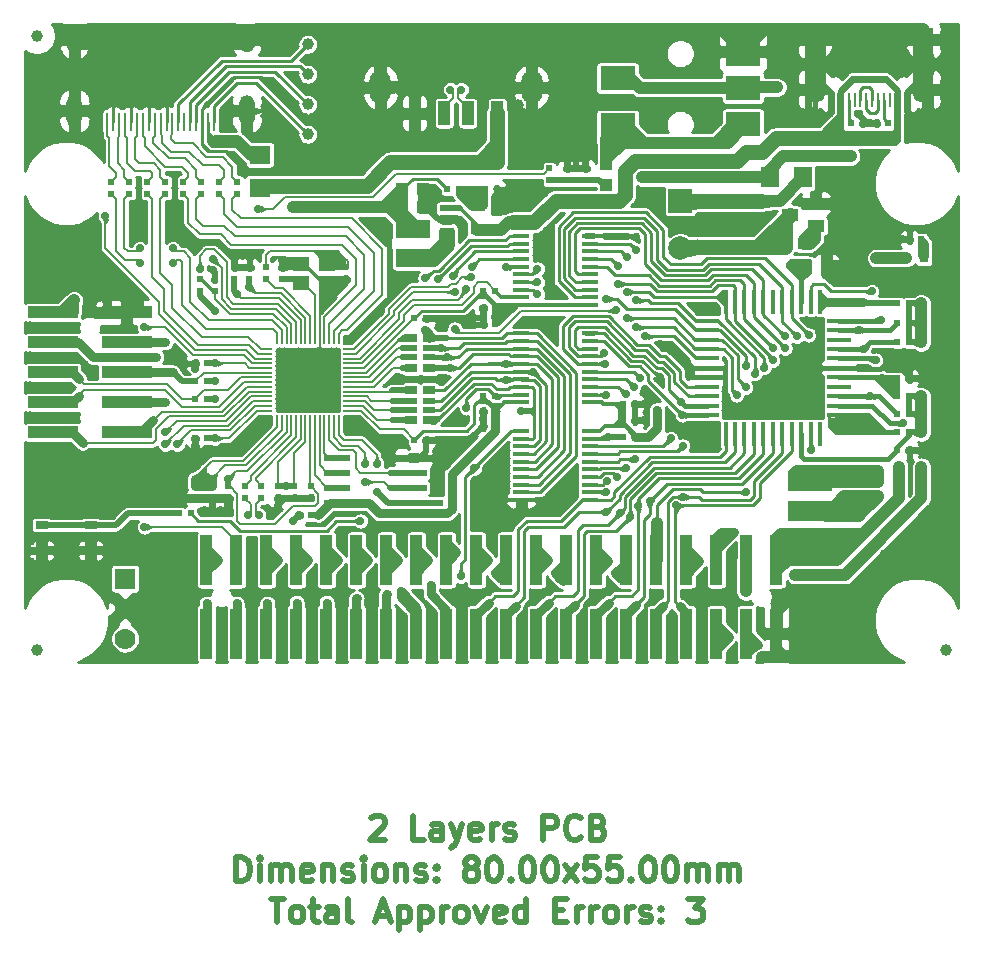
<source format=gbr>
G04 #@! TF.GenerationSoftware,KiCad,Pcbnew,5.1.4-e60b266~84~ubuntu18.04.1*
G04 #@! TF.CreationDate,2023-05-24T16:15:14+03:00*
G04 #@! TF.ProjectId,Neo6502_Rev_A,4e656f36-3530-4325-9f52-65765f412e6b,A*
G04 #@! TF.SameCoordinates,Original*
G04 #@! TF.FileFunction,Copper,L1,Top*
G04 #@! TF.FilePolarity,Positive*
%FSLAX46Y46*%
G04 Gerber Fmt 4.6, Leading zero omitted, Abs format (unit mm)*
G04 Created by KiCad (PCBNEW 5.1.4-e60b266~84~ubuntu18.04.1) date 2023-05-24 16:15:14*
%MOMM*%
%LPD*%
G04 APERTURE LIST*
%ADD10C,0.500000*%
%ADD11O,1.300000X2.300000*%
%ADD12R,0.250000X1.600000*%
%ADD13O,1.300000X2.700000*%
%ADD14R,1.000000X2.000000*%
%ADD15O,1.800000X2.800000*%
%ADD16R,1.000000X4.250000*%
%ADD17R,4.250000X1.000000*%
%ADD18R,3.683000X1.651000*%
%ADD19R,2.999999X2.100000*%
%ADD20R,2.999999X2.500000*%
%ADD21R,0.500000X0.550000*%
%ADD22C,1.000000*%
%ADD23R,0.800000X0.800000*%
%ADD24R,0.550000X0.500000*%
%ADD25R,1.016000X1.016000*%
%ADD26R,1.400000X1.000000*%
%ADD27R,1.050000X0.650000*%
%ADD28R,1.800000X1.600000*%
%ADD29R,3.000000X1.600000*%
%ADD30R,1.400000X1.200000*%
%ADD31R,1.016000X0.762000*%
%ADD32R,1.016000X0.508000*%
%ADD33R,1.778000X1.778000*%
%ADD34C,1.778000*%
%ADD35R,2.200000X0.600000*%
%ADD36R,3.200000X3.200000*%
%ADD37C,1.800000*%
%ADD38R,0.875000X0.200000*%
%ADD39R,0.200000X0.875000*%
%ADD40R,1.200000X0.550000*%
%ADD41R,2.000000X0.400000*%
%ADD42R,0.400000X2.000000*%
%ADD43R,1.400000X0.350000*%
%ADD44R,2.000000X2.000000*%
%ADD45C,2.000000*%
%ADD46R,1.524000X1.778000*%
%ADD47R,0.300000X1.150000*%
%ADD48O,1.200000X2.200000*%
%ADD49O,1.300000X2.000000*%
%ADD50R,0.250000X1.150000*%
%ADD51R,1.100000X2.200000*%
%ADD52R,1.100000X2.000000*%
%ADD53C,0.700000*%
%ADD54C,0.508000*%
%ADD55C,0.355600*%
%ADD56C,0.200000*%
%ADD57C,0.762000*%
%ADD58C,1.016000*%
%ADD59C,1.778000*%
%ADD60C,0.254000*%
%ADD61C,0.304800*%
%ADD62C,1.270000*%
%ADD63C,0.406400*%
%ADD64C,1.524000*%
%ADD65C,0.203200*%
%ADD66C,0.025400*%
G04 APERTURE END LIST*
D10*
X129842857Y-132755238D02*
X129938095Y-132660000D01*
X130128571Y-132564761D01*
X130604761Y-132564761D01*
X130795238Y-132660000D01*
X130890476Y-132755238D01*
X130985714Y-132945714D01*
X130985714Y-133136190D01*
X130890476Y-133421904D01*
X129747619Y-134564761D01*
X130985714Y-134564761D01*
X134319047Y-134564761D02*
X133366666Y-134564761D01*
X133366666Y-132564761D01*
X135842857Y-134564761D02*
X135842857Y-133517142D01*
X135747619Y-133326666D01*
X135557142Y-133231428D01*
X135176190Y-133231428D01*
X134985714Y-133326666D01*
X135842857Y-134469523D02*
X135652380Y-134564761D01*
X135176190Y-134564761D01*
X134985714Y-134469523D01*
X134890476Y-134279047D01*
X134890476Y-134088571D01*
X134985714Y-133898095D01*
X135176190Y-133802857D01*
X135652380Y-133802857D01*
X135842857Y-133707619D01*
X136604761Y-133231428D02*
X137080952Y-134564761D01*
X137557142Y-133231428D02*
X137080952Y-134564761D01*
X136890476Y-135040952D01*
X136795238Y-135136190D01*
X136604761Y-135231428D01*
X139080952Y-134469523D02*
X138890476Y-134564761D01*
X138509523Y-134564761D01*
X138319047Y-134469523D01*
X138223809Y-134279047D01*
X138223809Y-133517142D01*
X138319047Y-133326666D01*
X138509523Y-133231428D01*
X138890476Y-133231428D01*
X139080952Y-133326666D01*
X139176190Y-133517142D01*
X139176190Y-133707619D01*
X138223809Y-133898095D01*
X140033333Y-134564761D02*
X140033333Y-133231428D01*
X140033333Y-133612380D02*
X140128571Y-133421904D01*
X140223809Y-133326666D01*
X140414285Y-133231428D01*
X140604761Y-133231428D01*
X141176190Y-134469523D02*
X141366666Y-134564761D01*
X141747619Y-134564761D01*
X141938095Y-134469523D01*
X142033333Y-134279047D01*
X142033333Y-134183809D01*
X141938095Y-133993333D01*
X141747619Y-133898095D01*
X141461904Y-133898095D01*
X141271428Y-133802857D01*
X141176190Y-133612380D01*
X141176190Y-133517142D01*
X141271428Y-133326666D01*
X141461904Y-133231428D01*
X141747619Y-133231428D01*
X141938095Y-133326666D01*
X144414285Y-134564761D02*
X144414285Y-132564761D01*
X145176190Y-132564761D01*
X145366666Y-132660000D01*
X145461904Y-132755238D01*
X145557142Y-132945714D01*
X145557142Y-133231428D01*
X145461904Y-133421904D01*
X145366666Y-133517142D01*
X145176190Y-133612380D01*
X144414285Y-133612380D01*
X147557142Y-134374285D02*
X147461904Y-134469523D01*
X147176190Y-134564761D01*
X146985714Y-134564761D01*
X146700000Y-134469523D01*
X146509523Y-134279047D01*
X146414285Y-134088571D01*
X146319047Y-133707619D01*
X146319047Y-133421904D01*
X146414285Y-133040952D01*
X146509523Y-132850476D01*
X146700000Y-132660000D01*
X146985714Y-132564761D01*
X147176190Y-132564761D01*
X147461904Y-132660000D01*
X147557142Y-132755238D01*
X149080952Y-133517142D02*
X149366666Y-133612380D01*
X149461904Y-133707619D01*
X149557142Y-133898095D01*
X149557142Y-134183809D01*
X149461904Y-134374285D01*
X149366666Y-134469523D01*
X149176190Y-134564761D01*
X148414285Y-134564761D01*
X148414285Y-132564761D01*
X149080952Y-132564761D01*
X149271428Y-132660000D01*
X149366666Y-132755238D01*
X149461904Y-132945714D01*
X149461904Y-133136190D01*
X149366666Y-133326666D01*
X149271428Y-133421904D01*
X149080952Y-133517142D01*
X148414285Y-133517142D01*
X118414285Y-138064761D02*
X118414285Y-136064761D01*
X118890476Y-136064761D01*
X119176190Y-136160000D01*
X119366666Y-136350476D01*
X119461904Y-136540952D01*
X119557142Y-136921904D01*
X119557142Y-137207619D01*
X119461904Y-137588571D01*
X119366666Y-137779047D01*
X119176190Y-137969523D01*
X118890476Y-138064761D01*
X118414285Y-138064761D01*
X120414285Y-138064761D02*
X120414285Y-136731428D01*
X120414285Y-136064761D02*
X120319047Y-136160000D01*
X120414285Y-136255238D01*
X120509523Y-136160000D01*
X120414285Y-136064761D01*
X120414285Y-136255238D01*
X121366666Y-138064761D02*
X121366666Y-136731428D01*
X121366666Y-136921904D02*
X121461904Y-136826666D01*
X121652380Y-136731428D01*
X121938095Y-136731428D01*
X122128571Y-136826666D01*
X122223809Y-137017142D01*
X122223809Y-138064761D01*
X122223809Y-137017142D02*
X122319047Y-136826666D01*
X122509523Y-136731428D01*
X122795238Y-136731428D01*
X122985714Y-136826666D01*
X123080952Y-137017142D01*
X123080952Y-138064761D01*
X124795238Y-137969523D02*
X124604761Y-138064761D01*
X124223809Y-138064761D01*
X124033333Y-137969523D01*
X123938095Y-137779047D01*
X123938095Y-137017142D01*
X124033333Y-136826666D01*
X124223809Y-136731428D01*
X124604761Y-136731428D01*
X124795238Y-136826666D01*
X124890476Y-137017142D01*
X124890476Y-137207619D01*
X123938095Y-137398095D01*
X125747619Y-136731428D02*
X125747619Y-138064761D01*
X125747619Y-136921904D02*
X125842857Y-136826666D01*
X126033333Y-136731428D01*
X126319047Y-136731428D01*
X126509523Y-136826666D01*
X126604761Y-137017142D01*
X126604761Y-138064761D01*
X127461904Y-137969523D02*
X127652380Y-138064761D01*
X128033333Y-138064761D01*
X128223809Y-137969523D01*
X128319047Y-137779047D01*
X128319047Y-137683809D01*
X128223809Y-137493333D01*
X128033333Y-137398095D01*
X127747619Y-137398095D01*
X127557142Y-137302857D01*
X127461904Y-137112380D01*
X127461904Y-137017142D01*
X127557142Y-136826666D01*
X127747619Y-136731428D01*
X128033333Y-136731428D01*
X128223809Y-136826666D01*
X129176190Y-138064761D02*
X129176190Y-136731428D01*
X129176190Y-136064761D02*
X129080952Y-136160000D01*
X129176190Y-136255238D01*
X129271428Y-136160000D01*
X129176190Y-136064761D01*
X129176190Y-136255238D01*
X130414285Y-138064761D02*
X130223809Y-137969523D01*
X130128571Y-137874285D01*
X130033333Y-137683809D01*
X130033333Y-137112380D01*
X130128571Y-136921904D01*
X130223809Y-136826666D01*
X130414285Y-136731428D01*
X130700000Y-136731428D01*
X130890476Y-136826666D01*
X130985714Y-136921904D01*
X131080952Y-137112380D01*
X131080952Y-137683809D01*
X130985714Y-137874285D01*
X130890476Y-137969523D01*
X130700000Y-138064761D01*
X130414285Y-138064761D01*
X131938095Y-136731428D02*
X131938095Y-138064761D01*
X131938095Y-136921904D02*
X132033333Y-136826666D01*
X132223809Y-136731428D01*
X132509523Y-136731428D01*
X132700000Y-136826666D01*
X132795238Y-137017142D01*
X132795238Y-138064761D01*
X133652380Y-137969523D02*
X133842857Y-138064761D01*
X134223809Y-138064761D01*
X134414285Y-137969523D01*
X134509523Y-137779047D01*
X134509523Y-137683809D01*
X134414285Y-137493333D01*
X134223809Y-137398095D01*
X133938095Y-137398095D01*
X133747619Y-137302857D01*
X133652380Y-137112380D01*
X133652380Y-137017142D01*
X133747619Y-136826666D01*
X133938095Y-136731428D01*
X134223809Y-136731428D01*
X134414285Y-136826666D01*
X135366666Y-137874285D02*
X135461904Y-137969523D01*
X135366666Y-138064761D01*
X135271428Y-137969523D01*
X135366666Y-137874285D01*
X135366666Y-138064761D01*
X135366666Y-136826666D02*
X135461904Y-136921904D01*
X135366666Y-137017142D01*
X135271428Y-136921904D01*
X135366666Y-136826666D01*
X135366666Y-137017142D01*
X138128571Y-136921904D02*
X137938095Y-136826666D01*
X137842857Y-136731428D01*
X137747619Y-136540952D01*
X137747619Y-136445714D01*
X137842857Y-136255238D01*
X137938095Y-136160000D01*
X138128571Y-136064761D01*
X138509523Y-136064761D01*
X138700000Y-136160000D01*
X138795238Y-136255238D01*
X138890476Y-136445714D01*
X138890476Y-136540952D01*
X138795238Y-136731428D01*
X138700000Y-136826666D01*
X138509523Y-136921904D01*
X138128571Y-136921904D01*
X137938095Y-137017142D01*
X137842857Y-137112380D01*
X137747619Y-137302857D01*
X137747619Y-137683809D01*
X137842857Y-137874285D01*
X137938095Y-137969523D01*
X138128571Y-138064761D01*
X138509523Y-138064761D01*
X138700000Y-137969523D01*
X138795238Y-137874285D01*
X138890476Y-137683809D01*
X138890476Y-137302857D01*
X138795238Y-137112380D01*
X138700000Y-137017142D01*
X138509523Y-136921904D01*
X140128571Y-136064761D02*
X140319047Y-136064761D01*
X140509523Y-136160000D01*
X140604761Y-136255238D01*
X140700000Y-136445714D01*
X140795238Y-136826666D01*
X140795238Y-137302857D01*
X140700000Y-137683809D01*
X140604761Y-137874285D01*
X140509523Y-137969523D01*
X140319047Y-138064761D01*
X140128571Y-138064761D01*
X139938095Y-137969523D01*
X139842857Y-137874285D01*
X139747619Y-137683809D01*
X139652380Y-137302857D01*
X139652380Y-136826666D01*
X139747619Y-136445714D01*
X139842857Y-136255238D01*
X139938095Y-136160000D01*
X140128571Y-136064761D01*
X141652380Y-137874285D02*
X141747619Y-137969523D01*
X141652380Y-138064761D01*
X141557142Y-137969523D01*
X141652380Y-137874285D01*
X141652380Y-138064761D01*
X142985714Y-136064761D02*
X143176190Y-136064761D01*
X143366666Y-136160000D01*
X143461904Y-136255238D01*
X143557142Y-136445714D01*
X143652380Y-136826666D01*
X143652380Y-137302857D01*
X143557142Y-137683809D01*
X143461904Y-137874285D01*
X143366666Y-137969523D01*
X143176190Y-138064761D01*
X142985714Y-138064761D01*
X142795238Y-137969523D01*
X142700000Y-137874285D01*
X142604761Y-137683809D01*
X142509523Y-137302857D01*
X142509523Y-136826666D01*
X142604761Y-136445714D01*
X142700000Y-136255238D01*
X142795238Y-136160000D01*
X142985714Y-136064761D01*
X144890476Y-136064761D02*
X145080952Y-136064761D01*
X145271428Y-136160000D01*
X145366666Y-136255238D01*
X145461904Y-136445714D01*
X145557142Y-136826666D01*
X145557142Y-137302857D01*
X145461904Y-137683809D01*
X145366666Y-137874285D01*
X145271428Y-137969523D01*
X145080952Y-138064761D01*
X144890476Y-138064761D01*
X144700000Y-137969523D01*
X144604761Y-137874285D01*
X144509523Y-137683809D01*
X144414285Y-137302857D01*
X144414285Y-136826666D01*
X144509523Y-136445714D01*
X144604761Y-136255238D01*
X144700000Y-136160000D01*
X144890476Y-136064761D01*
X146223809Y-138064761D02*
X147271428Y-136731428D01*
X146223809Y-136731428D02*
X147271428Y-138064761D01*
X148985714Y-136064761D02*
X148033333Y-136064761D01*
X147938095Y-137017142D01*
X148033333Y-136921904D01*
X148223809Y-136826666D01*
X148700000Y-136826666D01*
X148890476Y-136921904D01*
X148985714Y-137017142D01*
X149080952Y-137207619D01*
X149080952Y-137683809D01*
X148985714Y-137874285D01*
X148890476Y-137969523D01*
X148700000Y-138064761D01*
X148223809Y-138064761D01*
X148033333Y-137969523D01*
X147938095Y-137874285D01*
X150890476Y-136064761D02*
X149938095Y-136064761D01*
X149842857Y-137017142D01*
X149938095Y-136921904D01*
X150128571Y-136826666D01*
X150604761Y-136826666D01*
X150795238Y-136921904D01*
X150890476Y-137017142D01*
X150985714Y-137207619D01*
X150985714Y-137683809D01*
X150890476Y-137874285D01*
X150795238Y-137969523D01*
X150604761Y-138064761D01*
X150128571Y-138064761D01*
X149938095Y-137969523D01*
X149842857Y-137874285D01*
X151842857Y-137874285D02*
X151938095Y-137969523D01*
X151842857Y-138064761D01*
X151747619Y-137969523D01*
X151842857Y-137874285D01*
X151842857Y-138064761D01*
X153176190Y-136064761D02*
X153366666Y-136064761D01*
X153557142Y-136160000D01*
X153652380Y-136255238D01*
X153747619Y-136445714D01*
X153842857Y-136826666D01*
X153842857Y-137302857D01*
X153747619Y-137683809D01*
X153652380Y-137874285D01*
X153557142Y-137969523D01*
X153366666Y-138064761D01*
X153176190Y-138064761D01*
X152985714Y-137969523D01*
X152890476Y-137874285D01*
X152795238Y-137683809D01*
X152700000Y-137302857D01*
X152700000Y-136826666D01*
X152795238Y-136445714D01*
X152890476Y-136255238D01*
X152985714Y-136160000D01*
X153176190Y-136064761D01*
X155080952Y-136064761D02*
X155271428Y-136064761D01*
X155461904Y-136160000D01*
X155557142Y-136255238D01*
X155652380Y-136445714D01*
X155747619Y-136826666D01*
X155747619Y-137302857D01*
X155652380Y-137683809D01*
X155557142Y-137874285D01*
X155461904Y-137969523D01*
X155271428Y-138064761D01*
X155080952Y-138064761D01*
X154890476Y-137969523D01*
X154795238Y-137874285D01*
X154700000Y-137683809D01*
X154604761Y-137302857D01*
X154604761Y-136826666D01*
X154700000Y-136445714D01*
X154795238Y-136255238D01*
X154890476Y-136160000D01*
X155080952Y-136064761D01*
X156604761Y-138064761D02*
X156604761Y-136731428D01*
X156604761Y-136921904D02*
X156700000Y-136826666D01*
X156890476Y-136731428D01*
X157176190Y-136731428D01*
X157366666Y-136826666D01*
X157461904Y-137017142D01*
X157461904Y-138064761D01*
X157461904Y-137017142D02*
X157557142Y-136826666D01*
X157747619Y-136731428D01*
X158033333Y-136731428D01*
X158223809Y-136826666D01*
X158319047Y-137017142D01*
X158319047Y-138064761D01*
X159271428Y-138064761D02*
X159271428Y-136731428D01*
X159271428Y-136921904D02*
X159366666Y-136826666D01*
X159557142Y-136731428D01*
X159842857Y-136731428D01*
X160033333Y-136826666D01*
X160128571Y-137017142D01*
X160128571Y-138064761D01*
X160128571Y-137017142D02*
X160223809Y-136826666D01*
X160414285Y-136731428D01*
X160699999Y-136731428D01*
X160890476Y-136826666D01*
X160985714Y-137017142D01*
X160985714Y-138064761D01*
X121319047Y-139564761D02*
X122461904Y-139564761D01*
X121890476Y-141564761D02*
X121890476Y-139564761D01*
X123414285Y-141564761D02*
X123223809Y-141469523D01*
X123128571Y-141374285D01*
X123033333Y-141183809D01*
X123033333Y-140612380D01*
X123128571Y-140421904D01*
X123223809Y-140326666D01*
X123414285Y-140231428D01*
X123700000Y-140231428D01*
X123890476Y-140326666D01*
X123985714Y-140421904D01*
X124080952Y-140612380D01*
X124080952Y-141183809D01*
X123985714Y-141374285D01*
X123890476Y-141469523D01*
X123700000Y-141564761D01*
X123414285Y-141564761D01*
X124652380Y-140231428D02*
X125414285Y-140231428D01*
X124938095Y-139564761D02*
X124938095Y-141279047D01*
X125033333Y-141469523D01*
X125223809Y-141564761D01*
X125414285Y-141564761D01*
X126938095Y-141564761D02*
X126938095Y-140517142D01*
X126842857Y-140326666D01*
X126652380Y-140231428D01*
X126271428Y-140231428D01*
X126080952Y-140326666D01*
X126938095Y-141469523D02*
X126747619Y-141564761D01*
X126271428Y-141564761D01*
X126080952Y-141469523D01*
X125985714Y-141279047D01*
X125985714Y-141088571D01*
X126080952Y-140898095D01*
X126271428Y-140802857D01*
X126747619Y-140802857D01*
X126938095Y-140707619D01*
X128176190Y-141564761D02*
X127985714Y-141469523D01*
X127890476Y-141279047D01*
X127890476Y-139564761D01*
X130366666Y-140993333D02*
X131319047Y-140993333D01*
X130176190Y-141564761D02*
X130842857Y-139564761D01*
X131509523Y-141564761D01*
X132176190Y-140231428D02*
X132176190Y-142231428D01*
X132176190Y-140326666D02*
X132366666Y-140231428D01*
X132747619Y-140231428D01*
X132938095Y-140326666D01*
X133033333Y-140421904D01*
X133128571Y-140612380D01*
X133128571Y-141183809D01*
X133033333Y-141374285D01*
X132938095Y-141469523D01*
X132747619Y-141564761D01*
X132366666Y-141564761D01*
X132176190Y-141469523D01*
X133985714Y-140231428D02*
X133985714Y-142231428D01*
X133985714Y-140326666D02*
X134176190Y-140231428D01*
X134557142Y-140231428D01*
X134747619Y-140326666D01*
X134842857Y-140421904D01*
X134938095Y-140612380D01*
X134938095Y-141183809D01*
X134842857Y-141374285D01*
X134747619Y-141469523D01*
X134557142Y-141564761D01*
X134176190Y-141564761D01*
X133985714Y-141469523D01*
X135795238Y-141564761D02*
X135795238Y-140231428D01*
X135795238Y-140612380D02*
X135890476Y-140421904D01*
X135985714Y-140326666D01*
X136176190Y-140231428D01*
X136366666Y-140231428D01*
X137319047Y-141564761D02*
X137128571Y-141469523D01*
X137033333Y-141374285D01*
X136938095Y-141183809D01*
X136938095Y-140612380D01*
X137033333Y-140421904D01*
X137128571Y-140326666D01*
X137319047Y-140231428D01*
X137604761Y-140231428D01*
X137795238Y-140326666D01*
X137890476Y-140421904D01*
X137985714Y-140612380D01*
X137985714Y-141183809D01*
X137890476Y-141374285D01*
X137795238Y-141469523D01*
X137604761Y-141564761D01*
X137319047Y-141564761D01*
X138652380Y-140231428D02*
X139128571Y-141564761D01*
X139604761Y-140231428D01*
X141128571Y-141469523D02*
X140938095Y-141564761D01*
X140557142Y-141564761D01*
X140366666Y-141469523D01*
X140271428Y-141279047D01*
X140271428Y-140517142D01*
X140366666Y-140326666D01*
X140557142Y-140231428D01*
X140938095Y-140231428D01*
X141128571Y-140326666D01*
X141223809Y-140517142D01*
X141223809Y-140707619D01*
X140271428Y-140898095D01*
X142938095Y-141564761D02*
X142938095Y-139564761D01*
X142938095Y-141469523D02*
X142747619Y-141564761D01*
X142366666Y-141564761D01*
X142176190Y-141469523D01*
X142080952Y-141374285D01*
X141985714Y-141183809D01*
X141985714Y-140612380D01*
X142080952Y-140421904D01*
X142176190Y-140326666D01*
X142366666Y-140231428D01*
X142747619Y-140231428D01*
X142938095Y-140326666D01*
X145414285Y-140517142D02*
X146080952Y-140517142D01*
X146366666Y-141564761D02*
X145414285Y-141564761D01*
X145414285Y-139564761D01*
X146366666Y-139564761D01*
X147223809Y-141564761D02*
X147223809Y-140231428D01*
X147223809Y-140612380D02*
X147319047Y-140421904D01*
X147414285Y-140326666D01*
X147604761Y-140231428D01*
X147795238Y-140231428D01*
X148461904Y-141564761D02*
X148461904Y-140231428D01*
X148461904Y-140612380D02*
X148557142Y-140421904D01*
X148652380Y-140326666D01*
X148842857Y-140231428D01*
X149033333Y-140231428D01*
X149985714Y-141564761D02*
X149795238Y-141469523D01*
X149700000Y-141374285D01*
X149604761Y-141183809D01*
X149604761Y-140612380D01*
X149700000Y-140421904D01*
X149795238Y-140326666D01*
X149985714Y-140231428D01*
X150271428Y-140231428D01*
X150461904Y-140326666D01*
X150557142Y-140421904D01*
X150652380Y-140612380D01*
X150652380Y-141183809D01*
X150557142Y-141374285D01*
X150461904Y-141469523D01*
X150271428Y-141564761D01*
X149985714Y-141564761D01*
X151509523Y-141564761D02*
X151509523Y-140231428D01*
X151509523Y-140612380D02*
X151604761Y-140421904D01*
X151700000Y-140326666D01*
X151890476Y-140231428D01*
X152080952Y-140231428D01*
X152652380Y-141469523D02*
X152842857Y-141564761D01*
X153223809Y-141564761D01*
X153414285Y-141469523D01*
X153509523Y-141279047D01*
X153509523Y-141183809D01*
X153414285Y-140993333D01*
X153223809Y-140898095D01*
X152938095Y-140898095D01*
X152747619Y-140802857D01*
X152652380Y-140612380D01*
X152652380Y-140517142D01*
X152747619Y-140326666D01*
X152938095Y-140231428D01*
X153223809Y-140231428D01*
X153414285Y-140326666D01*
X154366666Y-141374285D02*
X154461904Y-141469523D01*
X154366666Y-141564761D01*
X154271428Y-141469523D01*
X154366666Y-141374285D01*
X154366666Y-141564761D01*
X154366666Y-140326666D02*
X154461904Y-140421904D01*
X154366666Y-140517142D01*
X154271428Y-140421904D01*
X154366666Y-140326666D01*
X154366666Y-140517142D01*
X156652380Y-139564761D02*
X157890476Y-139564761D01*
X157223809Y-140326666D01*
X157509523Y-140326666D01*
X157700000Y-140421904D01*
X157795238Y-140517142D01*
X157890476Y-140707619D01*
X157890476Y-141183809D01*
X157795238Y-141374285D01*
X157700000Y-141469523D01*
X157509523Y-141564761D01*
X156938095Y-141564761D01*
X156747619Y-141469523D01*
X156652380Y-141374285D01*
D11*
X119300000Y-66800000D03*
D12*
X116500000Y-73800000D03*
X116000000Y-73800000D03*
X115500000Y-73800000D03*
X115000000Y-73800000D03*
X114500000Y-73800000D03*
X114000000Y-73800000D03*
X113500000Y-73800000D03*
X113000000Y-73800000D03*
X112500000Y-73800000D03*
X112000000Y-73800000D03*
X111500000Y-73800000D03*
X111000000Y-73800000D03*
X110500000Y-73800000D03*
X110000000Y-73800000D03*
X109500000Y-73800000D03*
X109000000Y-73800000D03*
X108500000Y-73800000D03*
X108000000Y-73800000D03*
X107500000Y-73800000D03*
D11*
X104700000Y-66800000D03*
D13*
X104700000Y-72850000D03*
X119300000Y-72850000D03*
D14*
X133500000Y-73050000D03*
X136000000Y-73050000D03*
X138000000Y-73050000D03*
X140500000Y-73050000D03*
D15*
X130600000Y-70850000D03*
X143400000Y-70850000D03*
D16*
X115870000Y-117125000D03*
X115870000Y-110875000D03*
X118410000Y-117125000D03*
X118410000Y-110875000D03*
X120950000Y-117125000D03*
X120950000Y-110875000D03*
X123490000Y-117125000D03*
X123490000Y-110875000D03*
X126030000Y-117125000D03*
X126030000Y-110875000D03*
X128570000Y-117125000D03*
X128570000Y-110875000D03*
X131110000Y-117125000D03*
X131110000Y-110875000D03*
X133650000Y-117125000D03*
X133650000Y-110875000D03*
X136190000Y-117125000D03*
X136190000Y-110875000D03*
X138730000Y-117125000D03*
X138730000Y-110875000D03*
X141270000Y-117125000D03*
X141270000Y-110875000D03*
X143810000Y-117125000D03*
X143810000Y-110875000D03*
X146350000Y-117125000D03*
X146350000Y-110875000D03*
X148890000Y-117125000D03*
X148890000Y-110875000D03*
X151430000Y-117125000D03*
X151430000Y-110875000D03*
X153970000Y-117125000D03*
X153970000Y-110875000D03*
X156510000Y-117125000D03*
X156510000Y-110875000D03*
X159050000Y-117125000D03*
X159050000Y-110875000D03*
X161590000Y-117125000D03*
X161590000Y-110875000D03*
X164130000Y-117125000D03*
X164130000Y-110875000D03*
D17*
X102875000Y-89920000D03*
X109125000Y-89920000D03*
X102875000Y-92460000D03*
X109125000Y-92460000D03*
X102875000Y-95000000D03*
X109125000Y-95000000D03*
X102875000Y-97540000D03*
X109125000Y-97540000D03*
X102875000Y-100080000D03*
X109125000Y-100080000D03*
D18*
X167000000Y-104230000D03*
X167000000Y-106770000D03*
D19*
X161300000Y-70900000D03*
X150700000Y-70100000D03*
X161300000Y-74000000D03*
D20*
X150700000Y-74300000D03*
X161300000Y-67800000D03*
D21*
X174371000Y-101600000D03*
X175387000Y-101600000D03*
D22*
X101500000Y-118500000D03*
X101500000Y-66500000D03*
X178500000Y-118500000D03*
D23*
X176632000Y-85330000D03*
X175108000Y-85330000D03*
D21*
X175387000Y-83740000D03*
X176403000Y-83740000D03*
X114935000Y-97282000D03*
X115951000Y-97282000D03*
X139319000Y-88138000D03*
X140335000Y-88138000D03*
X114935000Y-95758000D03*
X115951000Y-95758000D03*
X165227000Y-84328000D03*
X166243000Y-84328000D03*
D24*
X146431000Y-77724000D03*
X146431000Y-78740000D03*
X144907000Y-77724000D03*
X144907000Y-78740000D03*
D25*
X168402000Y-85979000D03*
X166624000Y-85979000D03*
X149733000Y-77343000D03*
X149733000Y-79121000D03*
D24*
X147955000Y-77724000D03*
X147955000Y-78740000D03*
D26*
X162931000Y-84347002D03*
X162931000Y-80547002D03*
X167477440Y-82610960D03*
X167477440Y-80708500D03*
X165267640Y-81663540D03*
D27*
X106075000Y-110075000D03*
X101925000Y-110075000D03*
X106075000Y-107925000D03*
X101925000Y-107925000D03*
D21*
X124714000Y-107061000D03*
X123698000Y-107061000D03*
D24*
X116586000Y-87122000D03*
X116586000Y-88138000D03*
D21*
X134493000Y-100711000D03*
X133477000Y-100711000D03*
X133477000Y-90424000D03*
X134493000Y-90424000D03*
D24*
X119507000Y-87122000D03*
X119507000Y-86106000D03*
D21*
X114935000Y-94234000D03*
X115951000Y-94234000D03*
X115951000Y-100584000D03*
X114935000Y-100584000D03*
D24*
X123317000Y-104648000D03*
X123317000Y-105664000D03*
X121920000Y-105664000D03*
X121920000Y-104648000D03*
X114935000Y-105664000D03*
X114935000Y-104648000D03*
X116332000Y-105664000D03*
X116332000Y-104648000D03*
X117729000Y-104648000D03*
X117729000Y-105664000D03*
X118237000Y-87122000D03*
X118237000Y-86106000D03*
X124714000Y-105664000D03*
X124714000Y-104648000D03*
X127635000Y-86106000D03*
X127635000Y-87122000D03*
X122301000Y-86106000D03*
X122301000Y-87122000D03*
D25*
X140462000Y-82931000D03*
X140462000Y-81153000D03*
D21*
X174371000Y-95504001D03*
X175387000Y-95504001D03*
D25*
X132461001Y-81026000D03*
X134239001Y-81026000D03*
X134239000Y-79502000D03*
X132461000Y-79502000D03*
D21*
X152146000Y-97663000D03*
X151130000Y-97663000D03*
X151130000Y-99060000D03*
X152146000Y-99060000D03*
X139319000Y-89535000D03*
X140335000Y-89535000D03*
X140335000Y-90932000D03*
X139319000Y-90932000D03*
X139319000Y-98298000D03*
X140335000Y-98298000D03*
X139319000Y-99568000D03*
X140335000Y-99568000D03*
D22*
X124460000Y-67230000D03*
D28*
X120396000Y-79378000D03*
X120396000Y-76578000D03*
D29*
X133350000Y-85274000D03*
X133350000Y-82874000D03*
D30*
X126068000Y-85814000D03*
X123868000Y-87414000D03*
X123868000Y-85814000D03*
X126068000Y-87414000D03*
D21*
X136652000Y-106045000D03*
X135636000Y-106045000D03*
D24*
X115316000Y-88138000D03*
X115316000Y-87122000D03*
X120904000Y-87122000D03*
X120904000Y-86106000D03*
X119126000Y-104648000D03*
X119126000Y-105664000D03*
X120523000Y-105664000D03*
X120523000Y-104648000D03*
D21*
X113538000Y-106934000D03*
X114554000Y-106934000D03*
X171450000Y-73914000D03*
X170434000Y-73914000D03*
X173609000Y-73914000D03*
X172593000Y-73914000D03*
X175387000Y-97028000D03*
X174371000Y-97028000D03*
X136271000Y-79502000D03*
X137287000Y-79502000D03*
X139446000Y-79502000D03*
X140462000Y-79502000D03*
X174371000Y-92456000D03*
X175387000Y-92456000D03*
X175387000Y-90805000D03*
X174371000Y-90805000D03*
X174371000Y-89154000D03*
X175387000Y-89154000D03*
X175387000Y-100076000D03*
X174371000Y-100076000D03*
X174371000Y-98552000D03*
X175387000Y-98552000D03*
D24*
X107823000Y-79883000D03*
X107823000Y-78867000D03*
X109347000Y-78867000D03*
X109347000Y-79883000D03*
X110871000Y-79883000D03*
X110871000Y-78867000D03*
X112395000Y-78867000D03*
X112395000Y-79883000D03*
X113919000Y-79883000D03*
X113919000Y-78867000D03*
X115443000Y-78867000D03*
X115443000Y-79883000D03*
X116967000Y-79883000D03*
X116967000Y-78867000D03*
X118491000Y-78867000D03*
X118491000Y-79883000D03*
D21*
X139319000Y-97028000D03*
X140335000Y-97028000D03*
X152146000Y-100457000D03*
X151130000Y-100457000D03*
D31*
X134747000Y-96520000D03*
X133223000Y-96520000D03*
X134747000Y-99060000D03*
X133223000Y-99060000D03*
D32*
X134747000Y-97409000D03*
X134747000Y-98171000D03*
X133223000Y-97409000D03*
X133223000Y-98171000D03*
X133223000Y-93726000D03*
X133223000Y-92964000D03*
X134747000Y-93726000D03*
X134747000Y-92964000D03*
D31*
X133223000Y-94615000D03*
X134747000Y-94615000D03*
X133223000Y-92075000D03*
X134747000Y-92075000D03*
D33*
X109000000Y-112460000D03*
D34*
X109000000Y-115000000D03*
X109000000Y-117540000D03*
D35*
X133410000Y-106045000D03*
X133410000Y-104775000D03*
X133410000Y-103505000D03*
X133410000Y-102235000D03*
X126940000Y-102235000D03*
X126940000Y-103505000D03*
X126940000Y-104775000D03*
X126940000Y-106045000D03*
D36*
X124460000Y-95626000D03*
D22*
X125660000Y-96826000D03*
X123260000Y-96826000D03*
D37*
X124460000Y-95626000D03*
D22*
X125660000Y-94356000D03*
X123260000Y-94426000D03*
D38*
X127897500Y-98226000D03*
X127897500Y-97826000D03*
X127897500Y-97426000D03*
X127897500Y-97026000D03*
X127897500Y-96626000D03*
X127897500Y-96226000D03*
X127897500Y-95826000D03*
X127897500Y-95426000D03*
X127897500Y-95026000D03*
X127897500Y-94626000D03*
X127897500Y-94226000D03*
X127897500Y-93826000D03*
X127897500Y-93426000D03*
X127897500Y-93026000D03*
D39*
X127060000Y-92188500D03*
X126660000Y-92188500D03*
X126260000Y-92188500D03*
X125860000Y-92188500D03*
X125460000Y-92188500D03*
X125060000Y-92188500D03*
X124660000Y-92188500D03*
X124260000Y-92188500D03*
X123860000Y-92188500D03*
X123460000Y-92188500D03*
X123060000Y-92188500D03*
X122660000Y-92188500D03*
X122260000Y-92188500D03*
X121860000Y-92188500D03*
D38*
X121022500Y-93026000D03*
X121022500Y-93426000D03*
X121022500Y-93826000D03*
X121022500Y-94226000D03*
X121022500Y-94626000D03*
X121022500Y-95026000D03*
X121022500Y-95426000D03*
X121022500Y-95826000D03*
X121022500Y-96226000D03*
X121022500Y-96626000D03*
X121022500Y-97026000D03*
X121022500Y-97426000D03*
X121022500Y-97826000D03*
X121022500Y-98226000D03*
D39*
X121860000Y-99063500D03*
X122260000Y-99063500D03*
X122660000Y-99063500D03*
X123060000Y-99063500D03*
X123460000Y-99063500D03*
X123860000Y-99063500D03*
X124260000Y-99063500D03*
X124660000Y-99063500D03*
X125060000Y-99063500D03*
X125460000Y-99063500D03*
X125860000Y-99063500D03*
X126260000Y-99063500D03*
X126660000Y-99063500D03*
X127060000Y-99063500D03*
D40*
X138841000Y-82992000D03*
X138841000Y-81092000D03*
X136241000Y-82992000D03*
X136241000Y-82042000D03*
X136241000Y-81092000D03*
D41*
X169430000Y-90615000D03*
X169430000Y-91415000D03*
X169430000Y-92215000D03*
X169430000Y-93015000D03*
X169430000Y-93815000D03*
X169430000Y-94615000D03*
X169430000Y-95415000D03*
X169430000Y-96215000D03*
X169430000Y-97015000D03*
X169430000Y-97815000D03*
X169430000Y-98615000D03*
D42*
X167830000Y-100215000D03*
X167030000Y-100215000D03*
X166230000Y-100215000D03*
X165430000Y-100215000D03*
X164630000Y-100215000D03*
X163830000Y-100215000D03*
X163030000Y-100215000D03*
X162230000Y-100215000D03*
X161430000Y-100215000D03*
X160630000Y-100215000D03*
X159830000Y-100215000D03*
D41*
X158230000Y-98615000D03*
X158230000Y-97815000D03*
X158230000Y-97015000D03*
X158230000Y-96215000D03*
X158230000Y-95415000D03*
X158230000Y-94615000D03*
X158230000Y-93815000D03*
X158230000Y-93015000D03*
X158230000Y-92215000D03*
X158230000Y-91415000D03*
X158230000Y-90615000D03*
D42*
X159830000Y-89015000D03*
X160630000Y-89015000D03*
X161430000Y-89015000D03*
X162230000Y-89015000D03*
X163030000Y-89015000D03*
X163830000Y-89015000D03*
X164630000Y-89015000D03*
X165430000Y-89015000D03*
X166230000Y-89015000D03*
X167030000Y-89015000D03*
X167830000Y-89015000D03*
D43*
X148315000Y-83435000D03*
X148315000Y-84085000D03*
X148315000Y-84735000D03*
X148315000Y-85385000D03*
X148315000Y-86035000D03*
X148315000Y-86685000D03*
X148315000Y-87335000D03*
X148315000Y-87985000D03*
X148315000Y-88635000D03*
X148315000Y-89285000D03*
X142515000Y-89285000D03*
X142515000Y-88635000D03*
X142515000Y-87985000D03*
X142515000Y-87335000D03*
X142515000Y-86685000D03*
X142515000Y-86035000D03*
X142515000Y-85385000D03*
X142515000Y-84735000D03*
X142515000Y-84085000D03*
X142515000Y-83435000D03*
X148315000Y-91690000D03*
X148315000Y-92340000D03*
X148315000Y-92990000D03*
X148315000Y-93640000D03*
X148315000Y-94290000D03*
X148315000Y-94940000D03*
X148315000Y-95590000D03*
X148315000Y-96240000D03*
X148315000Y-96890000D03*
X148315000Y-97540000D03*
X142515000Y-97540000D03*
X142515000Y-96890000D03*
X142515000Y-96240000D03*
X142515000Y-95590000D03*
X142515000Y-94940000D03*
X142515000Y-94290000D03*
X142515000Y-93640000D03*
X142515000Y-92990000D03*
X142515000Y-92340000D03*
X142515000Y-91690000D03*
X148315000Y-105795000D03*
X148315000Y-105145000D03*
X148315000Y-104495000D03*
X148315000Y-103845000D03*
X148315000Y-103195000D03*
X148315000Y-102545000D03*
X148315000Y-101895000D03*
X148315000Y-101245000D03*
X148315000Y-100595000D03*
X148315000Y-99945000D03*
X142515000Y-99945000D03*
X142515000Y-100595000D03*
X142515000Y-101245000D03*
X142515000Y-101895000D03*
X142515000Y-102545000D03*
X142515000Y-103195000D03*
X142515000Y-103845000D03*
X142515000Y-104495000D03*
X142515000Y-105145000D03*
X142515000Y-105795000D03*
D22*
X124460000Y-74850000D03*
X124460000Y-69770000D03*
X124460000Y-72310000D03*
D44*
X156000000Y-80500000D03*
D45*
X156000000Y-84500000D03*
D46*
X163576000Y-78486000D03*
X166370000Y-78486000D03*
D47*
X168675000Y-71932000D03*
X175325000Y-71932000D03*
X168925000Y-71932000D03*
X175075000Y-71932000D03*
X169475000Y-71932000D03*
X174525000Y-71932000D03*
X169725000Y-71932000D03*
X174275000Y-71932000D03*
D48*
X176320000Y-71030000D03*
D49*
X176320000Y-66850000D03*
X167680000Y-66850000D03*
D48*
X167680000Y-71030000D03*
D50*
X172250000Y-71932000D03*
X171250000Y-71932000D03*
X170750000Y-71932000D03*
X171750000Y-71932000D03*
X170250000Y-71932000D03*
X172750000Y-71932000D03*
X173250000Y-71932000D03*
X173750000Y-71932000D03*
D51*
X176927600Y-71030000D03*
D52*
X176927600Y-66850000D03*
D51*
X167072400Y-71030000D03*
D52*
X167072400Y-66850000D03*
D53*
X114935000Y-94742000D03*
X114935000Y-101219000D03*
X121920000Y-106299000D03*
X117729000Y-106426000D03*
X123190000Y-107569000D03*
D22*
X107442000Y-105664000D03*
X107442000Y-110109000D03*
X165227000Y-118999000D03*
X110744000Y-119126000D03*
X107442000Y-88900000D03*
D53*
X139319000Y-98933000D03*
X139319000Y-90297000D03*
X118237000Y-85344000D03*
X116455744Y-86363256D03*
X110236000Y-83439000D03*
X110236000Y-80899000D03*
X113030000Y-83439000D03*
X113030000Y-80899000D03*
X135128000Y-79502000D03*
D22*
X137541000Y-82550000D03*
X140462000Y-80264000D03*
D53*
X147193000Y-77724000D03*
X146431000Y-76962000D03*
X147955000Y-76962000D03*
X172021500Y-73914000D03*
X171069000Y-73152000D03*
D22*
X143383000Y-80264000D03*
X171086000Y-65930000D03*
X172864000Y-65930000D03*
X143383000Y-76962000D03*
D53*
X152273000Y-83566000D03*
D22*
X154034000Y-65930000D03*
D53*
X152908000Y-97663000D03*
X152908000Y-99060000D03*
X122301000Y-85471000D03*
X127127000Y-87757000D03*
X174752000Y-83693000D03*
D22*
X178943000Y-95504000D03*
X178943000Y-101600000D03*
X171831000Y-80772000D03*
X177673000Y-86614000D03*
D53*
X154263715Y-95418287D03*
D22*
X139954000Y-105156000D03*
D53*
X134236395Y-80221990D03*
X135128000Y-80221990D03*
X154259743Y-92628247D03*
D22*
X178943000Y-92710000D03*
X178943000Y-90170000D03*
X178943000Y-87630000D03*
X178943000Y-85090000D03*
X178943000Y-82550000D03*
X178943000Y-75565000D03*
X178943000Y-73025000D03*
X178943000Y-70485000D03*
X178943000Y-67945000D03*
X178943000Y-66040000D03*
X178943000Y-97790000D03*
X178943000Y-100330000D03*
X178943000Y-102870000D03*
X178943000Y-105410000D03*
X178943000Y-107950000D03*
X178943000Y-110490000D03*
X178943000Y-113030000D03*
X167640000Y-118999000D03*
X170180000Y-118999000D03*
X172720000Y-118999000D03*
X170180000Y-116205000D03*
X170180000Y-113665000D03*
X167640000Y-116205000D03*
X173355000Y-110490000D03*
X175895000Y-110490000D03*
X160337500Y-119138700D03*
X157797500Y-119138700D03*
X155257500Y-119138700D03*
X152717500Y-119138700D03*
X162877500Y-119126000D03*
X150177500Y-119138700D03*
X147637500Y-119138700D03*
X145097500Y-119138700D03*
X142557500Y-119138700D03*
X140017500Y-119138700D03*
X137477500Y-119138700D03*
X134937500Y-119138700D03*
X132397500Y-119138700D03*
X129857500Y-119138700D03*
X127317500Y-119138700D03*
X124777500Y-119138700D03*
X122237500Y-119138700D03*
X119697500Y-119138700D03*
X117157500Y-119138700D03*
X114300000Y-119138700D03*
X112395000Y-119138700D03*
X109220000Y-119138700D03*
X106680000Y-119138700D03*
X111760000Y-112395000D03*
X114300000Y-112395000D03*
X114300000Y-114935000D03*
X111760000Y-109855000D03*
X114300000Y-109855000D03*
X111760000Y-105410000D03*
X111760000Y-102870000D03*
X113665000Y-102870000D03*
X100965000Y-113030000D03*
X100965000Y-111125000D03*
X100965000Y-109220000D03*
X100965000Y-106680000D03*
X100965000Y-104140000D03*
X100965000Y-101600000D03*
X100965000Y-98806000D03*
X100965000Y-96266000D03*
X100965000Y-93726000D03*
X100965000Y-91186000D03*
X100965000Y-88011000D03*
X100965000Y-85725000D03*
X100965000Y-83820000D03*
X100965000Y-81915000D03*
X102870000Y-83820000D03*
X102870000Y-85725000D03*
X102870000Y-88011000D03*
X100965000Y-76200000D03*
X100965000Y-73660000D03*
X100965000Y-71120000D03*
X100965000Y-68580000D03*
X106045000Y-88011000D03*
X108585000Y-88011000D03*
X102870000Y-73660000D03*
X102870000Y-71120000D03*
X102870000Y-68580000D03*
X104775000Y-83820000D03*
X106045000Y-86360000D03*
X103505000Y-66040000D03*
X106045000Y-66040000D03*
X108585000Y-66040000D03*
X111125000Y-66040000D03*
X113665000Y-66040000D03*
X116205000Y-66040000D03*
X118110000Y-66040000D03*
X108585000Y-68580000D03*
X111125000Y-68580000D03*
X113665000Y-68580000D03*
X115570000Y-68580000D03*
X106045000Y-68580000D03*
X113665000Y-70485000D03*
X111125000Y-71120000D03*
X108585000Y-71120000D03*
X106045000Y-71120000D03*
X120650000Y-66040000D03*
X123190000Y-66040000D03*
X125730000Y-66040000D03*
X128270000Y-66040000D03*
X130810000Y-66040000D03*
X133350000Y-66040000D03*
X135890000Y-66040000D03*
X138430000Y-66040000D03*
X140970000Y-66040000D03*
X143510000Y-66040000D03*
X146050000Y-66040000D03*
X148590000Y-66040000D03*
X151130000Y-66040000D03*
X156210000Y-66040000D03*
X158750000Y-66040000D03*
X161290000Y-66040000D03*
X163830000Y-66040000D03*
X165735000Y-66040000D03*
X168910000Y-66040000D03*
X175260000Y-66040000D03*
X168910000Y-68580000D03*
X175260000Y-68580000D03*
X173355000Y-68580000D03*
X170815000Y-68580000D03*
X165735000Y-68580000D03*
X163830000Y-68580000D03*
X165735000Y-71120000D03*
X163830000Y-73025000D03*
X158750000Y-68580000D03*
X153670000Y-68326000D03*
X158750000Y-73025000D03*
X153670000Y-73025000D03*
X148590000Y-68326000D03*
X148590000Y-72390000D03*
X147320000Y-70485000D03*
X146050000Y-68580000D03*
X146050000Y-72390000D03*
X143510000Y-68580000D03*
X140970000Y-68580000D03*
X138430000Y-68580000D03*
X139700000Y-67310000D03*
X139700000Y-69850000D03*
X137160000Y-67310000D03*
X135890000Y-69850000D03*
X133350000Y-69850000D03*
X128270000Y-71120000D03*
X128270000Y-73660000D03*
X128270000Y-76200000D03*
X130810000Y-73660000D03*
X129540000Y-74930000D03*
X132080000Y-74930000D03*
X125730000Y-68580000D03*
X125730000Y-71120000D03*
X127000000Y-67056000D03*
X129540000Y-67056000D03*
X132080000Y-67056000D03*
X134620000Y-67056000D03*
X121920000Y-67310000D03*
X125730000Y-73660000D03*
X125730000Y-76200000D03*
X123190000Y-76200000D03*
X124460000Y-77470000D03*
X134620000Y-74930000D03*
X137160000Y-74930000D03*
X139065000Y-74930000D03*
X142240000Y-74930000D03*
X142240000Y-72390000D03*
X143510000Y-73660000D03*
X144780000Y-74930000D03*
X147320000Y-74930000D03*
X159385000Y-82550000D03*
X160655000Y-82550000D03*
X161925000Y-82550000D03*
X168402000Y-84836000D03*
X169545000Y-85979000D03*
X169545000Y-87122000D03*
D53*
X122555000Y-93345000D03*
X124460000Y-93345000D03*
X126365000Y-93345000D03*
X122555000Y-97790000D03*
X124460000Y-97790000D03*
X126365000Y-97790000D03*
X126365000Y-95631000D03*
X122555000Y-95631000D03*
X126492000Y-88392000D03*
X125857000Y-89027000D03*
X131572000Y-88265000D03*
X131572000Y-86995000D03*
X132715000Y-86995000D03*
X130810000Y-83185000D03*
X130175000Y-82550000D03*
X128905000Y-91376500D03*
X128270000Y-91948000D03*
X120777000Y-99187000D03*
X120142000Y-99822000D03*
X119507000Y-100457000D03*
X118872000Y-101092000D03*
X128016000Y-99187000D03*
X130429000Y-100965000D03*
X131699000Y-102235000D03*
X131699000Y-100965000D03*
X135255000Y-102235000D03*
X136525000Y-102235000D03*
X135255000Y-103505000D03*
X135255000Y-104775000D03*
X131699000Y-107950000D03*
X130175000Y-107950000D03*
X138811000Y-104775000D03*
X139954000Y-103505000D03*
X140970000Y-103505000D03*
X140970000Y-104775000D03*
X140970000Y-102235000D03*
X136525000Y-99060000D03*
X137795000Y-99060000D03*
X135763000Y-95631000D03*
X131953000Y-95631000D03*
X145161000Y-90805000D03*
X144145000Y-90805000D03*
X145161000Y-91821000D03*
X144907000Y-85471000D03*
X144907000Y-84455000D03*
X145542000Y-88392000D03*
X158750000Y-100965000D03*
X158750000Y-99822000D03*
X157607000Y-99822000D03*
X157607000Y-100965000D03*
X156464000Y-99822000D03*
X167767000Y-93472000D03*
X167767000Y-92583000D03*
X167767000Y-91567000D03*
X167767000Y-90678000D03*
X166878000Y-90678000D03*
X158623000Y-89598500D03*
X157607000Y-89598500D03*
X160909000Y-98425000D03*
X160020000Y-98425000D03*
X160020000Y-97536000D03*
X119360200Y-107061000D03*
X137464300Y-71064431D03*
X120288800Y-107061000D03*
X136535700Y-71064431D03*
X116586000Y-89789000D03*
X116586000Y-94234000D03*
X116586000Y-95758000D03*
X116586000Y-97266990D03*
X116586000Y-100584000D03*
X116332000Y-104013000D03*
X122618500Y-104648000D03*
X125349000Y-107061000D03*
D22*
X104648000Y-88900000D03*
D53*
X140335000Y-98933000D03*
X140335000Y-90297000D03*
X119507000Y-87757000D03*
D22*
X123190000Y-81026000D03*
X130937000Y-81026000D03*
X152781000Y-78486006D03*
X165608000Y-85979000D03*
X165608000Y-76708000D03*
D53*
X154051000Y-98171000D03*
D22*
X157607000Y-78486000D03*
X170434000Y-76708000D03*
X176403000Y-89154000D03*
X176403000Y-90805000D03*
X176403000Y-92456000D03*
X176403000Y-97028000D03*
X176403000Y-98552000D03*
X176403000Y-100076000D03*
X176403000Y-102997000D03*
X165735000Y-112141000D03*
X161544000Y-113537996D03*
D53*
X164211000Y-70866000D03*
X172720000Y-105494990D03*
X172720000Y-104267000D03*
X167513000Y-83693000D03*
X172720000Y-103378000D03*
D22*
X141859000Y-82296000D03*
X140462000Y-77216000D03*
X172593000Y-85344000D03*
X169037000Y-75184000D03*
X174498000Y-102997000D03*
D53*
X117729000Y-104013000D03*
X118491000Y-88391994D03*
X116401656Y-85389914D03*
X162560000Y-118063050D03*
X115316000Y-86233000D03*
X160095110Y-117399888D03*
X166878000Y-91821000D03*
X160516347Y-108499423D03*
X165862000Y-91948000D03*
X157602457Y-110993457D03*
X155194000Y-100584000D03*
X155675027Y-106257536D03*
X164847453Y-91946547D03*
X161600362Y-105126515D03*
X156232121Y-105550665D03*
X156209994Y-101219000D03*
X152126700Y-102342700D03*
X153398803Y-105908234D03*
X150495000Y-112014000D03*
X164854472Y-92955528D03*
X151384000Y-103124000D03*
X152449045Y-106306345D03*
X149860000Y-110951052D03*
X163867753Y-92926247D03*
X151731410Y-107272990D03*
X150656856Y-103870202D03*
X150749000Y-87503000D03*
X150749000Y-85979000D03*
X145415000Y-112014000D03*
X163830000Y-93980000D03*
X150856112Y-106934000D03*
X149828918Y-104223104D03*
X144780000Y-110871000D03*
X163086122Y-94603175D03*
X151468990Y-88186154D03*
X151468990Y-85222249D03*
X149733000Y-106807000D03*
X149733000Y-105117990D03*
X152278885Y-88900000D03*
X152273000Y-84624010D03*
X140335000Y-112014000D03*
X162332336Y-95094935D03*
X110617000Y-108077000D03*
X110617000Y-91186000D03*
X174879000Y-99314000D03*
X121920000Y-110871000D03*
X156160038Y-98615000D03*
X153035000Y-91948000D03*
X132080000Y-110871000D03*
X152610520Y-95506695D03*
X127000000Y-110871000D03*
X149527770Y-93363919D03*
X169164000Y-99568000D03*
X128587500Y-114109500D03*
X129540000Y-110871000D03*
X149608366Y-94260315D03*
X172974000Y-90551000D03*
X121031004Y-114554000D03*
X172545098Y-93955303D03*
X123507500Y-114490500D03*
X161544000Y-96266000D03*
X137033000Y-110236002D03*
X151362389Y-96837988D03*
X151526010Y-90423523D03*
X134874000Y-113030000D03*
X171094000Y-91415000D03*
X152273000Y-91186000D03*
X160782000Y-96901000D03*
X134661241Y-110912235D03*
X152061010Y-96219478D03*
X132334000Y-113538000D03*
X171438000Y-89015000D03*
X173069400Y-95443918D03*
X115887500Y-114554000D03*
X137414000Y-112268000D03*
X138557000Y-103124000D03*
X138252200Y-86944200D03*
X167098454Y-101608790D03*
X116840000Y-110871000D03*
X171526000Y-93015000D03*
X131127498Y-113792000D03*
X172098000Y-97015000D03*
X118427500Y-114554000D03*
X124460000Y-110875000D03*
X156083000Y-97536000D03*
X172212000Y-88138000D03*
X126047500Y-114490500D03*
X149733000Y-88773000D03*
X149733000Y-96901000D03*
X139700000Y-110871000D03*
X161544000Y-94488000D03*
X130302000Y-102743000D03*
X130302000Y-105092502D03*
X128905000Y-107569000D03*
X120269000Y-81153000D03*
X107315000Y-81788000D03*
X137879990Y-98009781D03*
X137858500Y-87947500D03*
X136906000Y-91313000D03*
X150520205Y-89755391D03*
X149859980Y-100457000D03*
X136908882Y-88168365D03*
X142494000Y-98298000D03*
X143891000Y-88392000D03*
X141266010Y-86106000D03*
X141253136Y-94262624D03*
X143891000Y-87376000D03*
X141271015Y-95617010D03*
X143566000Y-94940000D03*
X143891000Y-86233000D03*
X135763000Y-92964000D03*
X135445500Y-87058500D03*
X136271000Y-93726000D03*
X136723772Y-86814353D03*
X134366000Y-91400509D03*
X134366000Y-86995000D03*
X136525000Y-94615000D03*
X138320292Y-86046767D03*
X129286000Y-102743000D03*
X129286000Y-104267000D03*
X112395000Y-97536000D03*
X112410010Y-100075523D03*
X112395000Y-101092000D03*
X111633000Y-93726000D03*
X113411000Y-101092000D03*
X112395000Y-92456000D03*
X113030000Y-85694000D03*
X110236000Y-85694000D03*
X110236000Y-84486000D03*
X113030000Y-84486000D03*
D54*
X123576000Y-86106000D02*
X123868000Y-85814000D01*
X122301000Y-86106000D02*
X123576000Y-86106000D01*
X126360000Y-87122000D02*
X126068000Y-87414000D01*
D55*
X126068000Y-87414000D02*
X125768000Y-87414000D01*
X124168000Y-85814000D02*
X123868000Y-85814000D01*
X125768000Y-87414000D02*
X124168000Y-85814000D01*
D56*
X125946000Y-87414000D02*
X125603000Y-87757000D01*
X126068000Y-87414000D02*
X125946000Y-87414000D01*
X125460041Y-87899959D02*
X125603000Y-87757000D01*
X125603000Y-87757000D02*
X125730000Y-87630000D01*
X125460042Y-88280958D02*
X125460042Y-88153958D01*
X125460042Y-88280958D02*
X125460041Y-87899959D01*
X125460042Y-88153958D02*
X125857000Y-87757000D01*
X125460042Y-88280958D02*
X125984000Y-87757000D01*
X125460043Y-88503043D02*
X125491957Y-88503043D01*
X125460043Y-88503043D02*
X125460042Y-88280958D01*
X125491957Y-88503043D02*
X126238000Y-87757000D01*
X125460000Y-88503086D02*
X125460043Y-88503043D01*
D54*
X114935000Y-94234000D02*
X114935000Y-94742000D01*
X114935000Y-100584000D02*
X114935000Y-101219000D01*
D57*
X114935000Y-105664000D02*
X116332000Y-105664000D01*
X117729000Y-105664000D02*
X116459000Y-105664000D01*
X116459000Y-105664000D02*
X116332000Y-105664000D01*
D54*
X124714000Y-105664000D02*
X123317000Y-105664000D01*
X121920000Y-105664000D02*
X121920000Y-106299000D01*
D57*
X117729000Y-105664000D02*
X117729000Y-106426000D01*
D54*
X123698000Y-107061000D02*
X123190000Y-107569000D01*
D57*
X114935000Y-102235000D02*
X114935000Y-101219000D01*
X113538000Y-103632000D02*
X114935000Y-102235000D01*
X114935000Y-105664000D02*
X113538000Y-105664000D01*
X113538000Y-105664000D02*
X113538000Y-103632000D01*
X113538000Y-105664000D02*
X107442000Y-105664000D01*
X107442000Y-105664000D02*
X107442000Y-105664000D01*
X101925000Y-110075000D02*
X104360000Y-110075000D01*
X106075000Y-110075000D02*
X104360000Y-110075000D01*
X107408000Y-110075000D02*
X107442000Y-110109000D01*
X106075000Y-110075000D02*
X107408000Y-110075000D01*
D54*
X121920000Y-106299000D02*
X122555000Y-105664000D01*
X123317000Y-105664000D02*
X122555000Y-105664000D01*
X122555000Y-105664000D02*
X121920000Y-105664000D01*
D58*
X164719000Y-118999000D02*
X165227000Y-118999000D01*
X164130000Y-117125000D02*
X164130000Y-118410000D01*
X164130000Y-118410000D02*
X164719000Y-118999000D01*
X109000000Y-115000000D02*
X110744000Y-115000000D01*
X110744000Y-115000000D02*
X110744000Y-110744000D01*
X110109000Y-110109000D02*
X107442000Y-110109000D01*
X110744000Y-110744000D02*
X110109000Y-110109000D01*
D56*
X125460000Y-92188500D02*
X125460000Y-94631000D01*
X125460000Y-94631000D02*
X124460000Y-95631000D01*
X125460043Y-88534957D02*
X125491957Y-88503043D01*
X125460000Y-88535000D02*
X125460043Y-88534957D01*
X125460000Y-89715302D02*
X125460000Y-88535000D01*
X125460043Y-89715345D02*
X125460000Y-89715302D01*
X125460000Y-90046768D02*
X125460043Y-90046725D01*
X125460000Y-92188500D02*
X125460000Y-90046768D01*
D57*
X109125000Y-89920000D02*
X107446000Y-89920000D01*
X107442000Y-89916000D02*
X107442000Y-88900000D01*
X107446000Y-89920000D02*
X107442000Y-89916000D01*
D59*
X104700000Y-66800000D02*
X104902000Y-66800000D01*
D60*
X112500000Y-66820000D02*
X112520000Y-66800000D01*
X112500000Y-73800000D02*
X112500000Y-66820000D01*
D59*
X112520000Y-66800000D02*
X119300000Y-66800000D01*
D60*
X111000000Y-73800000D02*
X111000000Y-66927000D01*
X111000000Y-66927000D02*
X111127000Y-66800000D01*
D59*
X111127000Y-66800000D02*
X112520000Y-66800000D01*
D60*
X109500000Y-66903000D02*
X109603000Y-66800000D01*
X109500000Y-73800000D02*
X109500000Y-66903000D01*
D59*
X109603000Y-66800000D02*
X111127000Y-66800000D01*
D60*
X108000000Y-66875000D02*
X108075000Y-66800000D01*
X108000000Y-73800000D02*
X108000000Y-66875000D01*
D59*
X104902000Y-66800000D02*
X108075000Y-66800000D01*
X108075000Y-66800000D02*
X109603000Y-66800000D01*
D60*
X115500000Y-75622000D02*
X115500000Y-73800000D01*
X116151011Y-76273011D02*
X115500000Y-75622000D01*
X117548011Y-76273011D02*
X116151011Y-76273011D01*
X120856000Y-72850000D02*
X122682000Y-74676000D01*
X119300000Y-72850000D02*
X120856000Y-72850000D01*
X122682000Y-74676000D02*
X122682000Y-77343000D01*
X122682000Y-77343000D02*
X122047000Y-77978000D01*
X122047000Y-77978000D02*
X119253000Y-77978000D01*
X119253000Y-77978000D02*
X117548011Y-76273011D01*
X125857000Y-77597000D02*
X125476000Y-77978000D01*
X125857000Y-73914000D02*
X125857000Y-77597000D01*
X125349000Y-73406000D02*
X125857000Y-73914000D01*
X115500000Y-72714000D02*
X118237000Y-69977000D01*
X123952000Y-73406000D02*
X125349000Y-73406000D01*
X115500000Y-73800000D02*
X115500000Y-72714000D01*
X120523000Y-69977000D02*
X123952000Y-73406000D01*
X118237000Y-69977000D02*
X120523000Y-69977000D01*
X122682000Y-77343000D02*
X123317000Y-77978000D01*
X125476000Y-77978000D02*
X123317000Y-77978000D01*
X123317000Y-77978000D02*
X122047000Y-77978000D01*
D54*
X139319000Y-99568000D02*
X139319000Y-98933000D01*
X139319000Y-98298000D02*
X139319000Y-98933000D01*
X139319000Y-90297000D02*
X139319000Y-90932000D01*
X139319000Y-89535000D02*
X139319000Y-90297000D01*
X139192000Y-90424000D02*
X139319000Y-90297000D01*
X134493000Y-90424000D02*
X139192000Y-90424000D01*
X118237000Y-86106000D02*
X118237000Y-85344000D01*
X116586000Y-86493512D02*
X116455744Y-86363256D01*
X116586000Y-87122000D02*
X116586000Y-86493512D01*
X118237000Y-86106000D02*
X119507000Y-86106000D01*
D57*
X110236000Y-83439000D02*
X110236000Y-80899000D01*
X113030000Y-83439000D02*
X113030000Y-80899000D01*
X134239000Y-79502000D02*
X135128000Y-79502000D01*
D54*
X135509000Y-82042000D02*
X135382000Y-81915000D01*
X135699500Y-82042000D02*
X135509000Y-82042000D01*
D57*
X136241000Y-82042000D02*
X135699500Y-82042000D01*
X137033000Y-82042000D02*
X137541000Y-82550000D01*
X136241000Y-82042000D02*
X137033000Y-82042000D01*
D58*
X140462000Y-81153000D02*
X140462000Y-80264000D01*
D54*
X140462000Y-79502000D02*
X140462000Y-80264000D01*
D58*
X130600000Y-65957000D02*
X130600000Y-70850000D01*
X130556000Y-65913000D02*
X130600000Y-65957000D01*
X119300000Y-66800000D02*
X120187000Y-65913000D01*
X120187000Y-65913000D02*
X130556000Y-65913000D01*
X130556000Y-65913000D02*
X143383000Y-65913000D01*
X143400000Y-65930000D02*
X143383000Y-65913000D01*
X143400000Y-70850000D02*
X143400000Y-65930000D01*
X161300000Y-65957000D02*
X161273000Y-65930000D01*
X161300000Y-67800000D02*
X161300000Y-65957000D01*
X161272000Y-67800000D02*
X159402000Y-65930000D01*
X161300000Y-67800000D02*
X161272000Y-67800000D01*
X161300000Y-66812000D02*
X160418000Y-65930000D01*
X161300000Y-67800000D02*
X161300000Y-66812000D01*
X159402000Y-65930000D02*
X160418000Y-65930000D01*
X160418000Y-65930000D02*
X161273000Y-65930000D01*
X176927600Y-66850000D02*
X176927600Y-66310600D01*
X176547000Y-65930000D02*
X175116000Y-65930000D01*
X176927600Y-66310600D02*
X176547000Y-65930000D01*
X167072400Y-65972600D02*
X167115000Y-65930000D01*
X167072400Y-66850000D02*
X167072400Y-65972600D01*
X167072400Y-66850000D02*
X167072400Y-68901400D01*
X167072400Y-71030000D02*
X167072400Y-68901400D01*
X176927600Y-71030000D02*
X176927600Y-68850600D01*
X176927600Y-66850000D02*
X176927600Y-68850600D01*
X163170000Y-65930000D02*
X163686000Y-65930000D01*
X161300000Y-67800000D02*
X163170000Y-65930000D01*
X163686000Y-65930000D02*
X167115000Y-65930000D01*
X161300000Y-67800000D02*
X161300000Y-66572000D01*
X161300000Y-66572000D02*
X161942000Y-65930000D01*
X161273000Y-65930000D02*
X161942000Y-65930000D01*
X161942000Y-65930000D02*
X163686000Y-65930000D01*
D54*
X146431000Y-77724000D02*
X147193000Y-77724000D01*
X147955000Y-77724000D02*
X147193000Y-77724000D01*
X146431000Y-77724000D02*
X146431000Y-76962000D01*
X147955000Y-77724000D02*
X147955000Y-76962000D01*
X147193000Y-77089000D02*
X147066000Y-76962000D01*
X147193000Y-77724000D02*
X147193000Y-77089000D01*
X146431000Y-76962000D02*
X147066000Y-76962000D01*
X147066000Y-76962000D02*
X147955000Y-76962000D01*
D61*
X167005000Y-71120000D02*
X167068500Y-71056500D01*
X167259000Y-73152000D02*
X167005000Y-72898000D01*
X167005000Y-72898000D02*
X167005000Y-71120000D01*
X168675000Y-71932000D02*
X168675000Y-72879000D01*
X168402000Y-73152000D02*
X167259000Y-73152000D01*
X168675000Y-72879000D02*
X168402000Y-73152000D01*
X166751000Y-73025000D02*
X166751000Y-71882000D01*
X167132000Y-73406000D02*
X166751000Y-73025000D01*
X168529000Y-73406000D02*
X167132000Y-73406000D01*
X168925000Y-71932000D02*
X168925000Y-73010000D01*
X168925000Y-73010000D02*
X168529000Y-73406000D01*
X168925000Y-71932000D02*
X168925000Y-71325500D01*
X168925000Y-71325500D02*
X168656000Y-71056500D01*
X168656000Y-71056500D02*
X167703500Y-71056500D01*
X168675000Y-71932000D02*
X168675000Y-71456500D01*
X168675000Y-71456500D02*
X168529000Y-71310500D01*
X168529000Y-71310500D02*
X167703500Y-71310500D01*
X167703500Y-71310500D02*
X167703500Y-71056500D01*
X175075000Y-71932000D02*
X175075000Y-71305000D01*
X175075000Y-71305000D02*
X175387000Y-70993000D01*
X175387000Y-70993000D02*
X176276000Y-70993000D01*
X175325000Y-71932000D02*
X175325000Y-71436000D01*
X175325000Y-71436000D02*
X175514000Y-71247000D01*
X175514000Y-71247000D02*
X176276000Y-71247000D01*
X176276000Y-71247000D02*
X176339500Y-71183500D01*
X176339500Y-71183500D02*
X176339500Y-71056500D01*
D54*
X171450000Y-73914000D02*
X172021500Y-73914000D01*
X172593000Y-73914000D02*
X172021500Y-73914000D01*
X171450000Y-73914000D02*
X171450000Y-73533000D01*
X171450000Y-73533000D02*
X171069000Y-73152000D01*
X171831000Y-73914000D02*
X172021500Y-73914000D01*
X171450000Y-73533000D02*
X171831000Y-73914000D01*
D58*
X140462000Y-80264000D02*
X143383000Y-80264000D01*
X167115000Y-65930000D02*
X171086000Y-65930000D01*
X171086000Y-65930000D02*
X172864000Y-65930000D01*
X172864000Y-65930000D02*
X175116000Y-65930000D01*
D61*
X176657000Y-73152000D02*
X175641000Y-73152000D01*
X177038000Y-72771000D02*
X176657000Y-73152000D01*
X175325000Y-72836000D02*
X175325000Y-71932000D01*
X175641000Y-73152000D02*
X175325000Y-72836000D01*
X176927600Y-71030000D02*
X177038000Y-71140400D01*
X177038000Y-71140400D02*
X177038000Y-72771000D01*
X175075000Y-71932000D02*
X175075000Y-72967000D01*
X175075000Y-72967000D02*
X175514000Y-73406000D01*
X175514000Y-73406000D02*
X176784000Y-73406000D01*
X176784000Y-73406000D02*
X177292000Y-72898000D01*
X177292000Y-72898000D02*
X177292000Y-71501000D01*
D62*
X167680000Y-71030000D02*
X167680000Y-68794000D01*
X167680000Y-66850000D02*
X167680000Y-68794000D01*
X176320000Y-66850000D02*
X176320000Y-68663000D01*
X176320000Y-71030000D02*
X176320000Y-68663000D01*
D61*
X168656000Y-71056500D02*
X168148000Y-70548500D01*
X168148000Y-70548500D02*
X168148000Y-70485000D01*
X175387000Y-70993000D02*
X175895000Y-70485000D01*
D58*
X167680000Y-66850000D02*
X175339000Y-66850000D01*
X176320000Y-66850000D02*
X175339000Y-66850000D01*
D54*
X133410000Y-102235000D02*
X133985000Y-102235000D01*
X133985000Y-102235000D02*
X134493000Y-101727000D01*
X134493000Y-101727000D02*
X134493000Y-100711000D01*
D58*
X133500000Y-71397000D02*
X133500000Y-73050000D01*
X130600000Y-70850000D02*
X132953000Y-70850000D01*
X132953000Y-70850000D02*
X133500000Y-71397000D01*
D54*
X146431000Y-76962000D02*
X143383000Y-76962000D01*
D55*
X148315000Y-83435000D02*
X152142000Y-83435000D01*
X152142000Y-83435000D02*
X152273000Y-83566000D01*
D58*
X143400000Y-65930000D02*
X154034000Y-65930000D01*
X154034000Y-65930000D02*
X159402000Y-65930000D01*
D54*
X152146000Y-97663000D02*
X152908000Y-97663000D01*
X152146000Y-99060000D02*
X152908000Y-99060000D01*
X122301000Y-86106000D02*
X122301000Y-85471000D01*
X127635000Y-87122000D02*
X127635000Y-87249000D01*
X127635000Y-87249000D02*
X127127000Y-87757000D01*
X126068000Y-87414000D02*
X126411000Y-87757000D01*
X126411000Y-87757000D02*
X127127000Y-87757000D01*
X127127000Y-87757000D02*
X126492000Y-87122000D01*
X127127000Y-87757000D02*
X127127000Y-87122000D01*
X127635000Y-87122000D02*
X127127000Y-87122000D01*
X127127000Y-87122000D02*
X126360000Y-87122000D01*
X122301000Y-85471000D02*
X123825000Y-85471000D01*
X122301000Y-85471000D02*
X122682000Y-85852000D01*
X122682000Y-85852000D02*
X123698000Y-85852000D01*
X178943000Y-95504000D02*
X175387000Y-95504000D01*
X175387000Y-101600000D02*
X178943000Y-101600000D01*
X174799000Y-83740000D02*
X174752000Y-83693000D01*
X175387000Y-83740000D02*
X174799000Y-83740000D01*
D58*
X167477440Y-80708500D02*
X171767500Y-80708500D01*
X171767500Y-80708500D02*
X171831000Y-80772000D01*
X171958000Y-86614000D02*
X177673000Y-86614000D01*
X171323000Y-85979000D02*
X171958000Y-86614000D01*
D63*
X156591000Y-95250000D02*
X156591000Y-94234000D01*
X156756000Y-95415000D02*
X156591000Y-95250000D01*
D54*
X156972000Y-94615000D02*
X156591000Y-94234000D01*
D63*
X158230000Y-94615000D02*
X156972000Y-94615000D01*
X156972000Y-95199000D02*
X157188000Y-95415000D01*
X158230000Y-95415000D02*
X157188000Y-95415000D01*
X157188000Y-95415000D02*
X156756000Y-95415000D01*
X157162500Y-94615000D02*
X156972000Y-94805500D01*
X158230000Y-94615000D02*
X157162500Y-94615000D01*
X156972000Y-94615000D02*
X156972000Y-94805500D01*
X156972000Y-94805500D02*
X156972000Y-95199000D01*
D55*
X140593000Y-105795000D02*
X139954000Y-105156000D01*
X142515000Y-105795000D02*
X140593000Y-105795000D01*
X139954000Y-105156000D02*
X139954000Y-105156000D01*
D54*
X138176000Y-100711000D02*
X139319000Y-99568000D01*
X134493000Y-100711000D02*
X138176000Y-100711000D01*
D57*
X134778001Y-80571989D02*
X135128000Y-80221990D01*
D54*
X135128000Y-81661000D02*
X135128000Y-80716964D01*
D57*
X135128000Y-79502000D02*
X135128000Y-80221990D01*
D54*
X134236395Y-80769395D02*
X134236395Y-80748553D01*
D57*
X134236395Y-80748553D02*
X134236395Y-80221990D01*
X134236395Y-79727016D02*
X134236395Y-80221990D01*
X134239001Y-81026000D02*
X134323990Y-81026000D01*
X135128000Y-80221990D02*
X134236395Y-80221990D01*
X134236395Y-79504605D02*
X134236395Y-79727016D01*
X134239001Y-81026000D02*
X134236395Y-81023394D01*
X134239000Y-79502000D02*
X134236395Y-79504605D01*
X134236395Y-81023394D02*
X134236395Y-80748553D01*
X134323990Y-81026000D02*
X134778001Y-80571989D01*
D54*
X135382000Y-81915000D02*
X134236395Y-80769395D01*
X135382000Y-81915000D02*
X135128000Y-81661000D01*
X135128000Y-80716964D02*
X135128000Y-80221990D01*
D60*
X148315000Y-91690000D02*
X149497881Y-91690000D01*
X152772333Y-94024478D02*
X153816143Y-95068288D01*
X153816143Y-95068288D02*
X153913716Y-95068288D01*
D54*
X154754717Y-92628247D02*
X154259743Y-92628247D01*
D60*
X151832359Y-94024478D02*
X152772333Y-94024478D01*
X153913716Y-95068288D02*
X154263715Y-95418287D01*
D54*
X154985247Y-92628247D02*
X154754717Y-92628247D01*
X156591000Y-94234000D02*
X154985247Y-92628247D01*
D60*
X149497881Y-91690000D02*
X151832359Y-94024478D01*
D63*
X171767500Y-94615000D02*
X171861004Y-94708504D01*
X172906635Y-94708504D02*
X173000139Y-94615000D01*
X169430000Y-94615000D02*
X171767500Y-94615000D01*
X175387000Y-95377000D02*
X175387000Y-95504000D01*
X173000139Y-94615000D02*
X174625000Y-94615000D01*
X174625000Y-94615000D02*
X175387000Y-95377000D01*
X171861004Y-94708504D02*
X172906635Y-94708504D01*
X167259000Y-94615000D02*
X169430000Y-94615000D01*
X159636400Y-95415000D02*
X159766000Y-95544600D01*
X158230000Y-95415000D02*
X159636400Y-95415000D01*
X159766000Y-95544600D02*
X159766000Y-97155000D01*
X159766000Y-97155000D02*
X160655000Y-98044000D01*
X160655000Y-98044000D02*
X163830000Y-98044000D01*
X163830000Y-98044000D02*
X167259000Y-94615000D01*
X159636400Y-94615000D02*
X159766000Y-94744600D01*
X158230000Y-94615000D02*
X159636400Y-94615000D01*
X159766000Y-94744600D02*
X159766000Y-95544600D01*
D58*
X164130000Y-117125000D02*
X164130000Y-115270000D01*
X165735000Y-113665000D02*
X170180000Y-113665000D01*
X164130000Y-115270000D02*
X165735000Y-113665000D01*
X165100000Y-119126000D02*
X165227000Y-118999000D01*
X162877500Y-119126000D02*
X165100000Y-119126000D01*
X110744000Y-115000000D02*
X110744000Y-119126000D01*
X110105000Y-89920000D02*
X109125000Y-89920000D01*
X110109000Y-89916000D02*
X110105000Y-89920000D01*
X110109000Y-88900000D02*
X110109000Y-89916000D01*
X108585000Y-88011000D02*
X109220000Y-88011000D01*
X109220000Y-88011000D02*
X110109000Y-88900000D01*
X106045000Y-66040000D02*
X103505000Y-66040000D01*
X106045000Y-66040000D02*
X108585000Y-66040000D01*
X118110000Y-66040000D02*
X120650000Y-66040000D01*
X108585000Y-66040000D02*
X118110000Y-66040000D01*
X168402000Y-85979000D02*
X168402000Y-84836000D01*
X168402000Y-85979000D02*
X169545000Y-85979000D01*
X169545000Y-85979000D02*
X171323000Y-85979000D01*
X169545000Y-85979000D02*
X169545000Y-87122000D01*
X168493872Y-86667990D02*
X168947882Y-87122000D01*
X168947882Y-87122000D02*
X169545000Y-87122000D01*
X168455990Y-86667990D02*
X168493872Y-86667990D01*
X168402000Y-85979000D02*
X168402000Y-86614000D01*
X168402000Y-86614000D02*
X168455990Y-86667990D01*
X171450000Y-87122000D02*
X171958000Y-86614000D01*
X169545000Y-87122000D02*
X171450000Y-87122000D01*
D57*
X127127000Y-87757000D02*
X126492000Y-88392000D01*
X127127000Y-87757000D02*
X127508000Y-87376000D01*
X126492000Y-88392000D02*
X125857000Y-89027000D01*
X125857000Y-89027000D02*
X125857000Y-88392000D01*
X125857000Y-88392000D02*
X126365000Y-87884000D01*
D56*
X125460043Y-89423957D02*
X125857000Y-89027000D01*
X125460043Y-89715345D02*
X125460043Y-89423957D01*
X125460043Y-90046725D02*
X125460043Y-89900043D01*
X125460043Y-89900043D02*
X125460043Y-89715345D01*
X125857000Y-89281000D02*
X125857000Y-89027000D01*
X125460043Y-89900043D02*
X125460043Y-89677957D01*
X125460043Y-89677957D02*
X125857000Y-89281000D01*
X119126000Y-105689000D02*
X119610200Y-106173200D01*
X119126000Y-105664000D02*
X119126000Y-105689000D01*
X119610200Y-106811000D02*
X119360200Y-107061000D01*
X119610200Y-106173200D02*
X119610200Y-106811000D01*
X137214300Y-71314431D02*
X137464300Y-71064431D01*
X137214300Y-71764300D02*
X137214300Y-71314431D01*
X138000000Y-73050000D02*
X138000000Y-72550000D01*
X138000000Y-72550000D02*
X137214300Y-71764300D01*
X120523000Y-105664000D02*
X120523000Y-105689000D01*
X120523000Y-105689000D02*
X120038800Y-106173200D01*
X120038800Y-106173200D02*
X120038800Y-106811000D01*
X120038800Y-106811000D02*
X120288800Y-107061000D01*
X136000000Y-73050000D02*
X136000000Y-72550000D01*
X136000000Y-72550000D02*
X136785700Y-71764300D01*
X136785700Y-71764300D02*
X136785700Y-71314431D01*
X136785700Y-71314431D02*
X136535700Y-71064431D01*
X119518000Y-94626000D02*
X119126000Y-94234000D01*
X121022500Y-94626000D02*
X119518000Y-94626000D01*
D54*
X115951000Y-94234000D02*
X116586000Y-94234000D01*
X115951000Y-95758000D02*
X116586000Y-95758000D01*
D56*
X119126000Y-94234000D02*
X116586000Y-94234000D01*
D54*
X116570990Y-97282000D02*
X116586000Y-97266990D01*
X115951000Y-97282000D02*
X116570990Y-97282000D01*
X115951000Y-100584000D02*
X116586000Y-100584000D01*
D56*
X117786698Y-100584000D02*
X116586000Y-100584000D01*
X120144698Y-98226000D02*
X117786698Y-100584000D01*
X121022500Y-98226000D02*
X120144698Y-98226000D01*
D57*
X116332000Y-104648000D02*
X116332000Y-104013000D01*
X116332000Y-104648000D02*
X114935000Y-104648000D01*
D56*
X123860000Y-99063500D02*
X123860000Y-100324368D01*
X123860008Y-100324376D02*
X123860008Y-100655756D01*
X123860000Y-100324368D02*
X123860008Y-100324376D01*
X123860008Y-100655756D02*
X121920000Y-102595764D01*
X121920000Y-102595764D02*
X121920000Y-104648000D01*
X124260000Y-99063500D02*
X124260000Y-100911000D01*
X124260000Y-100911000D02*
X123317000Y-101854000D01*
X123317000Y-101854000D02*
X123317000Y-104648000D01*
D54*
X121920000Y-104648000D02*
X122618500Y-104648000D01*
X122618500Y-104648000D02*
X123317000Y-104648000D01*
X125349000Y-107061000D02*
X124714000Y-107061000D01*
D57*
X126365000Y-106045000D02*
X125349000Y-107061000D01*
X126940000Y-106045000D02*
X126365000Y-106045000D01*
X102875000Y-89920000D02*
X104644000Y-89920000D01*
X104644000Y-89920000D02*
X104648000Y-89916000D01*
X104648000Y-89916000D02*
X104648000Y-88900000D01*
D54*
X115316000Y-88519000D02*
X116586000Y-89789000D01*
X115316000Y-88138000D02*
X115316000Y-88519000D01*
D56*
X127897500Y-94626000D02*
X129217302Y-94626000D01*
X129217302Y-94626000D02*
X133419302Y-90424000D01*
X133419302Y-90424000D02*
X133477000Y-90424000D01*
D55*
X142515000Y-89285000D02*
X140585000Y-89285000D01*
X140335000Y-89535000D02*
X140585000Y-89285000D01*
D54*
X140335000Y-90932000D02*
X140335000Y-90297000D01*
D55*
X139319000Y-88138000D02*
X139319000Y-88265000D01*
X140335000Y-89281000D02*
X140589000Y-89281000D01*
D57*
X140335000Y-99568000D02*
X140335000Y-98933000D01*
X140335000Y-98298000D02*
X140335000Y-98933000D01*
D54*
X119507000Y-87122000D02*
X119507000Y-87757000D01*
D56*
X120034011Y-88284011D02*
X119507000Y-87757000D01*
X122181405Y-88284011D02*
X120034011Y-88284011D01*
X124260000Y-92188500D02*
X124260000Y-90362606D01*
X124260000Y-90362606D02*
X122181405Y-88284011D01*
D58*
X123190000Y-81026000D02*
X125857000Y-81026000D01*
X132461000Y-79502000D02*
X132461000Y-81026000D01*
X130937000Y-81026000D02*
X130556000Y-81026000D01*
X132461000Y-79502000D02*
X130937000Y-81026000D01*
X125857000Y-81026000D02*
X130556000Y-81026000D01*
X133350000Y-82874000D02*
X133350000Y-82423000D01*
X133350000Y-82423000D02*
X132461000Y-81534000D01*
X132461000Y-81534000D02*
X132461000Y-81153000D01*
X133166000Y-82874000D02*
X131318000Y-81026000D01*
X133350000Y-82874000D02*
X133166000Y-82874000D01*
X130556000Y-81026000D02*
X131318000Y-81026000D01*
X131318000Y-81026000D02*
X132461000Y-81026000D01*
D60*
X132461000Y-79502000D02*
X133350000Y-78613000D01*
X133350000Y-78613000D02*
X135382000Y-78613000D01*
X135382000Y-78613000D02*
X136271000Y-79502000D01*
X139446000Y-88519000D02*
X139509500Y-88455500D01*
X139065000Y-88519000D02*
X139446000Y-88519000D01*
D55*
X139319000Y-88265000D02*
X139509500Y-88455500D01*
D60*
X139065000Y-88519000D02*
X139319000Y-88265000D01*
D55*
X139509500Y-88455500D02*
X139636500Y-88582500D01*
D60*
X139573000Y-88646000D02*
X139636500Y-88582500D01*
X138938000Y-88646000D02*
X139573000Y-88646000D01*
X138938000Y-88646000D02*
X139065000Y-88519000D01*
D63*
X166230000Y-86373000D02*
X166624000Y-85979000D01*
X166230000Y-87516000D02*
X166230000Y-86754000D01*
X166230000Y-89015000D02*
X166230000Y-87516000D01*
X166230000Y-86754000D02*
X166878000Y-86106000D01*
D57*
X166624000Y-85979000D02*
X165608000Y-85979000D01*
D63*
X166230000Y-87516000D02*
X166230000Y-87008000D01*
X166230000Y-86601000D02*
X165608000Y-85979000D01*
X166230000Y-87008000D02*
X166230000Y-86601000D01*
X166230000Y-87008000D02*
X166230000Y-86373000D01*
X166230000Y-87516000D02*
X166230000Y-87109000D01*
X166230000Y-87109000D02*
X166878000Y-86461000D01*
X166878000Y-86461000D02*
X166878000Y-86233000D01*
X165100000Y-85979000D02*
X165608000Y-85979000D01*
X166230000Y-87109000D02*
X165100000Y-85979000D01*
X165354000Y-85598000D02*
X166878000Y-85598000D01*
X165100000Y-85979000D02*
X165100000Y-85852000D01*
X165100000Y-85852000D02*
X165354000Y-85598000D01*
D55*
X148315000Y-97540000D02*
X149356000Y-97540000D01*
X149356000Y-97540000D02*
X149479000Y-97663000D01*
X151130000Y-99187000D02*
X151130000Y-99060000D01*
X152146000Y-100457000D02*
X152146000Y-100203000D01*
X151320500Y-99377500D02*
X151130000Y-99187000D01*
X150812500Y-99377500D02*
X151320500Y-99377500D01*
X150622000Y-99568000D02*
X150812500Y-99377500D01*
X150812500Y-99377500D02*
X151130000Y-99060000D01*
X151511000Y-99568000D02*
X151574500Y-99631500D01*
X150622000Y-99568000D02*
X151511000Y-99568000D01*
X152146000Y-100203000D02*
X151574500Y-99631500D01*
X151574500Y-99631500D02*
X151320500Y-99377500D01*
D63*
X175387000Y-100076000D02*
X175387000Y-100330000D01*
X174371000Y-101346000D02*
X174371000Y-101600000D01*
X175387000Y-100330000D02*
X174371000Y-101346000D01*
D58*
X165608000Y-76708000D02*
X170434000Y-76708000D01*
D54*
X175387000Y-89154000D02*
X176403000Y-89154000D01*
X175387000Y-90805000D02*
X176403000Y-90805000D01*
X175387000Y-92456000D02*
X176403000Y-92456000D01*
X175387000Y-97028000D02*
X176403000Y-97028000D01*
X175387000Y-98552000D02*
X176403000Y-98552000D01*
X175387000Y-100076000D02*
X176403000Y-100076000D01*
D57*
X136267810Y-106937190D02*
X136652000Y-106553000D01*
X129629119Y-106045000D02*
X130521309Y-106937190D01*
X126940000Y-106045000D02*
X129629119Y-106045000D01*
X136652000Y-106553000D02*
X136652000Y-106045000D01*
X130521309Y-106937190D02*
X136267810Y-106937190D01*
D58*
X161544000Y-110921000D02*
X161544000Y-113537996D01*
X161590000Y-110875000D02*
X161544000Y-110921000D01*
D57*
X154051000Y-99695000D02*
X154051000Y-98171000D01*
X152146000Y-100457000D02*
X153289000Y-100457000D01*
X153289000Y-100457000D02*
X154051000Y-99695000D01*
D55*
X148315000Y-99945000D02*
X149229000Y-99945000D01*
X149229000Y-99945000D02*
X149606000Y-99568000D01*
D57*
X136652000Y-103632000D02*
X140335000Y-99949000D01*
X136652000Y-106045000D02*
X136652000Y-103632000D01*
X140335000Y-99949000D02*
X140335000Y-99568000D01*
D58*
X163576000Y-77851000D02*
X164719000Y-76708000D01*
X163576000Y-78486000D02*
X163576000Y-77851000D01*
X164719000Y-76708000D02*
X165608000Y-76708000D01*
X163576000Y-78486000D02*
X157607000Y-78486000D01*
X152781006Y-78486000D02*
X152781000Y-78486006D01*
X157607000Y-78486000D02*
X152781006Y-78486000D01*
D55*
X142515000Y-97540000D02*
X141093000Y-97540000D01*
D63*
X140335000Y-98171000D02*
X140335000Y-98298000D01*
X139319000Y-97028000D02*
X139319000Y-97155000D01*
D55*
X140843000Y-97790000D02*
X140970000Y-97663000D01*
X140970000Y-97663000D02*
X141093000Y-97540000D01*
X140335000Y-98298000D02*
X140970000Y-97663000D01*
X139954000Y-97790000D02*
X140843000Y-97790000D01*
D63*
X139954000Y-97790000D02*
X140335000Y-98171000D01*
D55*
X139954000Y-97790000D02*
X140144500Y-97980500D01*
X140144500Y-97980500D02*
X140144500Y-98425000D01*
X140538200Y-98729800D02*
X140335000Y-98933000D01*
X140843000Y-97790000D02*
X140538200Y-98094800D01*
X140538200Y-98094800D02*
X140538200Y-98729800D01*
X140144500Y-98742500D02*
X140335000Y-98933000D01*
X140144500Y-97980500D02*
X140144500Y-98742500D01*
D60*
X138938000Y-97409000D02*
X139573000Y-97409000D01*
D63*
X139319000Y-97155000D02*
X139573000Y-97409000D01*
D60*
X139319000Y-97028000D02*
X138938000Y-97409000D01*
D63*
X139763500Y-97599500D02*
X139954000Y-97790000D01*
X139573000Y-97409000D02*
X139763500Y-97599500D01*
D60*
X139700000Y-97536000D02*
X139763500Y-97599500D01*
X138938000Y-97409000D02*
X138811000Y-97536000D01*
X138811000Y-97536000D02*
X139700000Y-97536000D01*
D55*
X142515000Y-89285000D02*
X146681000Y-89285000D01*
X148315000Y-89285000D02*
X146681000Y-89285000D01*
X142515000Y-89285000D02*
X140839000Y-89285000D01*
X140839000Y-89285000D02*
X140335000Y-89789000D01*
X141220000Y-89285000D02*
X140335000Y-90170000D01*
D54*
X140335000Y-89535000D02*
X140335000Y-90170000D01*
D55*
X142515000Y-89285000D02*
X141220000Y-89285000D01*
D54*
X140335000Y-90170000D02*
X140335000Y-90297000D01*
D55*
X141347000Y-89285000D02*
X140335000Y-90297000D01*
X142515000Y-89285000D02*
X141347000Y-89285000D01*
D60*
X134112000Y-89789000D02*
X137604500Y-89789000D01*
X133477000Y-90424000D02*
X134112000Y-89789000D01*
X138747500Y-88646000D02*
X138938000Y-88646000D01*
X137604500Y-89789000D02*
X138747500Y-88646000D01*
X138747500Y-88646000D02*
X139192000Y-88201500D01*
D63*
X140335000Y-89281000D02*
X139636500Y-88582500D01*
X140335000Y-89535000D02*
X140335000Y-89281000D01*
X139636500Y-88582500D02*
X139255500Y-88201500D01*
D54*
X140335000Y-90932000D02*
X140335000Y-90741500D01*
X140335000Y-90741500D02*
X141605000Y-89471500D01*
X140512800Y-90932000D02*
X142074900Y-89369900D01*
X140335000Y-90932000D02*
X140512800Y-90932000D01*
X175387000Y-89154000D02*
X175387000Y-90805000D01*
X175387000Y-90805000D02*
X175387000Y-92456000D01*
D58*
X176403000Y-89154000D02*
X176403000Y-90805000D01*
X176403000Y-90805000D02*
X176403000Y-92456000D01*
X176403000Y-97028000D02*
X176403000Y-98552000D01*
X176403000Y-98552000D02*
X176403000Y-100076000D01*
D54*
X175387000Y-97811000D02*
X175387000Y-97028000D01*
X175387000Y-98552000D02*
X175387000Y-97811000D01*
D55*
X150241000Y-97663000D02*
X150495000Y-97663000D01*
D54*
X151130000Y-98298000D02*
X151130000Y-99060000D01*
X151130000Y-97663000D02*
X151130000Y-98298000D01*
D55*
X149479000Y-97663000D02*
X150241000Y-97663000D01*
X150241000Y-97663000D02*
X151130000Y-97663000D01*
X150876000Y-99314000D02*
X150812500Y-99377500D01*
X150495000Y-97663000D02*
X150876000Y-98044000D01*
X150876000Y-98044000D02*
X151130000Y-98298000D01*
X150241000Y-99568000D02*
X150368000Y-99568000D01*
X150876000Y-99060000D02*
X150876000Y-99314000D01*
X150368000Y-99568000D02*
X150876000Y-99060000D01*
X150876000Y-98044000D02*
X150876000Y-99060000D01*
X149606000Y-99568000D02*
X150241000Y-99568000D01*
X150241000Y-99568000D02*
X150622000Y-99568000D01*
D63*
X151130000Y-99294762D02*
X152273000Y-100437762D01*
X151130000Y-99060000D02*
X151130000Y-99294762D01*
X152273000Y-100437762D02*
X152273000Y-100457000D01*
D58*
X176403000Y-105664000D02*
X176403000Y-102997000D01*
X165735000Y-112141000D02*
X169926000Y-112141000D01*
X169926000Y-112141000D02*
X176403000Y-105664000D01*
X104648000Y-88900000D02*
X103632000Y-89916000D01*
D56*
X117475000Y-102870000D02*
X116332000Y-104013000D01*
X122260000Y-99863000D02*
X119253000Y-102870000D01*
X122260000Y-99063500D02*
X122260000Y-99863000D01*
X119253000Y-102870000D02*
X117475000Y-102870000D01*
X121860000Y-99628000D02*
X118999000Y-102489000D01*
X118999000Y-102489000D02*
X116332000Y-102489000D01*
X121860000Y-99063500D02*
X121860000Y-99628000D01*
X114935000Y-103886000D02*
X114935000Y-104013000D01*
D57*
X114935000Y-104648000D02*
X114935000Y-104013000D01*
D56*
X115379500Y-103949500D02*
X115443000Y-104013000D01*
D57*
X115443000Y-104013000D02*
X114935000Y-104013000D01*
D56*
X115379500Y-103441500D02*
X115379500Y-103949500D01*
X115379500Y-103441500D02*
X114935000Y-103886000D01*
X115570000Y-103886000D02*
X115443000Y-104013000D01*
X115570000Y-103251000D02*
X115570000Y-103886000D01*
X115570000Y-103251000D02*
X115379500Y-103441500D01*
X115697000Y-103124000D02*
X115697000Y-103759000D01*
X115697000Y-103759000D02*
X115443000Y-104013000D01*
X115697000Y-103124000D02*
X115570000Y-103251000D01*
X115824000Y-103505000D02*
X116332000Y-104013000D01*
X115824000Y-102997000D02*
X115824000Y-103505000D01*
X116332000Y-102489000D02*
X115824000Y-102997000D01*
X115824000Y-102997000D02*
X115697000Y-103124000D01*
X115824000Y-103759000D02*
X115570000Y-104013000D01*
D57*
X116332000Y-104013000D02*
X115570000Y-104013000D01*
D56*
X115824000Y-103505000D02*
X115824000Y-103759000D01*
D57*
X115570000Y-104013000D02*
X115443000Y-104013000D01*
D56*
X132588000Y-99822000D02*
X133477000Y-100711000D01*
X130556000Y-99822000D02*
X132588000Y-99822000D01*
X127897500Y-98226000D02*
X128960000Y-98226000D01*
X128960000Y-98226000D02*
X130556000Y-99822000D01*
D60*
X134239000Y-99949000D02*
X133477000Y-100711000D01*
X137922000Y-99949000D02*
X134239000Y-99949000D01*
X138557000Y-99314000D02*
X137922000Y-99949000D01*
X138811000Y-97536000D02*
X138557000Y-97790000D01*
X138557000Y-97790000D02*
X138557000Y-99314000D01*
D63*
X173609000Y-102362000D02*
X174371000Y-101600000D01*
X166502594Y-102362000D02*
X173609000Y-102362000D01*
X166230000Y-100215000D02*
X166230000Y-102089406D01*
X166230000Y-102089406D02*
X166502594Y-102362000D01*
D58*
X149733000Y-75267000D02*
X149733000Y-76073000D01*
X150700000Y-74300000D02*
X149733000Y-75267000D01*
X151633000Y-74300000D02*
X150700000Y-74300000D01*
X152898000Y-75565000D02*
X151633000Y-74300000D01*
X160569000Y-74000000D02*
X159004000Y-75565000D01*
X161300000Y-74000000D02*
X160569000Y-74000000D01*
X159004000Y-75565000D02*
X152898000Y-75565000D01*
X150241000Y-75565000D02*
X149733000Y-76073000D01*
X152898000Y-75565000D02*
X150241000Y-75565000D01*
X151130000Y-75565000D02*
X149733000Y-76962000D01*
X152898000Y-75565000D02*
X151130000Y-75565000D01*
X149733000Y-77343000D02*
X149733000Y-76962000D01*
X149733000Y-76962000D02*
X149733000Y-76073000D01*
X159004000Y-75565000D02*
X160020000Y-75565000D01*
X160020000Y-75565000D02*
X161163000Y-74422000D01*
X161300000Y-70900000D02*
X161334000Y-70866000D01*
X161334000Y-70866000D02*
X164211000Y-70866000D01*
X151765000Y-70104000D02*
X150704000Y-70104000D01*
X161300000Y-70900000D02*
X152561000Y-70900000D01*
X150704000Y-70104000D02*
X150700000Y-70100000D01*
X152561000Y-70900000D02*
X151765000Y-70104000D01*
X167000000Y-106770000D02*
X171487000Y-106770000D01*
X167000000Y-106770000D02*
X168566000Y-106770000D01*
X169322750Y-106203750D02*
X169227500Y-106108500D01*
X168566000Y-106770000D02*
X169227500Y-106108500D01*
X172053250Y-106203750D02*
X169322750Y-106203750D01*
X171487000Y-106770000D02*
X171132500Y-107124500D01*
X171132500Y-107124500D02*
X168338500Y-107124500D01*
X172053250Y-106161740D02*
X172370001Y-105844989D01*
X172053250Y-106203750D02*
X172053250Y-106161740D01*
X169227500Y-106108500D02*
X172106490Y-106108500D01*
X172106490Y-106108500D02*
X172370001Y-105844989D01*
X172370001Y-105844989D02*
X172720000Y-105494990D01*
X169841010Y-105494990D02*
X169227500Y-106108500D01*
X172720000Y-105494990D02*
X169841010Y-105494990D01*
X172720000Y-105537000D02*
X172720000Y-105494990D01*
X171487000Y-106770000D02*
X172720000Y-105537000D01*
D54*
X166243000Y-83693000D02*
X166243000Y-84328000D01*
X167477440Y-82610960D02*
X167325040Y-82610960D01*
X167325040Y-82610960D02*
X166243000Y-83693000D01*
D58*
X167000000Y-104230000D02*
X167037000Y-104267000D01*
X167037000Y-104267000D02*
X172720000Y-104267000D01*
D57*
X167477440Y-82610960D02*
X167513000Y-82646520D01*
X167513000Y-82646520D02*
X167513000Y-83693000D01*
X167513000Y-83693000D02*
X167005000Y-84201000D01*
X167005000Y-84201000D02*
X166370000Y-84201000D01*
X167513000Y-83693000D02*
X166878000Y-83693000D01*
X166878000Y-83693000D02*
X166370000Y-84201000D01*
X166878000Y-83693000D02*
X167513000Y-83058000D01*
D58*
X167000000Y-104230000D02*
X167852000Y-103378000D01*
X167852000Y-103378000D02*
X172720000Y-103378000D01*
X172720000Y-103378000D02*
X172720000Y-104267000D01*
X167852000Y-103378000D02*
X165862000Y-103378000D01*
X165862000Y-103378000D02*
X165608000Y-103632000D01*
X165608000Y-103632000D02*
X165608000Y-104394000D01*
D54*
X137353000Y-81092000D02*
X136241000Y-81092000D01*
D60*
X138368001Y-82107001D02*
X137353000Y-81092000D01*
X138841000Y-82992000D02*
X138618000Y-82992000D01*
X138618000Y-82992000D02*
X138368001Y-82742001D01*
X138368001Y-82107001D02*
X139192000Y-82931000D01*
X138368001Y-82357999D02*
X138368001Y-82361001D01*
X138368001Y-82357999D02*
X138368001Y-82107001D01*
X138368001Y-82361001D02*
X138938000Y-82931000D01*
X138368001Y-82615001D02*
X138684000Y-82931000D01*
X138368001Y-82742001D02*
X138368001Y-82615001D01*
X138368001Y-82615001D02*
X138368001Y-82357999D01*
D58*
X140462000Y-82931000D02*
X138811000Y-82931000D01*
D60*
X169475000Y-71063000D02*
X169475000Y-71932000D01*
X170561000Y-69977000D02*
X169475000Y-71063000D01*
X173418500Y-69977000D02*
X170561000Y-69977000D01*
X174525000Y-71932000D02*
X174525000Y-71083500D01*
X174525000Y-71083500D02*
X173418500Y-69977000D01*
X169725000Y-71117800D02*
X169725000Y-71932000D01*
X170624500Y-70218300D02*
X169725000Y-71117800D01*
X173323250Y-70218300D02*
X170624500Y-70218300D01*
X174275000Y-71932000D02*
X174275000Y-71170050D01*
X170624500Y-70040500D02*
X170561000Y-69977000D01*
X170624500Y-70218300D02*
X170624500Y-70040500D01*
X173462950Y-70358000D02*
X174266225Y-71161275D01*
X169725000Y-71257500D02*
X170624500Y-70358000D01*
X169725000Y-71932000D02*
X169725000Y-71257500D01*
X174275000Y-71170050D02*
X174266225Y-71161275D01*
X174266225Y-71161275D02*
X173323250Y-70218300D01*
X174275000Y-71333500D02*
X174525000Y-71083500D01*
X174275000Y-71932000D02*
X174275000Y-71333500D01*
X173177200Y-70358000D02*
X173278800Y-70358000D01*
X170624500Y-70358000D02*
X173177200Y-70358000D01*
X173177200Y-70358000D02*
X173462950Y-70358000D01*
D62*
X120572011Y-79201989D02*
X120396000Y-79378000D01*
X131445000Y-77216000D02*
X129459011Y-79201989D01*
X129459011Y-79201989D02*
X120572011Y-79201989D01*
X140500000Y-77178000D02*
X140462000Y-77216000D01*
D61*
X174275000Y-71932000D02*
X174275000Y-74462661D01*
X174275000Y-74462661D02*
X173934661Y-74803000D01*
X169725000Y-71932000D02*
X169725000Y-73353000D01*
X169725000Y-73353000D02*
X168021000Y-75057000D01*
X169475000Y-71932000D02*
X169475000Y-73222000D01*
X169475000Y-73222000D02*
X167894000Y-74803000D01*
X174525000Y-71932000D02*
X174525000Y-74522000D01*
X174525000Y-74522000D02*
X173990000Y-75057000D01*
X173990000Y-75057000D02*
X168021000Y-75057000D01*
X169725000Y-74475000D02*
X170053000Y-74803000D01*
X169725000Y-73353000D02*
X169725000Y-74475000D01*
X173934661Y-74803000D02*
X170053000Y-74803000D01*
X169475000Y-74606000D02*
X169672000Y-74803000D01*
X170053000Y-74803000D02*
X169672000Y-74803000D01*
X169672000Y-74803000D02*
X169037000Y-74803000D01*
X169475000Y-73984000D02*
X168656000Y-74803000D01*
X168656000Y-74803000D02*
X167894000Y-74803000D01*
X169037000Y-74803000D02*
X168656000Y-74803000D01*
X169475000Y-73222000D02*
X169475000Y-73730000D01*
X169475000Y-73730000D02*
X169475000Y-73984000D01*
X169475000Y-73730000D02*
X169475000Y-74606000D01*
X169475000Y-74365000D02*
X169037000Y-74803000D01*
X169475000Y-73984000D02*
X169475000Y-74365000D01*
X168021000Y-75057000D02*
X167640000Y-75057000D01*
X167640000Y-75057000D02*
X167894000Y-74803000D01*
D58*
X140843000Y-82931000D02*
X140970000Y-82804000D01*
X140462000Y-82931000D02*
X140843000Y-82931000D01*
X141478000Y-82296000D02*
X140843000Y-82931000D01*
X141859000Y-82296000D02*
X141478000Y-82296000D01*
D61*
X174256700Y-75666600D02*
X172669200Y-75666600D01*
X174525000Y-74522000D02*
X174525000Y-75398300D01*
X174525000Y-75398300D02*
X174256700Y-75666600D01*
D58*
X172607000Y-85330000D02*
X172593000Y-85344000D01*
X175108000Y-85330000D02*
X172607000Y-85330000D01*
D62*
X140500000Y-75603000D02*
X140500000Y-77178000D01*
X140500000Y-73050000D02*
X140500000Y-75603000D01*
D58*
X139192000Y-76911000D02*
X140500000Y-75603000D01*
X139192000Y-77216000D02*
X139192000Y-76911000D01*
D62*
X140462000Y-77216000D02*
X139192000Y-77216000D01*
X139192000Y-77216000D02*
X131445000Y-77216000D01*
D58*
X174498000Y-105664000D02*
X174498000Y-102997000D01*
X164130000Y-110875000D02*
X164130000Y-109139000D01*
X164130000Y-109139000D02*
X164557000Y-108712000D01*
X164557000Y-108712000D02*
X171450000Y-108712000D01*
X171450000Y-108712000D02*
X174498000Y-105664000D01*
X170624500Y-109537500D02*
X164274500Y-109537500D01*
X170624500Y-109537500D02*
X171450000Y-108712000D01*
X164274500Y-109537500D02*
X164211000Y-109601000D01*
X170053000Y-110109000D02*
X164338000Y-110109000D01*
X169287000Y-110875000D02*
X170053000Y-110109000D01*
X170053000Y-110109000D02*
X170624500Y-109537500D01*
X165731000Y-110875000D02*
X165096000Y-110875000D01*
X164130000Y-110875000D02*
X165731000Y-110875000D01*
X165731000Y-110875000D02*
X169287000Y-110875000D01*
X165096000Y-110875000D02*
X164211000Y-111760000D01*
D62*
X164084000Y-75184000D02*
X173863000Y-75184000D01*
X162941000Y-76327000D02*
X164084000Y-75184000D01*
X160782000Y-77089000D02*
X161544000Y-76327000D01*
X152160718Y-77089000D02*
X160782000Y-77089000D01*
X143637000Y-82296000D02*
X145453041Y-80479959D01*
X151318998Y-77930720D02*
X152160718Y-77089000D01*
X141859000Y-82296000D02*
X143637000Y-82296000D01*
X161544000Y-76327000D02*
X162941000Y-76327000D01*
X145453041Y-80479959D02*
X150845342Y-80479959D01*
X150845342Y-80479959D02*
X151318998Y-80006303D01*
X151318998Y-80006303D02*
X151318998Y-77930720D01*
D54*
X176632000Y-85330000D02*
X176403000Y-85101000D01*
X176403000Y-85101000D02*
X176403000Y-83820000D01*
X176403000Y-83740000D02*
X176784000Y-84121000D01*
X176784000Y-84121000D02*
X176784000Y-85217000D01*
X176784000Y-85217000D02*
X176657000Y-85344000D01*
X117729000Y-104648000D02*
X117729000Y-104013000D01*
D56*
X124660000Y-99063500D02*
X124660000Y-104594000D01*
X124660000Y-104594000D02*
X124714000Y-104648000D01*
X117856000Y-104648000D02*
X117729000Y-104648000D01*
X118491000Y-105283000D02*
X117856000Y-104648000D01*
X118491000Y-107569000D02*
X118491000Y-105283000D01*
X118745000Y-107823000D02*
X118491000Y-107569000D01*
X125349000Y-105283000D02*
X125349000Y-106045000D01*
X123190000Y-106299000D02*
X121666000Y-107823000D01*
X125349000Y-106045000D02*
X125095000Y-106299000D01*
X125095000Y-106299000D02*
X123190000Y-106299000D01*
X124714000Y-104648000D02*
X125349000Y-105283000D01*
X121666000Y-107823000D02*
X118745000Y-107823000D01*
X118808506Y-88709500D02*
X118491000Y-88391994D01*
X122041200Y-88709500D02*
X118808506Y-88709500D01*
X123860000Y-92188500D02*
X123860000Y-90528300D01*
X123860000Y-90528300D02*
X122041200Y-88709500D01*
D54*
X118237000Y-88137994D02*
X118491000Y-88391994D01*
X118237000Y-87122000D02*
X118237000Y-88137994D01*
D56*
X118364000Y-103378000D02*
X117729000Y-104013000D01*
X119310698Y-103378000D02*
X118364000Y-103378000D01*
X122660000Y-99063500D02*
X122660000Y-100028698D01*
X122660000Y-100028698D02*
X119310698Y-103378000D01*
X117201989Y-88811689D02*
X117201989Y-86190247D01*
X117988800Y-89598500D02*
X117201989Y-88811689D01*
X117201989Y-86190247D02*
X116401656Y-85389914D01*
X123060000Y-92188500D02*
X123060000Y-90929000D01*
X121729500Y-89598500D02*
X117988800Y-89598500D01*
X123060000Y-90929000D02*
X121729500Y-89598500D01*
D57*
X162210001Y-117713051D02*
X162560000Y-118063050D01*
X161590000Y-117125000D02*
X161621950Y-117125000D01*
X161621950Y-117125000D02*
X162210001Y-117713051D01*
X161671000Y-118785025D02*
X161671000Y-118872000D01*
X162560000Y-118063050D02*
X162392975Y-118063050D01*
X162392975Y-118063050D02*
X161671000Y-118785025D01*
D56*
X115316000Y-85143998D02*
X115316000Y-86233000D01*
X116512996Y-84582000D02*
X115877998Y-84582000D01*
X117602000Y-88646000D02*
X117602000Y-85671004D01*
X118125001Y-89169001D02*
X117602000Y-88646000D01*
X121935001Y-89169001D02*
X118125001Y-89169001D01*
X117602000Y-85671004D02*
X116512996Y-84582000D01*
X123460000Y-92188500D02*
X123460000Y-90694000D01*
X115877998Y-84582000D02*
X115316000Y-85143998D01*
X123460000Y-90694000D02*
X121935001Y-89169001D01*
D57*
X159324888Y-117399888D02*
X159600136Y-117399888D01*
X159050000Y-117125000D02*
X159324888Y-117399888D01*
X159600136Y-117399888D02*
X160095110Y-117399888D01*
X160095110Y-117399888D02*
X159004000Y-118490998D01*
X159004000Y-118490998D02*
X159004000Y-118491000D01*
X160095110Y-117399888D02*
X159027222Y-116332000D01*
D56*
X108500000Y-73800000D02*
X108500000Y-75000001D01*
X108939000Y-77831368D02*
X108354000Y-77246368D01*
X108354000Y-77246368D02*
X108354000Y-75146001D01*
X108939000Y-78434000D02*
X108939000Y-77831368D01*
X109347000Y-78867000D02*
X109347000Y-78842000D01*
X109347000Y-78842000D02*
X108939000Y-78434000D01*
X108500000Y-75000001D02*
X108354000Y-75146001D01*
X107500000Y-73800000D02*
X107500000Y-75000001D01*
X107646000Y-77539632D02*
X107646000Y-75146001D01*
X108231000Y-78124632D02*
X107646000Y-77539632D01*
X108231000Y-78434000D02*
X108231000Y-78124632D01*
X107823000Y-78842000D02*
X108231000Y-78434000D01*
X107823000Y-78867000D02*
X107823000Y-78842000D01*
X107500000Y-75000001D02*
X107646000Y-75146001D01*
X111987000Y-78434000D02*
X112395000Y-78842000D01*
X111987000Y-77831368D02*
X111987000Y-78434000D01*
X111398632Y-77243000D02*
X111987000Y-77831368D01*
X109854000Y-76968368D02*
X110128632Y-77243000D01*
X110000000Y-75000001D02*
X109854000Y-75146001D01*
X110000000Y-73800000D02*
X110000000Y-75000001D01*
X109854000Y-75146001D02*
X109854000Y-76968368D01*
X112395000Y-78842000D02*
X112395000Y-78867000D01*
X110128632Y-77243000D02*
X111398632Y-77243000D01*
X109146000Y-77261632D02*
X109835368Y-77951000D01*
X111279000Y-78434000D02*
X110871000Y-78842000D01*
X111279000Y-78124632D02*
X111279000Y-78434000D01*
X110871000Y-78842000D02*
X110871000Y-78867000D01*
X111105368Y-77951000D02*
X111279000Y-78124632D01*
X109146000Y-75146001D02*
X109146000Y-77261632D01*
X109000000Y-75000001D02*
X109146000Y-75146001D01*
X109000000Y-73800000D02*
X109000000Y-75000001D01*
X109835368Y-77951000D02*
X111105368Y-77951000D01*
D54*
X126360000Y-86106000D02*
X126068000Y-85814000D01*
X127635000Y-86106000D02*
X126360000Y-86106000D01*
D56*
X120904000Y-85090000D02*
X120904000Y-86106000D01*
X121285000Y-84709000D02*
X120904000Y-85090000D01*
X124963000Y-84709000D02*
X121285000Y-84709000D01*
X124963000Y-84709000D02*
X127000000Y-84709000D01*
X127825500Y-85534500D02*
X127825500Y-86169500D01*
X127193000Y-84902000D02*
X127222250Y-84931250D01*
X125156000Y-84902000D02*
X127193000Y-84902000D01*
X127000000Y-84709000D02*
X127222250Y-84931250D01*
X125156000Y-84902000D02*
X124963000Y-84709000D01*
X127283250Y-85060750D02*
X127317500Y-85026500D01*
X127222250Y-84931250D02*
X127317500Y-85026500D01*
X125314750Y-85060750D02*
X127283250Y-85060750D01*
X125314750Y-85060750D02*
X125156000Y-84902000D01*
X127473750Y-85187750D02*
X127476250Y-85185250D01*
X126068000Y-85814000D02*
X125441750Y-85187750D01*
X127476250Y-85185250D02*
X127825500Y-85534500D01*
X127317500Y-85026500D02*
X127476250Y-85185250D01*
X125441750Y-85187750D02*
X125314750Y-85060750D01*
X125441750Y-85187750D02*
X127161250Y-85187750D01*
X127161250Y-85187750D02*
X127473750Y-85187750D01*
X127288250Y-85187750D02*
X127161250Y-85187750D01*
X127635000Y-85852000D02*
X126365000Y-85852000D01*
X127635000Y-86106000D02*
X127635000Y-85852000D01*
X126365000Y-85852000D02*
X126301500Y-85788500D01*
X127444500Y-85344000D02*
X126555500Y-85344000D01*
X127444500Y-85344000D02*
X127288250Y-85187750D01*
X127571500Y-85471000D02*
X126492000Y-85471000D01*
X127635000Y-85534500D02*
X127571500Y-85471000D01*
X127571500Y-85471000D02*
X127444500Y-85344000D01*
X127635000Y-85725000D02*
X126238000Y-85725000D01*
X127635000Y-85852000D02*
X127635000Y-85725000D01*
X127635000Y-85725000D02*
X127635000Y-85534500D01*
X127635000Y-85534500D02*
X127571500Y-85598000D01*
X127571500Y-85598000D02*
X126555500Y-85598000D01*
X123868000Y-87414000D02*
X123952000Y-87498000D01*
D54*
X123868000Y-87414000D02*
X123576000Y-87122000D01*
X123576000Y-87122000D02*
X122301000Y-87122000D01*
D56*
X125060000Y-89881070D02*
X125060035Y-89881035D01*
X125060000Y-92188500D02*
X125060000Y-89881070D01*
X125060000Y-89881070D02*
X125060000Y-88484000D01*
X125060000Y-88484000D02*
X123952000Y-87376000D01*
D54*
X101925000Y-107925000D02*
X104623000Y-107925000D01*
X106075000Y-107925000D02*
X104623000Y-107925000D01*
X106075000Y-107925000D02*
X108229000Y-107925000D01*
X109220000Y-106934000D02*
X113538000Y-106934000D01*
X108229000Y-107925000D02*
X109220000Y-106934000D01*
D60*
X165430000Y-90373000D02*
X166878000Y-91821000D01*
X165430000Y-89015000D02*
X165430000Y-90373000D01*
X165430000Y-87575466D02*
X165430000Y-87761000D01*
X153091175Y-81441971D02*
X154559000Y-82909796D01*
X155174977Y-85832977D02*
X157753023Y-85832977D01*
X146918229Y-81441969D02*
X153091175Y-81441971D01*
X145703972Y-87283972D02*
X145703972Y-82656222D01*
X157753023Y-85832977D02*
X158242000Y-85344000D01*
X145703972Y-82656222D02*
X146918229Y-81441969D01*
X158242000Y-85344000D02*
X163198534Y-85344000D01*
X148315000Y-88635000D02*
X147055000Y-88635000D01*
X147055000Y-88635000D02*
X145703972Y-87283972D01*
X154559000Y-82909796D02*
X154559000Y-85217000D01*
X154559000Y-85217000D02*
X155174977Y-85832977D01*
X165430000Y-87761000D02*
X165430000Y-89015000D01*
X163198534Y-85344000D02*
X165430000Y-87575466D01*
D57*
X159050000Y-110875000D02*
X159050000Y-108920000D01*
X159470577Y-108499423D02*
X160516347Y-108499423D01*
X159050000Y-108920000D02*
X159470577Y-108499423D01*
X160516347Y-108499423D02*
X159004000Y-110011770D01*
X159004000Y-110011770D02*
X159004000Y-110109000D01*
D60*
X164630000Y-89015000D02*
X164630000Y-90716000D01*
X164630000Y-90716000D02*
X165862000Y-91948000D01*
D57*
X157484000Y-110875000D02*
X157602457Y-110993457D01*
X156510000Y-110875000D02*
X157484000Y-110875000D01*
D60*
X164630000Y-87761000D02*
X164630000Y-89015000D01*
X146195988Y-82806274D02*
X147106285Y-81895980D01*
X157941081Y-86286987D02*
X158430057Y-85798011D01*
X146157982Y-87039482D02*
X146157982Y-82844280D01*
X147103500Y-87985000D02*
X146157982Y-87039482D01*
X148315000Y-87985000D02*
X147103500Y-87985000D01*
X147106285Y-81895980D02*
X152903117Y-81895981D01*
X152903117Y-81895981D02*
X154051000Y-83043864D01*
X158430057Y-85798011D02*
X162667011Y-85798011D01*
X146157982Y-82844280D02*
X146195988Y-82806274D01*
X154051000Y-83043864D02*
X154051000Y-85463931D01*
X154051000Y-85463931D02*
X154874057Y-86286988D01*
X154874057Y-86286988D02*
X157941081Y-86286987D01*
X162667011Y-85798011D02*
X164630000Y-87761000D01*
D57*
X157602457Y-110993457D02*
X156464000Y-112131914D01*
X156464000Y-112131914D02*
X156464000Y-112141000D01*
X157602457Y-110993457D02*
X156464000Y-109855000D01*
D60*
X148315000Y-101245000D02*
X148348313Y-101211687D01*
X154566313Y-101211687D02*
X155194000Y-100584000D01*
X148348313Y-101211687D02*
X154566313Y-101211687D01*
X162145400Y-106257536D02*
X155675027Y-106257536D01*
X165430000Y-101658068D02*
X162731383Y-104356685D01*
X165430000Y-100215000D02*
X165430000Y-101658068D01*
X162731383Y-104356685D02*
X162731383Y-105671553D01*
X162731383Y-105671553D02*
X162145400Y-106257536D01*
X155570354Y-106362209D02*
X155675027Y-106257536D01*
X155570354Y-114422354D02*
X155570354Y-106362209D01*
D57*
X156510000Y-115362000D02*
X155956000Y-114808000D01*
X156510000Y-117125000D02*
X156510000Y-115362000D01*
D60*
X155956000Y-114808000D02*
X155570354Y-114422354D01*
X153987500Y-107759500D02*
X153987500Y-106242568D01*
X155356405Y-104873663D02*
X157705663Y-104873663D01*
X153987500Y-106242568D02*
X155356405Y-104873663D01*
X157705663Y-104873663D02*
X157958515Y-105126515D01*
X157958515Y-105126515D02*
X161600362Y-105126515D01*
D58*
X153987500Y-110857500D02*
X153987500Y-107759500D01*
X153970000Y-110875000D02*
X153987500Y-110857500D01*
D60*
X163030000Y-89015000D02*
X163030000Y-90129094D01*
X163030000Y-90129094D02*
X164847453Y-91946547D01*
X163030000Y-87211000D02*
X163030000Y-87761000D01*
X153543000Y-83177932D02*
X153543000Y-85598000D01*
X146649997Y-82994333D02*
X147294342Y-82349991D01*
X147294342Y-82349991D02*
X152715059Y-82349991D01*
X148315000Y-87335000D02*
X147152000Y-87335000D01*
X146611992Y-86794992D02*
X146611992Y-83032338D01*
X152715059Y-82349991D02*
X153543000Y-83177932D01*
X147152000Y-87335000D02*
X146611992Y-86794992D01*
X153543000Y-85598000D02*
X154686000Y-86740999D01*
X146611992Y-83032338D02*
X146649997Y-82994333D01*
X162086968Y-86267968D02*
X163030000Y-87211000D01*
X163030000Y-87761000D02*
X163030000Y-89015000D01*
X154686000Y-86740999D02*
X158129138Y-86740998D01*
X158129138Y-86740998D02*
X158602168Y-86267968D01*
X158602168Y-86267968D02*
X162086968Y-86267968D01*
X155763296Y-101665698D02*
X156209994Y-101219000D01*
X148315000Y-101895000D02*
X150701032Y-101895000D01*
X150930334Y-101665698D02*
X155763296Y-101665698D01*
X150701032Y-101895000D02*
X150930334Y-101665698D01*
X157873525Y-105803525D02*
X157620665Y-105550665D01*
X162277372Y-104168628D02*
X162277372Y-105438628D01*
X164630000Y-101816000D02*
X162277372Y-104168628D01*
X164630000Y-100215000D02*
X164630000Y-101816000D01*
X162277372Y-105438628D02*
X161912475Y-105803525D01*
X157620665Y-105550665D02*
X156232121Y-105550665D01*
X161912475Y-105803525D02*
X157873525Y-105803525D01*
X155390446Y-105550665D02*
X156232121Y-105550665D01*
X154998025Y-105943086D02*
X155390446Y-105550665D01*
X154998025Y-114358025D02*
X154998025Y-105943086D01*
D57*
X153970000Y-115386050D02*
X154553525Y-114802525D01*
X153970000Y-117125000D02*
X153970000Y-115386050D01*
D60*
X154553525Y-114802525D02*
X154998025Y-114358025D01*
X150895400Y-102342700D02*
X151631726Y-102342700D01*
X151631726Y-102342700D02*
X152126700Y-102342700D01*
X150693100Y-102545000D02*
X150895400Y-102342700D01*
X148315000Y-102545000D02*
X150693100Y-102545000D01*
X163830000Y-100215000D02*
X163830000Y-101854000D01*
X153748802Y-105558235D02*
X153398803Y-105908234D01*
X161264348Y-104419652D02*
X154887385Y-104419652D01*
X163830000Y-101854000D02*
X161264348Y-104419652D01*
X154887385Y-104419652D02*
X153748802Y-105558235D01*
X153398803Y-106403208D02*
X153398803Y-105908234D01*
X152908000Y-114022000D02*
X152908000Y-107505500D01*
X153398803Y-107014697D02*
X153398803Y-106403208D01*
X152908000Y-107505500D02*
X153398803Y-107014697D01*
D57*
X151430000Y-115500000D02*
X152261000Y-114669000D01*
X151430000Y-117125000D02*
X151430000Y-115500000D01*
D60*
X152261000Y-114669000D02*
X152908000Y-114022000D01*
D57*
X151430000Y-110875000D02*
X151430000Y-111841000D01*
D60*
X162230000Y-90331056D02*
X164854472Y-92955528D01*
X162230000Y-89015000D02*
X162230000Y-90331056D01*
D57*
X151430000Y-111841000D02*
X151257000Y-112014000D01*
X151257000Y-112014000D02*
X150495000Y-112014000D01*
D60*
X154404098Y-87195008D02*
X158317196Y-87195008D01*
X152527002Y-82804002D02*
X153035000Y-83312000D01*
X147066002Y-83220396D02*
X147482399Y-82804002D01*
X147066002Y-86390002D02*
X147066002Y-83220396D01*
X153035000Y-83312000D02*
X153035000Y-85825910D01*
X161524979Y-86721979D02*
X162230000Y-87427000D01*
X147482399Y-82804002D02*
X152527002Y-82804002D01*
X162230000Y-87761000D02*
X162230000Y-89015000D01*
X148315000Y-86685000D02*
X147361000Y-86685000D01*
X153035000Y-85825910D02*
X154404098Y-87195008D01*
X162230000Y-87427000D02*
X162230000Y-87761000D01*
X147361000Y-86685000D02*
X147066002Y-86390002D01*
X158317196Y-87195008D02*
X158790225Y-86721979D01*
X158790225Y-86721979D02*
X161524979Y-86721979D01*
D57*
X150495000Y-112014000D02*
X151384000Y-111125000D01*
X150495000Y-112014000D02*
X151003000Y-112522000D01*
D60*
X151352093Y-103092093D02*
X149320094Y-103092093D01*
X151384000Y-103124000D02*
X151352093Y-103092093D01*
X149320094Y-103092093D02*
X149217187Y-103195000D01*
X149217187Y-103195000D02*
X148315000Y-103195000D01*
X160956358Y-103965642D02*
X154170956Y-103965642D01*
X154170956Y-103965642D02*
X152449045Y-105687553D01*
X163030000Y-101892000D02*
X160956358Y-103965642D01*
X152449045Y-105687553D02*
X152449045Y-106306345D01*
X163030000Y-100215000D02*
X163030000Y-101892000D01*
X152449045Y-113361955D02*
X152449045Y-106306345D01*
X151892000Y-113919000D02*
X152449045Y-113361955D01*
X150502068Y-113919000D02*
X151892000Y-113919000D01*
D57*
X148890000Y-115531068D02*
X149927034Y-114494034D01*
X148890000Y-117125000D02*
X148890000Y-115531068D01*
D60*
X149927034Y-114494034D02*
X150502068Y-113919000D01*
X161430000Y-89015000D02*
X161430000Y-90488494D01*
X161430000Y-90488494D02*
X163867753Y-92926247D01*
X161430000Y-87516000D02*
X161430000Y-89015000D01*
X158505254Y-87649018D02*
X158978282Y-87175990D01*
X154216041Y-87649019D02*
X158505254Y-87649018D01*
X153308022Y-86741000D02*
X154216041Y-87649019D01*
X150495000Y-86741000D02*
X153308022Y-86741000D01*
X148315000Y-86035000D02*
X149789000Y-86035000D01*
X149789000Y-86035000D02*
X150495000Y-86741000D01*
X158978282Y-87175990D02*
X161089990Y-87175990D01*
X161089990Y-87175990D02*
X161430000Y-87516000D01*
D57*
X149843448Y-110934500D02*
X149860000Y-110951052D01*
X148890000Y-110875000D02*
X148949500Y-110934500D01*
X148949500Y-110934500D02*
X149843448Y-110934500D01*
X149860000Y-110951052D02*
X148844000Y-111967052D01*
X148844000Y-111967052D02*
X148844000Y-112014000D01*
X149860000Y-110951052D02*
X148844000Y-109935052D01*
D60*
X149508151Y-103546103D02*
X150332757Y-103546103D01*
X150332757Y-103546103D02*
X150656856Y-103870202D01*
X149209254Y-103845000D02*
X149508151Y-103546103D01*
X148315000Y-103845000D02*
X149209254Y-103845000D01*
X148117001Y-108422999D02*
X150581401Y-108422999D01*
X150581401Y-108422999D02*
X151731410Y-107272990D01*
X147828000Y-113919000D02*
X147828000Y-108712000D01*
X147828000Y-108712000D02*
X148117001Y-108422999D01*
X151772035Y-105722495D02*
X151772035Y-107232365D01*
X162230000Y-101935301D02*
X160653668Y-103511633D01*
X151772035Y-107232365D02*
X151731410Y-107272990D01*
X162230000Y-100215000D02*
X162230000Y-101935301D01*
X160653668Y-103511633D02*
X153982897Y-103511633D01*
X153982897Y-103511633D02*
X151772035Y-105722495D01*
D57*
X146350000Y-115397000D02*
X147066000Y-114681000D01*
X146350000Y-117125000D02*
X146350000Y-115397000D01*
D60*
X147066000Y-114681000D02*
X147828000Y-113919000D01*
X160630000Y-89015000D02*
X160630000Y-87761000D01*
X158658340Y-88138000D02*
X154051000Y-88138000D01*
X151243974Y-87503000D02*
X150749000Y-87503000D01*
X160499001Y-87630001D02*
X159166339Y-87630001D01*
X159166339Y-87630001D02*
X158658340Y-88138000D01*
X160630000Y-87761000D02*
X160499001Y-87630001D01*
X154051000Y-88138000D02*
X153416000Y-87503000D01*
X153416000Y-87503000D02*
X151243974Y-87503000D01*
X148315000Y-85385000D02*
X150155000Y-85385000D01*
X150155000Y-85385000D02*
X150749000Y-85979000D01*
D57*
X146350000Y-110875000D02*
X146350000Y-111841000D01*
D60*
X160630000Y-89015000D02*
X160630000Y-90645932D01*
X163830000Y-93845932D02*
X163830000Y-93980000D01*
X160630000Y-90645932D02*
X163830000Y-93845932D01*
D57*
X146350000Y-111841000D02*
X146177000Y-112014000D01*
X146177000Y-112014000D02*
X145415000Y-112014000D01*
X145415000Y-112014000D02*
X145764999Y-111664001D01*
X145764999Y-111664001D02*
X146431000Y-110998000D01*
X145415000Y-112014000D02*
X145764999Y-112363999D01*
X145764999Y-112363999D02*
X146050000Y-112649000D01*
D60*
X149454200Y-104495000D02*
X149726096Y-104223104D01*
X148315000Y-104495000D02*
X149454200Y-104495000D01*
X149726096Y-104223104D02*
X149828918Y-104223104D01*
X147320000Y-108331000D02*
X147320000Y-113538000D01*
X147774010Y-107876990D02*
X147320000Y-108331000D01*
X149913122Y-107876990D02*
X147774010Y-107876990D01*
X150856112Y-106934000D02*
X149913122Y-107876990D01*
X147320000Y-113538000D02*
X146939000Y-113919000D01*
X146939000Y-113919000D02*
X145422068Y-113919000D01*
X151206111Y-106584001D02*
X150856112Y-106934000D01*
X151318024Y-106472088D02*
X151206111Y-106584001D01*
X161430000Y-101844534D02*
X160216912Y-103057622D01*
X161430000Y-100215000D02*
X161430000Y-101844534D01*
X160216912Y-103057622D02*
X153794840Y-103057622D01*
X153794840Y-103057622D02*
X151318024Y-105534438D01*
X151318024Y-105534438D02*
X151318024Y-106472088D01*
D57*
X143810000Y-115531068D02*
X144847034Y-114494034D01*
X143810000Y-117125000D02*
X143810000Y-115531068D01*
D60*
X145422068Y-113919000D02*
X144847034Y-114494034D01*
X159830000Y-89015000D02*
X159461000Y-88646000D01*
X159461000Y-88646000D02*
X159842000Y-88265000D01*
X159830000Y-89015000D02*
X159830000Y-90488000D01*
X159830000Y-90488000D02*
X163086122Y-93744122D01*
X163086122Y-93744122D02*
X163086122Y-94603175D01*
D57*
X143810000Y-110875000D02*
X144776000Y-110875000D01*
X144776000Y-110875000D02*
X144780000Y-110871000D01*
D60*
X159131000Y-88646000D02*
X159639000Y-88138000D01*
X159461000Y-88646000D02*
X159131000Y-88646000D01*
X159131000Y-88646000D02*
X159766000Y-89281000D01*
D57*
X144780000Y-110871000D02*
X143764000Y-109855000D01*
X144780000Y-110871000D02*
X143764000Y-111887000D01*
D60*
X150981741Y-84735000D02*
X151118991Y-84872250D01*
X148315000Y-84735000D02*
X150981741Y-84735000D01*
X153337154Y-88186154D02*
X151963964Y-88186154D01*
X151963964Y-88186154D02*
X151468990Y-88186154D01*
X153797000Y-88646000D02*
X153337154Y-88186154D01*
X159131000Y-88646000D02*
X153797000Y-88646000D01*
X151118991Y-84872250D02*
X151468990Y-85222249D01*
D55*
X148315000Y-105145000D02*
X149705990Y-105145000D01*
X149705990Y-105145000D02*
X149733000Y-105117990D01*
D60*
X147447000Y-106807000D02*
X146177000Y-108077000D01*
X149733000Y-106807000D02*
X147447000Y-106807000D01*
X143129000Y-108077000D02*
X142748000Y-108458000D01*
X142748000Y-108458000D02*
X142748000Y-114046000D01*
X146177000Y-108077000D02*
X143129000Y-108077000D01*
X160630000Y-101469000D02*
X160630000Y-100215000D01*
X153606783Y-102603611D02*
X159778389Y-102603611D01*
X160630000Y-101752000D02*
X160630000Y-101469000D01*
X149733000Y-106807000D02*
X150864013Y-105675987D01*
X150864013Y-105675987D02*
X150864013Y-105346381D01*
X150864013Y-105346381D02*
X153606783Y-102603611D01*
X159778389Y-102603611D02*
X160630000Y-101752000D01*
D57*
X141270000Y-115524000D02*
X142049500Y-114744500D01*
X141270000Y-117125000D02*
X141270000Y-115524000D01*
D60*
X142748000Y-114046000D02*
X142049500Y-114744500D01*
X148315000Y-84085000D02*
X151733990Y-84085000D01*
X151733990Y-84085000D02*
X152273000Y-84624010D01*
X155829000Y-89154000D02*
X153543000Y-89154000D01*
X152278885Y-88900000D02*
X153289000Y-88900000D01*
X153289000Y-88900000D02*
X153543000Y-89154000D01*
X157290000Y-90615000D02*
X155829000Y-89154000D01*
X158230000Y-90615000D02*
X157290000Y-90615000D01*
D57*
X141270000Y-110875000D02*
X141270000Y-111841000D01*
D60*
X162332336Y-93728734D02*
X162332336Y-95094935D01*
X159218602Y-90615000D02*
X162332336Y-93728734D01*
X158230000Y-90615000D02*
X159218602Y-90615000D01*
D57*
X141270000Y-111841000D02*
X141097000Y-112014000D01*
X141097000Y-112014000D02*
X140335000Y-112014000D01*
X140335000Y-112014000D02*
X140684999Y-111664001D01*
X140684999Y-111664001D02*
X141351000Y-110998000D01*
X140335000Y-112014000D02*
X140843000Y-112522000D01*
X140843000Y-112522000D02*
X140970000Y-112522000D01*
D56*
X118410000Y-110875000D02*
X118410000Y-109250000D01*
X118410000Y-109250000D02*
X117237000Y-108077000D01*
X117237000Y-108077000D02*
X110617000Y-108077000D01*
X114700010Y-93491010D02*
X112395000Y-91186000D01*
X119018010Y-93491010D02*
X114700010Y-93491010D01*
X119753000Y-94226000D02*
X119018010Y-93491010D01*
X121022500Y-94226000D02*
X119753000Y-94226000D01*
X112395000Y-91186000D02*
X110617000Y-91186000D01*
D63*
X173736000Y-99314000D02*
X174879000Y-99314000D01*
X169430000Y-97815000D02*
X172237000Y-97815000D01*
X172237000Y-97815000D02*
X173736000Y-99314000D01*
D57*
X120950000Y-110875000D02*
X121916000Y-110875000D01*
X121916000Y-110875000D02*
X121920000Y-110871000D01*
D60*
X151644302Y-94478489D02*
X149505813Y-92340000D01*
X149269000Y-92340000D02*
X148315000Y-92340000D01*
X153287521Y-95221089D02*
X152544921Y-94478489D01*
X156160038Y-98615000D02*
X153287521Y-95742483D01*
X153287521Y-95742483D02*
X153287521Y-95221089D01*
X152544921Y-94478489D02*
X151644302Y-94478489D01*
X149505813Y-92340000D02*
X149269000Y-92340000D01*
D63*
X158230000Y-98615000D02*
X156160038Y-98615000D01*
D57*
X121920000Y-110871000D02*
X120904000Y-109855000D01*
X121920000Y-110871000D02*
X121570001Y-111220999D01*
X121570001Y-111220999D02*
X120904000Y-111887000D01*
D60*
X157315000Y-93815000D02*
X155448000Y-91948000D01*
X158230000Y-93815000D02*
X157315000Y-93815000D01*
X155448000Y-91948000D02*
X153035000Y-91948000D01*
D57*
X131110000Y-110875000D02*
X132076000Y-110875000D01*
X132076000Y-110875000D02*
X132080000Y-110871000D01*
D60*
X152260521Y-95156696D02*
X152610520Y-95506695D01*
X152043825Y-94940000D02*
X152260521Y-95156696D01*
X148315000Y-94940000D02*
X152043825Y-94940000D01*
D57*
X132080000Y-110871000D02*
X131064000Y-109855000D01*
X132080000Y-110871000D02*
X131064000Y-111887000D01*
X126030000Y-110875000D02*
X126996000Y-110875000D01*
X126996000Y-110875000D02*
X127000000Y-110871000D01*
D60*
X149251689Y-93640000D02*
X149527770Y-93363919D01*
X148315000Y-93640000D02*
X149251689Y-93640000D01*
X154138991Y-94107000D02*
X153122990Y-93090999D01*
X156697932Y-97015000D02*
X155501988Y-95819056D01*
X155501988Y-95819056D02*
X155501987Y-95057055D01*
X155501987Y-95057055D02*
X154551932Y-94107000D01*
X146558000Y-91193068D02*
X146558000Y-92837000D01*
X158230000Y-97015000D02*
X156697932Y-97015000D01*
X146558000Y-92837000D02*
X147361000Y-93640000D01*
X147073068Y-90678000D02*
X146558000Y-91193068D01*
X152183016Y-93090999D02*
X149770017Y-90678000D01*
X154551932Y-94107000D02*
X154138991Y-94107000D01*
X153122990Y-93090999D02*
X152183016Y-93090999D01*
X147361000Y-93640000D02*
X148315000Y-93640000D01*
X149770017Y-90678000D02*
X147073068Y-90678000D01*
D57*
X127000000Y-110871000D02*
X126650001Y-110521001D01*
X126650001Y-110521001D02*
X125984000Y-109855000D01*
X127000000Y-110871000D02*
X125984000Y-111887000D01*
D60*
X159343400Y-102149600D02*
X159830000Y-101663000D01*
X150410002Y-105480862D02*
X150410003Y-105158323D01*
X150410003Y-105158323D02*
X153418726Y-102149600D01*
X159830000Y-101663000D02*
X159830000Y-100215000D01*
X148315000Y-105795000D02*
X150095864Y-105795000D01*
X150095864Y-105795000D02*
X150410002Y-105480862D01*
X153418726Y-102149600D02*
X159343400Y-102149600D01*
X141859000Y-113919000D02*
X140335000Y-113919000D01*
X147697000Y-105795000D02*
X145926534Y-107565466D01*
X145926534Y-107565466D02*
X142998466Y-107565466D01*
X148315000Y-105795000D02*
X147697000Y-105795000D01*
X142998466Y-107565466D02*
X142293989Y-108269943D01*
X142293989Y-108269943D02*
X142293989Y-113484011D01*
X142293989Y-113484011D02*
X141859000Y-113919000D01*
D57*
X138730000Y-115524000D02*
X139763500Y-114490500D01*
X138730000Y-117125000D02*
X138730000Y-115524000D01*
D60*
X140335000Y-113919000D02*
X139763500Y-114490500D01*
D57*
X128570000Y-117125000D02*
X128570000Y-114127000D01*
X128570000Y-114127000D02*
X128587500Y-114109500D01*
D60*
X169430000Y-98615000D02*
X169228000Y-98615000D01*
X169164000Y-98679000D02*
X169164000Y-99568000D01*
X169228000Y-98615000D02*
X169164000Y-98679000D01*
X168554400Y-98958400D02*
X168554400Y-98552000D01*
X168605200Y-98907600D02*
X168554400Y-98958400D01*
X169824400Y-98907600D02*
X168605200Y-98907600D01*
X169824400Y-98907600D02*
X170129200Y-98602800D01*
X168757600Y-99110800D02*
X168732200Y-99136200D01*
X169621200Y-99110800D02*
X168757600Y-99110800D01*
X169513999Y-99218001D02*
X169621200Y-99110800D01*
X169621200Y-99110800D02*
X169824400Y-98907600D01*
X169418000Y-99314000D02*
X168910000Y-99314000D01*
X168884600Y-99288600D02*
X168732200Y-99136200D01*
X168910000Y-99314000D02*
X168884600Y-99288600D01*
X169164000Y-99568000D02*
X169418000Y-99314000D01*
X169164000Y-99568000D02*
X168884600Y-99288600D01*
X169418000Y-99314000D02*
X169513999Y-99218001D01*
X169164000Y-99568000D02*
X169418000Y-99568000D01*
D63*
X169430000Y-98615000D02*
X171894000Y-98615000D01*
X174371000Y-100076000D02*
X173355000Y-100076000D01*
X173037500Y-99758500D02*
X173355000Y-100076000D01*
X169799000Y-99187000D02*
X169735500Y-99250500D01*
X172466000Y-99187000D02*
X169799000Y-99187000D01*
D60*
X169418000Y-99568000D02*
X169735500Y-99250500D01*
D63*
X170180000Y-98806000D02*
X170053000Y-98933000D01*
X172085000Y-98806000D02*
X170180000Y-98806000D01*
D60*
X170053000Y-98933000D02*
X170371000Y-98615000D01*
X169735500Y-99250500D02*
X170053000Y-98933000D01*
D63*
X171894000Y-98615000D02*
X172085000Y-98806000D01*
X172085000Y-98806000D02*
X172466000Y-99187000D01*
X169672000Y-100076000D02*
X169164000Y-99568000D01*
X173355000Y-100076000D02*
X169672000Y-100076000D01*
X169735500Y-99758500D02*
X169545000Y-99568000D01*
X173037500Y-99758500D02*
X169735500Y-99758500D01*
X169164000Y-99568000D02*
X169545000Y-99568000D01*
X169672000Y-99441000D02*
X169545000Y-99568000D01*
X172720000Y-99441000D02*
X169672000Y-99441000D01*
X172466000Y-99187000D02*
X172720000Y-99441000D01*
X172720000Y-99441000D02*
X173037500Y-99758500D01*
X169672000Y-100076000D02*
X169164000Y-100076000D01*
X168630600Y-99542600D02*
X168630600Y-99034600D01*
X169164000Y-100076000D02*
X168630600Y-99542600D01*
D60*
X168732200Y-99136200D02*
X168630600Y-99034600D01*
X168630600Y-99034600D02*
X168554400Y-98958400D01*
D57*
X128570000Y-110875000D02*
X129536000Y-110875000D01*
X129536000Y-110875000D02*
X129540000Y-110871000D01*
D60*
X149578681Y-94290000D02*
X149608366Y-94260315D01*
X148315000Y-94290000D02*
X149578681Y-94290000D01*
X152371073Y-92636988D02*
X149958074Y-90223989D01*
X154686000Y-93599000D02*
X154273059Y-93599000D01*
X146050000Y-92979000D02*
X147361000Y-94290000D01*
X156540000Y-96215000D02*
X155955999Y-95630999D01*
X155955999Y-95630999D02*
X155955999Y-94868999D01*
X155955999Y-94868999D02*
X154686000Y-93599000D01*
X147361000Y-94290000D02*
X148315000Y-94290000D01*
X153311047Y-92636988D02*
X152371073Y-92636988D01*
X146885010Y-90223990D02*
X146050000Y-91059000D01*
X146050000Y-91059000D02*
X146050000Y-92979000D01*
X158230000Y-96215000D02*
X156540000Y-96215000D01*
X149958074Y-90223989D02*
X146885010Y-90223990D01*
X154273059Y-93599000D02*
X153311047Y-92636988D01*
D57*
X129540000Y-110871000D02*
X128524000Y-111887000D01*
X129540000Y-110871000D02*
X128524000Y-109855000D01*
D63*
X172910000Y-90615000D02*
X172974000Y-90551000D01*
X169430000Y-90615000D02*
X172910000Y-90615000D01*
D57*
X121031004Y-115048974D02*
X121031004Y-114554000D01*
X120950000Y-117125000D02*
X121031004Y-117043996D01*
X121031004Y-117043996D02*
X121031004Y-115048974D01*
D63*
X172404795Y-93815000D02*
X172545098Y-93955303D01*
X169430000Y-93815000D02*
X172404795Y-93815000D01*
D57*
X123507500Y-117107500D02*
X123507500Y-114985474D01*
X123507500Y-114985474D02*
X123507500Y-114490500D01*
X123490000Y-117125000D02*
X123507500Y-117107500D01*
D60*
X161194001Y-95916001D02*
X161544000Y-96266000D01*
X160855011Y-95577011D02*
X161194001Y-95916001D01*
X159519368Y-92215000D02*
X160855011Y-93550643D01*
X160855011Y-93550643D02*
X160855011Y-95577011D01*
X158230000Y-92215000D02*
X159519368Y-92215000D01*
D57*
X136270998Y-110236002D02*
X137033000Y-110236002D01*
X136144000Y-110363000D02*
X136270998Y-110236002D01*
X136190000Y-110875000D02*
X136144000Y-110829000D01*
X136144000Y-110829000D02*
X136144000Y-110363000D01*
D60*
X148331001Y-96223999D02*
X150748400Y-96223999D01*
X148315000Y-96240000D02*
X148331001Y-96223999D01*
X150748400Y-96223999D02*
X151362389Y-96837988D01*
X152020984Y-90423523D02*
X151526010Y-90423523D01*
X158230000Y-92215000D02*
X157239000Y-92215000D01*
X157239000Y-92215000D02*
X155447523Y-90423523D01*
X155447523Y-90423523D02*
X152020984Y-90423523D01*
D57*
X137033000Y-110236002D02*
X136682999Y-110586001D01*
X136682999Y-110586001D02*
X136144000Y-111125000D01*
X137033000Y-110236002D02*
X136683001Y-109886001D01*
X136683001Y-109886001D02*
X136144000Y-109347000D01*
D63*
X169430000Y-91415000D02*
X171094000Y-91415000D01*
X173761000Y-91415000D02*
X171094000Y-91415000D01*
X174371000Y-90805000D02*
X173761000Y-91415000D01*
D57*
X134874000Y-113792000D02*
X134874000Y-113030000D01*
X136190000Y-117125000D02*
X136190000Y-115108000D01*
X136190000Y-115108000D02*
X134874000Y-113792000D01*
D60*
X158230000Y-93015000D02*
X157277000Y-93015000D01*
X157277000Y-93015000D02*
X155448000Y-91186000D01*
X155448000Y-91186000D02*
X152273000Y-91186000D01*
X159677300Y-93015000D02*
X160401000Y-93738700D01*
X160401000Y-93738700D02*
X160401000Y-96520000D01*
X158230000Y-93015000D02*
X159677300Y-93015000D01*
X160401000Y-96520000D02*
X160782000Y-96901000D01*
D57*
X133650000Y-110875000D02*
X134624006Y-110875000D01*
X134624006Y-110875000D02*
X134661241Y-110912235D01*
D60*
X151711011Y-95869479D02*
X152061010Y-96219478D01*
X151431532Y-95590000D02*
X151711011Y-95869479D01*
X148315000Y-95590000D02*
X151431532Y-95590000D01*
D57*
X134661241Y-110912235D02*
X133604006Y-109855000D01*
X133604006Y-109855000D02*
X133604000Y-109855000D01*
X134661241Y-110912235D02*
X133604000Y-111969476D01*
X133650000Y-114854000D02*
X132334000Y-113538000D01*
X133650000Y-117125000D02*
X133650000Y-114854000D01*
D60*
X167830000Y-89015000D02*
X168033000Y-89015000D01*
D54*
X171577000Y-89154000D02*
X171438000Y-89015000D01*
X174371000Y-89154000D02*
X171577000Y-89154000D01*
D57*
X171438000Y-89015000D02*
X168668000Y-89015000D01*
X168668000Y-89015000D02*
X168390000Y-89015000D01*
D63*
X167830000Y-89015000D02*
X167830000Y-88329000D01*
X168516000Y-89015000D02*
X168668000Y-89015000D01*
X167830000Y-88329000D02*
X168516000Y-89015000D01*
X167830000Y-89015000D02*
X167830000Y-89598000D01*
X168136000Y-89292000D02*
X168136000Y-89015000D01*
X167830000Y-89598000D02*
X168136000Y-89292000D01*
D57*
X168668000Y-89015000D02*
X168136000Y-89015000D01*
X168136000Y-89015000D02*
X168033000Y-89015000D01*
X132334000Y-113538000D02*
X132334000Y-114046000D01*
X132334000Y-114046000D02*
X133477000Y-115189000D01*
X115887500Y-115048974D02*
X115887500Y-114554000D01*
X115887500Y-117107500D02*
X115887500Y-115048974D01*
X115870000Y-117125000D02*
X115887500Y-117107500D01*
D63*
X174310918Y-95443918D02*
X173069400Y-95443918D01*
X173040482Y-95415000D02*
X173069400Y-95443918D01*
X174371000Y-95504000D02*
X174310918Y-95443918D01*
D54*
X174371000Y-95504001D02*
X174371000Y-97028000D01*
X174371000Y-96266000D02*
X173609001Y-95504001D01*
X173609001Y-95504001D02*
X174371000Y-95504001D01*
X174371000Y-96745518D02*
X174371000Y-96266000D01*
X173069400Y-95443918D02*
X174371000Y-96745518D01*
D63*
X172377000Y-95415000D02*
X172504000Y-95415000D01*
X169430000Y-95415000D02*
X172377000Y-95415000D01*
X172377000Y-95415000D02*
X173040482Y-95415000D01*
X172504000Y-95415000D02*
X174117000Y-97028000D01*
X174117000Y-97028000D02*
X174371000Y-97028000D01*
D56*
X133207998Y-87772002D02*
X136339998Y-87772002D01*
X136339998Y-87772002D02*
X136593998Y-87518002D01*
X131318000Y-90043000D02*
X131318000Y-89662000D01*
X137547513Y-86944200D02*
X138252200Y-86944200D01*
X131318000Y-89662000D02*
X133207998Y-87772002D01*
X127897500Y-93026000D02*
X128335000Y-93026000D01*
X128335000Y-93026000D02*
X131318000Y-90043000D01*
X136593998Y-87518002D02*
X136973711Y-87518002D01*
X136973711Y-87518002D02*
X137547513Y-86944200D01*
D60*
X167030000Y-101540336D02*
X167098454Y-101608790D01*
X167030000Y-100215000D02*
X167030000Y-101540336D01*
X141672500Y-99945000D02*
X138557000Y-103060500D01*
X142515000Y-99945000D02*
X141672500Y-99945000D01*
X138557000Y-103060500D02*
X138557000Y-103124000D01*
X137414000Y-111188500D02*
X137414000Y-112268000D01*
X137795000Y-110807500D02*
X137414000Y-111188500D01*
X138557000Y-103124000D02*
X137795000Y-103886000D01*
X137795000Y-103886000D02*
X137795000Y-110807500D01*
D57*
X115874000Y-110871000D02*
X116345026Y-110871000D01*
X116345026Y-110871000D02*
X116840000Y-110871000D01*
X115870000Y-110875000D02*
X115874000Y-110871000D01*
X116840000Y-110871000D02*
X116490001Y-111220999D01*
X116490001Y-111220999D02*
X115951000Y-111760000D01*
X116840000Y-110871000D02*
X115824000Y-109855000D01*
D63*
X169430000Y-93015000D02*
X171526000Y-93015000D01*
X172085000Y-92456000D02*
X171526000Y-93015000D01*
X174371000Y-92456000D02*
X172085000Y-92456000D01*
D57*
X131110000Y-117125000D02*
X131110000Y-113809498D01*
X131110000Y-113809498D02*
X131127498Y-113792000D01*
X118427500Y-115048974D02*
X118427500Y-114554000D01*
X118410000Y-117125000D02*
X118427500Y-117107500D01*
X118427500Y-117107500D02*
X118427500Y-115048974D01*
D63*
X169430000Y-97015000D02*
X172098000Y-97015000D01*
X172834000Y-97015000D02*
X172098000Y-97015000D01*
X174371000Y-98552000D02*
X172834000Y-97015000D01*
D57*
X123490000Y-110875000D02*
X124460000Y-110875000D01*
D63*
X156362000Y-97815000D02*
X156083000Y-97536000D01*
X158230000Y-97815000D02*
X156362000Y-97815000D01*
D60*
X147373989Y-91132011D02*
X147066000Y-91440000D01*
X149581960Y-91132011D02*
X147373989Y-91132011D01*
X155047977Y-95245113D02*
X154417864Y-94615000D01*
X147066000Y-91440000D02*
X147066000Y-92695000D01*
X155047977Y-96500977D02*
X155047977Y-95245113D01*
X154417864Y-94615000D02*
X154004923Y-94615000D01*
X154004923Y-94615000D02*
X152960390Y-93570467D01*
X147361000Y-92990000D02*
X148315000Y-92990000D01*
X147066000Y-92695000D02*
X147361000Y-92990000D01*
X152020416Y-93570467D02*
X149581960Y-91132011D01*
X156083000Y-97536000D02*
X155047977Y-96500977D01*
X152960390Y-93570467D02*
X152020416Y-93570467D01*
D57*
X124460000Y-110875000D02*
X123444000Y-109859000D01*
X123444000Y-109859000D02*
X123444000Y-109855000D01*
X124460000Y-110875000D02*
X123448000Y-111887000D01*
X123448000Y-111887000D02*
X123444000Y-111887000D01*
X126030000Y-117125000D02*
X126047500Y-117107500D01*
X126047500Y-114985474D02*
X126047500Y-114490500D01*
X126047500Y-117107500D02*
X126047500Y-114985474D01*
D60*
X167030000Y-87732000D02*
X167259000Y-87503000D01*
X167030000Y-89015000D02*
X167030000Y-87732000D01*
X167259000Y-87503000D02*
X168148000Y-87503000D01*
X168148000Y-87503000D02*
X168783000Y-88138000D01*
X168783000Y-88138000D02*
X172212000Y-88138000D01*
X150622000Y-88773000D02*
X149733000Y-88773000D01*
X151479999Y-89630999D02*
X150622000Y-88773000D01*
X155543999Y-89630999D02*
X151479999Y-89630999D01*
X158230000Y-91415000D02*
X157328000Y-91415000D01*
X157328000Y-91415000D02*
X155543999Y-89630999D01*
X149722000Y-96890000D02*
X149733000Y-96901000D01*
X148315000Y-96890000D02*
X149722000Y-96890000D01*
X161544000Y-93597564D02*
X161544000Y-93993026D01*
X158230000Y-91415000D02*
X159361436Y-91415000D01*
X159361436Y-91415000D02*
X161544000Y-93597564D01*
X161544000Y-93993026D02*
X161544000Y-94488000D01*
D57*
X138730000Y-110875000D02*
X139696000Y-110875000D01*
X139696000Y-110875000D02*
X139700000Y-110871000D01*
X139700000Y-110871000D02*
X138811000Y-109982000D01*
X139700000Y-110871000D02*
X138684000Y-111887000D01*
D56*
X117856000Y-90043000D02*
X116586000Y-88773000D01*
X121539000Y-90043000D02*
X117856000Y-90043000D01*
X116586000Y-88773000D02*
X116586000Y-88138000D01*
X122660000Y-92188500D02*
X122660000Y-91164000D01*
X122660000Y-91164000D02*
X121539000Y-90043000D01*
D55*
X116396958Y-88138000D02*
X115380958Y-87122000D01*
X116586000Y-88138000D02*
X116396958Y-88138000D01*
X115380958Y-87122000D02*
X115316000Y-87122000D01*
D54*
X147955000Y-78740000D02*
X146431000Y-78740000D01*
X146431000Y-78740000D02*
X144907000Y-78740000D01*
X149098000Y-78740000D02*
X147955000Y-78740000D01*
X149733000Y-79121000D02*
X149479000Y-79121000D01*
X149479000Y-79121000D02*
X149098000Y-78740000D01*
D58*
X118491000Y-75438000D02*
X116713000Y-75438000D01*
X120396000Y-76578000D02*
X119631000Y-76578000D01*
D60*
X116000000Y-73800000D02*
X116000000Y-74725000D01*
X116000000Y-74725000D02*
X116000000Y-75479934D01*
X116000000Y-75479934D02*
X116339067Y-75819001D01*
X118872001Y-75819001D02*
X119126000Y-76073000D01*
X116339067Y-75819001D02*
X118872001Y-75819001D01*
D58*
X119631000Y-76578000D02*
X119126000Y-76073000D01*
X119126000Y-76073000D02*
X118491000Y-75438000D01*
D60*
X116205000Y-75684934D02*
X116205000Y-74930000D01*
X116000000Y-74725000D02*
X116205000Y-74930000D01*
X116339067Y-75819001D02*
X116205000Y-75684934D01*
X116205000Y-74930000D02*
X116713000Y-75438000D01*
X116332000Y-75057000D02*
X117729000Y-75057000D01*
D56*
X112375368Y-77570000D02*
X113772368Y-77570000D01*
X110500000Y-75000001D02*
X110646000Y-75146001D01*
X114327000Y-78434000D02*
X113919000Y-78842000D01*
X114327000Y-78124632D02*
X114327000Y-78434000D01*
X110500000Y-73800000D02*
X110500000Y-75000001D01*
X110646000Y-75840632D02*
X112375368Y-77570000D01*
X113772368Y-77570000D02*
X114327000Y-78124632D01*
X110646000Y-75146001D02*
X110646000Y-75840632D01*
X113919000Y-78842000D02*
X113919000Y-78867000D01*
X111354000Y-75547368D02*
X112668632Y-76862000D01*
X115035000Y-77831368D02*
X115035000Y-78434000D01*
X111500000Y-73800000D02*
X111500000Y-75000001D01*
X115443000Y-78842000D02*
X115443000Y-78867000D01*
X112668632Y-76862000D02*
X114065632Y-76862000D01*
X115035000Y-78434000D02*
X115443000Y-78842000D01*
X111354000Y-75146001D02*
X111354000Y-75547368D01*
X114065632Y-76862000D02*
X115035000Y-77831368D01*
X111500000Y-75000001D02*
X111354000Y-75146001D01*
X112146000Y-74998500D02*
X112000000Y-74852500D01*
X115550368Y-77443000D02*
X114407368Y-76300000D01*
X114407368Y-76300000D02*
X112883368Y-76300000D01*
X116947368Y-77443000D02*
X115550368Y-77443000D01*
X117375000Y-78434000D02*
X117375000Y-77870632D01*
X117375000Y-77870632D02*
X116947368Y-77443000D01*
X112000000Y-74852500D02*
X112000000Y-73800000D01*
X116967000Y-78867000D02*
X116967000Y-78842000D01*
X116967000Y-78842000D02*
X117375000Y-78434000D01*
X112883368Y-76300000D02*
X112146000Y-75562632D01*
X112146000Y-75562632D02*
X112146000Y-74998500D01*
X112854000Y-74979000D02*
X113000000Y-74833000D01*
X117240632Y-76735000D02*
X115843632Y-76735000D01*
X118083000Y-77577368D02*
X117240632Y-76735000D01*
X114700632Y-75592000D02*
X113176632Y-75592000D01*
X118083000Y-78434000D02*
X118083000Y-77577368D01*
X118491000Y-78867000D02*
X118491000Y-78842000D01*
X115843632Y-76735000D02*
X114700632Y-75592000D01*
X118491000Y-78842000D02*
X118083000Y-78434000D01*
X113176632Y-75592000D02*
X112854000Y-75269368D01*
X113000000Y-74833000D02*
X113000000Y-73800000D01*
X112854000Y-75269368D02*
X112854000Y-74979000D01*
D60*
X117494021Y-69068979D02*
X114500000Y-72063000D01*
X123758979Y-69068979D02*
X117494021Y-69068979D01*
X114500000Y-72063000D02*
X114500000Y-73800000D01*
X124460000Y-69770000D02*
X123758979Y-69068979D01*
X115000000Y-72317932D02*
X115000000Y-73800000D01*
X121672989Y-69522989D02*
X117794943Y-69522989D01*
X124460000Y-72310000D02*
X121672989Y-69522989D01*
X117794943Y-69522989D02*
X115000000Y-72317932D01*
X116500000Y-72476000D02*
X116500000Y-73800000D01*
X118491000Y-70485000D02*
X116500000Y-72476000D01*
X124460000Y-74850000D02*
X120095000Y-70485000D01*
X120095000Y-70485000D02*
X118491000Y-70485000D01*
D54*
X136241000Y-84104000D02*
X136144000Y-84201000D01*
X136241000Y-82992000D02*
X136241000Y-84104000D01*
X136241000Y-82992000D02*
X135829000Y-82992000D01*
X135829000Y-84516000D02*
X135636000Y-84709000D01*
X135829000Y-82992000D02*
X135829000Y-84516000D01*
D64*
X135636000Y-84709000D02*
X136144000Y-84201000D01*
D54*
X136241000Y-82992000D02*
X136586000Y-82992000D01*
X136586000Y-82992000D02*
X136652000Y-83058000D01*
X136652000Y-83693000D02*
X135636000Y-84709000D01*
X136652000Y-83058000D02*
X136652000Y-83693000D01*
X136652000Y-83693000D02*
X136652000Y-84328000D01*
D64*
X135071000Y-85274000D02*
X135636000Y-84709000D01*
X133350000Y-85274000D02*
X135071000Y-85274000D01*
D56*
X127060000Y-100263000D02*
X127508000Y-100711000D01*
X127060000Y-99063500D02*
X127060000Y-100263000D01*
X127508000Y-100711000D02*
X129032000Y-100711000D01*
X129032000Y-100711000D02*
X130302000Y-101981000D01*
X130302000Y-101981000D02*
X130302000Y-102743000D01*
D54*
X133410000Y-106045000D02*
X135636000Y-106045000D01*
X131254498Y-106045000D02*
X130302000Y-105092502D01*
X133410000Y-106045000D02*
X131254498Y-106045000D01*
D60*
X126873000Y-107569000D02*
X128905000Y-107569000D01*
X118705594Y-108387478D02*
X126054522Y-108387478D01*
X126054522Y-108387478D02*
X126873000Y-107569000D01*
X117887116Y-107569000D02*
X118705594Y-108387478D01*
X114554000Y-106934000D02*
X115189000Y-107569000D01*
X115189000Y-107569000D02*
X117887116Y-107569000D01*
D56*
X124660000Y-90185300D02*
X122358700Y-87884000D01*
X124660000Y-92188500D02*
X124660000Y-90185300D01*
X121666000Y-87884000D02*
X120904000Y-87122000D01*
X122358700Y-87884000D02*
X121666000Y-87884000D01*
X119126000Y-104623000D02*
X119126000Y-104648000D01*
X123060000Y-100283934D02*
X119610200Y-103733734D01*
X123060000Y-99063500D02*
X123060000Y-100283934D01*
X119610200Y-103733734D02*
X119610200Y-104138800D01*
X119610200Y-104138800D02*
X119126000Y-104623000D01*
X120038800Y-104138800D02*
X120523000Y-104623000D01*
X123460000Y-100490066D02*
X120038800Y-103911266D01*
X120523000Y-104623000D02*
X120523000Y-104648000D01*
X123460000Y-99063500D02*
X123460000Y-100490066D01*
X120038800Y-103911266D02*
X120038800Y-104138800D01*
D60*
X171750000Y-72725000D02*
X171750000Y-71932000D01*
X172050000Y-73025000D02*
X171750000Y-72725000D01*
X172466000Y-73025000D02*
X172050000Y-73025000D01*
X172750000Y-71932000D02*
X172750000Y-72741000D01*
X172750000Y-72741000D02*
X172466000Y-73025000D01*
X171500800Y-70866000D02*
X171250000Y-71116800D01*
X171989750Y-70866000D02*
X171500800Y-70866000D01*
X172250000Y-71932000D02*
X172250000Y-71126250D01*
X171250000Y-71116800D02*
X171250000Y-71932000D01*
X172250000Y-71126250D02*
X171989750Y-70866000D01*
D56*
X121539000Y-81153000D02*
X122555000Y-80137000D01*
X144445011Y-78185989D02*
X144907000Y-77724000D01*
X120269000Y-81153000D02*
X121539000Y-81153000D01*
X122555000Y-80137000D02*
X129973305Y-80137000D01*
X129973305Y-80137000D02*
X131924316Y-78185989D01*
X131924316Y-78185989D02*
X144445011Y-78185989D01*
X107315000Y-84455000D02*
X107315000Y-81788000D01*
X119988000Y-93826000D02*
X119253000Y-93091000D01*
X121022500Y-93826000D02*
X119988000Y-93826000D01*
X111887000Y-90043000D02*
X111887000Y-89027000D01*
X119253000Y-93091000D02*
X114935000Y-93091000D01*
X114935000Y-93091000D02*
X111887000Y-90043000D01*
X111887000Y-89027000D02*
X107315000Y-84455000D01*
D55*
X142515000Y-88635000D02*
X140832000Y-88635000D01*
X140832000Y-88635000D02*
X140335000Y-88138000D01*
D56*
X139598000Y-87376000D02*
X140335000Y-88113000D01*
X138874500Y-87376000D02*
X139598000Y-87376000D01*
X138508501Y-87741999D02*
X138874500Y-87376000D01*
X129040000Y-94226000D02*
X132588000Y-90678000D01*
X127897500Y-94226000D02*
X129040000Y-94226000D01*
X132588000Y-90678000D02*
X132588000Y-90170000D01*
X140335000Y-88113000D02*
X140335000Y-88138000D01*
X138508501Y-88281115D02*
X138508501Y-87741999D01*
X132588000Y-90170000D02*
X133477000Y-89281000D01*
X133477000Y-89281000D02*
X137508616Y-89281000D01*
X137508616Y-89281000D02*
X138508501Y-88281115D01*
D60*
X142515000Y-96890000D02*
X140473000Y-96890000D01*
X140473000Y-96890000D02*
X140335000Y-97028000D01*
X139700001Y-96393001D02*
X138712271Y-96393001D01*
X140335000Y-97028000D02*
X139700001Y-96393001D01*
X137879990Y-97225282D02*
X137879990Y-98009781D01*
X138712271Y-96393001D02*
X137879990Y-97225282D01*
D56*
X137858500Y-88138000D02*
X137858500Y-87947500D01*
X137142246Y-88854254D02*
X137858500Y-88138000D01*
X133268746Y-88854254D02*
X137142246Y-88854254D01*
X127897500Y-93826000D02*
X128874302Y-93826000D01*
X132187990Y-89935010D02*
X133268746Y-88854254D01*
X132187990Y-90512312D02*
X132187990Y-89935010D01*
X128874302Y-93826000D02*
X132187990Y-90512312D01*
D60*
X142515000Y-96890000D02*
X140854000Y-96890000D01*
X140854000Y-96890000D02*
X140589000Y-97155000D01*
X140589000Y-97155000D02*
X140335000Y-97155000D01*
D54*
X151130000Y-100457000D02*
X150495000Y-100457000D01*
D55*
X148315000Y-100595000D02*
X149721980Y-100595000D01*
D54*
X150495000Y-100457000D02*
X149859980Y-100457000D01*
D55*
X149721980Y-100595000D02*
X149859980Y-100457000D01*
D56*
X133345585Y-88200115D02*
X136877132Y-88200115D01*
X131787980Y-90173020D02*
X131787980Y-89757720D01*
X131787980Y-89757720D02*
X133345585Y-88200115D01*
X127897500Y-93426000D02*
X128535000Y-93426000D01*
X136877132Y-88200115D02*
X136908882Y-88168365D01*
X128535000Y-93426000D02*
X131787980Y-90173020D01*
X150486596Y-89789000D02*
X150520205Y-89755391D01*
X142494000Y-89789000D02*
X150486596Y-89789000D01*
X136906000Y-91313000D02*
X137240990Y-91647990D01*
X140635010Y-91647990D02*
X142494000Y-89789000D01*
X137240990Y-91647990D02*
X140635010Y-91647990D01*
X114935000Y-97232998D02*
X114935000Y-97282000D01*
X121022500Y-95426000D02*
X118823000Y-95426000D01*
X115647998Y-96520000D02*
X114935000Y-97232998D01*
X117729000Y-96520000D02*
X115647998Y-96520000D01*
X118823000Y-95426000D02*
X117729000Y-96520000D01*
X112522000Y-96012000D02*
X113792000Y-97282000D01*
X113792000Y-97282000D02*
X114935000Y-97282000D01*
X105537000Y-96012000D02*
X112522000Y-96012000D01*
D57*
X104525000Y-95000000D02*
X105092500Y-95567500D01*
X102875000Y-95000000D02*
X104525000Y-95000000D01*
D56*
X105092500Y-95567500D02*
X105537000Y-96012000D01*
D54*
X113792000Y-95758000D02*
X114935000Y-95758000D01*
X113034000Y-95000000D02*
X113792000Y-95758000D01*
D56*
X115667000Y-95026000D02*
X114935000Y-95758000D01*
X121022500Y-95026000D02*
X115667000Y-95026000D01*
D57*
X109125000Y-95000000D02*
X108970000Y-95000000D01*
X108970000Y-95000000D02*
X113034000Y-95000000D01*
D60*
X143499000Y-100595000D02*
X143637000Y-100457000D01*
X143469000Y-96240000D02*
X142515000Y-96240000D01*
X142515000Y-100595000D02*
X143499000Y-100595000D01*
X143637000Y-96408000D02*
X143469000Y-96240000D01*
X143256000Y-98298000D02*
X143637000Y-97917000D01*
X143637000Y-97917000D02*
X143637000Y-96408000D01*
X143256000Y-98298000D02*
X143637000Y-98679000D01*
X143637000Y-100457000D02*
X143637000Y-98679000D01*
X143256000Y-98298000D02*
X143637000Y-98298000D01*
X143637000Y-98679000D02*
X143637000Y-98298000D01*
X143637000Y-98298000D02*
X143637000Y-97917000D01*
D54*
X142494000Y-98298000D02*
X143510000Y-98298000D01*
D60*
X142515000Y-87985000D02*
X143484000Y-87985000D01*
X143484000Y-87985000D02*
X143891000Y-88392000D01*
X141561000Y-96240000D02*
X142515000Y-96240000D01*
X134747000Y-99060000D02*
X135403204Y-99060000D01*
X140007990Y-95938990D02*
X140487400Y-96418400D01*
X140487400Y-96418400D02*
X141382600Y-96418400D01*
X138524214Y-95938990D02*
X140007990Y-95938990D01*
X141382600Y-96418400D02*
X141561000Y-96240000D01*
X135773602Y-98689602D02*
X135657204Y-98806000D01*
X135773602Y-98689602D02*
X138524214Y-95938990D01*
X135403204Y-99060000D02*
X135149204Y-99314000D01*
X135149204Y-99314000D02*
X134874000Y-99314000D01*
X135509000Y-98954204D02*
X135456102Y-99007102D01*
X135509000Y-98806000D02*
X135509000Y-98954204D01*
X135456102Y-99007102D02*
X135773602Y-98689602D01*
X135403204Y-99060000D02*
X135456102Y-99007102D01*
X135657204Y-98806000D02*
X135509000Y-98806000D01*
X135509000Y-98806000D02*
X134874000Y-98806000D01*
X135456102Y-99007102D02*
X134799898Y-99007102D01*
D54*
X133223000Y-96520000D02*
X131572000Y-96520000D01*
D56*
X127897500Y-96626000D02*
X131466000Y-96626000D01*
X131466000Y-96626000D02*
X131572000Y-96520000D01*
D60*
X141337010Y-86035000D02*
X141266010Y-86106000D01*
X142515000Y-86035000D02*
X141337010Y-86035000D01*
X145161000Y-95553476D02*
X143867819Y-94260295D01*
X145161000Y-101092000D02*
X145161000Y-95553476D01*
X143867819Y-94260295D02*
X142544705Y-94260295D01*
X142515000Y-102545000D02*
X143708000Y-102545000D01*
X143708000Y-102545000D02*
X145161000Y-101092000D01*
X142544705Y-94260295D02*
X142515000Y-94290000D01*
X136017000Y-96520000D02*
X138274376Y-94262624D01*
X138274376Y-94262624D02*
X139779424Y-94262624D01*
D55*
X141253136Y-94262624D02*
X139779424Y-94262624D01*
D60*
X134747000Y-96520000D02*
X136017000Y-96520000D01*
D55*
X141280512Y-94290000D02*
X141253136Y-94262624D01*
X142515000Y-94290000D02*
X141280512Y-94290000D01*
D56*
X129125698Y-97826000D02*
X130359698Y-99060000D01*
X127897500Y-97826000D02*
X129125698Y-97826000D01*
D54*
X133223000Y-99060000D02*
X131572000Y-99060000D01*
D56*
X131572000Y-99060000D02*
X130359698Y-99060000D01*
D60*
X144145000Y-96161068D02*
X144145000Y-100703932D01*
X142542002Y-95617002D02*
X143600934Y-95617002D01*
X143600934Y-95617002D02*
X144145000Y-96161068D01*
X144145000Y-100703932D02*
X143603932Y-101245000D01*
X143603932Y-101245000D02*
X142515000Y-101245000D01*
X142515000Y-95590000D02*
X142542002Y-95617002D01*
X143850000Y-87335000D02*
X143891000Y-87376000D01*
X142515000Y-87335000D02*
X143850000Y-87335000D01*
X142515000Y-95590000D02*
X141298025Y-95590000D01*
X141298025Y-95590000D02*
X141271015Y-95617010D01*
X140448010Y-95617010D02*
X141271015Y-95617010D01*
X140315979Y-95484979D02*
X140448010Y-95617010D01*
X138336157Y-95484979D02*
X140315979Y-95484979D01*
X134747000Y-98171000D02*
X135650136Y-98171000D01*
X135650136Y-98171000D02*
X138336157Y-95484979D01*
X144653000Y-100838000D02*
X144653000Y-96027000D01*
X143596000Y-101895000D02*
X144653000Y-100838000D01*
X144653000Y-96027000D02*
X143566000Y-94940000D01*
X142515000Y-101895000D02*
X143596000Y-101895000D01*
X142515000Y-86685000D02*
X143439000Y-86685000D01*
X143439000Y-86685000D02*
X143891000Y-86233000D01*
D55*
X142515000Y-94940000D02*
X143566000Y-94940000D01*
D60*
X135770068Y-97409000D02*
X138239068Y-94940000D01*
X142515000Y-94940000D02*
X138239068Y-94940000D01*
X134747000Y-97409000D02*
X135770068Y-97409000D01*
D56*
X129457094Y-97026000D02*
X129840094Y-97409000D01*
X127897500Y-97026000D02*
X129457094Y-97026000D01*
D54*
X133223000Y-97409000D02*
X131572000Y-97409000D01*
D56*
X131572000Y-97409000D02*
X129840094Y-97409000D01*
X129291396Y-97426000D02*
X130036396Y-98171000D01*
X127897500Y-97426000D02*
X129291396Y-97426000D01*
D54*
X133223000Y-98171000D02*
X131572000Y-98171000D01*
D56*
X131572000Y-98171000D02*
X130036396Y-98171000D01*
X129884750Y-95826000D02*
X127897500Y-95826000D01*
X131984750Y-93726000D02*
X129884750Y-95826000D01*
D54*
X133223000Y-93726000D02*
X132461000Y-93726000D01*
D56*
X132461000Y-93726000D02*
X131984750Y-93726000D01*
X129618000Y-95426000D02*
X129491000Y-95426000D01*
X129491000Y-95426000D02*
X127897500Y-95426000D01*
X132080000Y-92964000D02*
X129618000Y-95426000D01*
D54*
X133223000Y-92964000D02*
X132461000Y-92964000D01*
D56*
X132461000Y-92964000D02*
X132080000Y-92964000D01*
D60*
X143873728Y-92340000D02*
X142515000Y-92340000D01*
X142515000Y-104495000D02*
X144044000Y-104495000D01*
X146685000Y-101854000D02*
X146685000Y-95151272D01*
X144044000Y-104495000D02*
X146685000Y-101854000D01*
X146685000Y-95151272D02*
X143873728Y-92340000D01*
X138295612Y-84280989D02*
X135518101Y-87058500D01*
X141365011Y-84280989D02*
X138295612Y-84280989D01*
X141561000Y-84085000D02*
X141365011Y-84280989D01*
X142515000Y-84085000D02*
X141561000Y-84085000D01*
X135518101Y-87058500D02*
X135445500Y-87058500D01*
X137287000Y-92964000D02*
X135763000Y-92964000D01*
X141315952Y-92340000D02*
X141119963Y-92535989D01*
X142515000Y-92340000D02*
X141315952Y-92340000D01*
X141119963Y-92535989D02*
X137715011Y-92535989D01*
X137715011Y-92535989D02*
X137287000Y-92964000D01*
D54*
X134747000Y-92964000D02*
X135763000Y-92964000D01*
D60*
X141561000Y-92990000D02*
X142515000Y-92990000D01*
X137916042Y-92990000D02*
X141561000Y-92990000D01*
X137180042Y-93726000D02*
X137916042Y-92990000D01*
X136271000Y-93726000D02*
X137180042Y-93726000D01*
X146177000Y-101600000D02*
X146177000Y-95285340D01*
X142515000Y-103845000D02*
X143932000Y-103845000D01*
X143881660Y-92990000D02*
X142515000Y-92990000D01*
X143932000Y-103845000D02*
X146177000Y-101600000D01*
X146177000Y-95285340D02*
X143881660Y-92990000D01*
X142515000Y-84735000D02*
X138630097Y-84735000D01*
X136723772Y-86641325D02*
X136723772Y-86814353D01*
X138630097Y-84735000D02*
X136723772Y-86641325D01*
D63*
X134747000Y-93726000D02*
X136271000Y-93726000D01*
D56*
X130088000Y-96226000D02*
X127897500Y-96226000D01*
X131699000Y-94615000D02*
X130088000Y-96226000D01*
D54*
X133223000Y-94615000D02*
X132461000Y-94615000D01*
D56*
X132461000Y-94615000D02*
X131699000Y-94615000D01*
D60*
X142515000Y-91690000D02*
X141323884Y-91690000D01*
X140938884Y-92075000D02*
X136271000Y-92075000D01*
D54*
X134747000Y-92075000D02*
X136271000Y-92075000D01*
D60*
X141323884Y-91690000D02*
X140938884Y-92075000D01*
D57*
X134747000Y-92075000D02*
X134747000Y-91781509D01*
X134747000Y-91781509D02*
X134366000Y-91400509D01*
D60*
X142515000Y-105145000D02*
X144148932Y-105145000D01*
X144148932Y-105145000D02*
X147193000Y-102100932D01*
X143865796Y-91690000D02*
X142515000Y-91690000D01*
X147193000Y-95017204D02*
X143865796Y-91690000D01*
X147193000Y-102100932D02*
X147193000Y-95017204D01*
X135106487Y-86381499D02*
X134492986Y-86995000D01*
X135551001Y-86381499D02*
X135106487Y-86381499D01*
X142515000Y-83435000D02*
X141561000Y-83435000D01*
X141561000Y-83435000D02*
X141169021Y-83826979D01*
X141169021Y-83826979D02*
X138107554Y-83826979D01*
X134492986Y-86995000D02*
X134366000Y-86995000D01*
X138107554Y-83826979D02*
X135630690Y-86303843D01*
X135630690Y-86303843D02*
X135628657Y-86303843D01*
X135628657Y-86303843D02*
X135551001Y-86381499D01*
D56*
X133223000Y-92075000D02*
X132334000Y-92075000D01*
X129383000Y-95026000D02*
X127897500Y-95026000D01*
X132613400Y-91795600D02*
X133197600Y-91795600D01*
X131991100Y-92417900D02*
X132054600Y-92354400D01*
X131991100Y-92417900D02*
X129383000Y-95026000D01*
X132054600Y-92354400D02*
X133299200Y-92354400D01*
X132219700Y-92189300D02*
X133235700Y-92189300D01*
X132334000Y-92075000D02*
X132219700Y-92189300D01*
X132219700Y-92189300D02*
X131991100Y-92417900D01*
X133235700Y-92189300D02*
X133248400Y-92202000D01*
X132524500Y-91884500D02*
X133184900Y-91884500D01*
X132334000Y-92075000D02*
X132524500Y-91884500D01*
X132524500Y-91884500D02*
X132613400Y-91795600D01*
D60*
X143820000Y-103195000D02*
X145669000Y-101346000D01*
X142515000Y-103195000D02*
X143820000Y-103195000D01*
X143889592Y-93640000D02*
X142515000Y-93640000D01*
X145669000Y-101346000D02*
X145669000Y-95419408D01*
X145669000Y-95419408D02*
X143889592Y-93640000D01*
X138670291Y-85696768D02*
X138320292Y-86046767D01*
X142515000Y-85385000D02*
X138982059Y-85385000D01*
X138982059Y-85385000D02*
X138670291Y-85696768D01*
D54*
X134747000Y-94615000D02*
X136525000Y-94615000D01*
D60*
X138436187Y-93446600D02*
X137267787Y-94615000D01*
X141632474Y-93640000D02*
X141439074Y-93446600D01*
X142515000Y-93640000D02*
X141632474Y-93640000D01*
X137267787Y-94615000D02*
X136525000Y-94615000D01*
X141439074Y-93446600D02*
X138436187Y-93446600D01*
D56*
X128695490Y-101199990D02*
X129286000Y-101790500D01*
X127361990Y-101199990D02*
X128695490Y-101199990D01*
X126660000Y-99063500D02*
X126660000Y-100498000D01*
X129286000Y-101790500D02*
X129286000Y-102743000D01*
X126660000Y-100498000D02*
X127361990Y-101199990D01*
D54*
X133410000Y-104775000D02*
X131445000Y-104775000D01*
D56*
X130937000Y-104267000D02*
X129286000Y-104267000D01*
X131445000Y-104775000D02*
X130937000Y-104267000D01*
X128524000Y-103124000D02*
X128524000Y-101854000D01*
X128905000Y-103505000D02*
X128524000Y-103124000D01*
X128524000Y-101854000D02*
X128270000Y-101600000D01*
X126260000Y-100733000D02*
X126260000Y-99063500D01*
X127127000Y-101600000D02*
X126260000Y-100733000D01*
X128270000Y-101600000D02*
X127127000Y-101600000D01*
D54*
X133410000Y-103505000D02*
X131445000Y-103505000D01*
D56*
X131445000Y-103505000D02*
X128905000Y-103505000D01*
X126940000Y-102235000D02*
X126238000Y-102235000D01*
X125860000Y-101857000D02*
X125860000Y-99063500D01*
X126238000Y-102235000D02*
X125860000Y-101857000D01*
X125460000Y-102854000D02*
X125460000Y-99063500D01*
X126940000Y-103505000D02*
X126111000Y-103505000D01*
X126111000Y-103505000D02*
X125460000Y-102854000D01*
X125060000Y-103724000D02*
X125060000Y-99063500D01*
X126940000Y-104775000D02*
X126111000Y-104775000D01*
X126111000Y-104775000D02*
X125060000Y-103724000D01*
X119058000Y-95826000D02*
X121022500Y-95826000D01*
X112395000Y-96520000D02*
X113792000Y-97917000D01*
X105537000Y-96520000D02*
X112395000Y-96520000D01*
X113792000Y-97917000D02*
X116967000Y-97917000D01*
X116967000Y-97917000D02*
X119058000Y-95826000D01*
D57*
X104517000Y-97540000D02*
X105092500Y-96964500D01*
X102875000Y-97540000D02*
X104517000Y-97540000D01*
D56*
X105092500Y-96964500D02*
X105537000Y-96520000D01*
D57*
X109125000Y-100080000D02*
X110359000Y-100080000D01*
X110359000Y-100080000D02*
X111379000Y-99060000D01*
D56*
X119293000Y-96226000D02*
X121022500Y-96226000D01*
X112121990Y-98317010D02*
X117201990Y-98317010D01*
X110359000Y-100080000D02*
X112121990Y-98317010D01*
X117201990Y-98317010D02*
X119293000Y-96226000D01*
X119458698Y-96626000D02*
X121022500Y-96626000D01*
X117367679Y-98717020D02*
X119458698Y-96626000D01*
X112737980Y-98717020D02*
X117367679Y-98717020D01*
X105410000Y-100965000D02*
X111379000Y-100965000D01*
X111379000Y-100965000D02*
X111633000Y-100711000D01*
X111633000Y-100711000D02*
X111633000Y-99822000D01*
X111633000Y-99822000D02*
X112737980Y-98717020D01*
D57*
X104525000Y-100080000D02*
X105410000Y-100965000D01*
X102875000Y-100080000D02*
X104525000Y-100080000D01*
D56*
X121022500Y-97026000D02*
X119624397Y-97026000D01*
X113368503Y-99117030D02*
X112410010Y-100075523D01*
X119624397Y-97026000D02*
X117533368Y-99117030D01*
X117533368Y-99117030D02*
X113368503Y-99117030D01*
D57*
X112391000Y-97540000D02*
X112395000Y-97536000D01*
X109125000Y-97540000D02*
X112391000Y-97540000D01*
D56*
X121022500Y-97426000D02*
X119790096Y-97426000D01*
X117699057Y-99517040D02*
X116751689Y-99517040D01*
X119790096Y-97426000D02*
X117699057Y-99517040D01*
X116751689Y-99517040D02*
X113969960Y-99517040D01*
X113969960Y-99517040D02*
X112395000Y-101092000D01*
D57*
X106299000Y-93726000D02*
X111633000Y-93726000D01*
X102875000Y-92460000D02*
X105033000Y-92460000D01*
X105033000Y-92460000D02*
X106299000Y-93726000D01*
D56*
X114585950Y-99917050D02*
X113411000Y-101092000D01*
X117887950Y-99917050D02*
X114585950Y-99917050D01*
X121022500Y-97826000D02*
X119979000Y-97826000D01*
X119979000Y-97826000D02*
X117887950Y-99917050D01*
D57*
X112391000Y-92460000D02*
X112395000Y-92456000D01*
X109125000Y-92460000D02*
X112391000Y-92460000D01*
D60*
X113500000Y-72301000D02*
X113500000Y-73800000D01*
X123075031Y-68614969D02*
X117186031Y-68614969D01*
X124460000Y-67230000D02*
X123075031Y-68614969D01*
X117186031Y-68614969D02*
X113500000Y-72301000D01*
D56*
X107823000Y-79883000D02*
X107823000Y-79908000D01*
X113819000Y-89300632D02*
X115804368Y-91286000D01*
X113030000Y-85694000D02*
X113280000Y-85444000D01*
X115804368Y-91286000D02*
X121512000Y-91286000D01*
X113645368Y-85444000D02*
X113819000Y-85617632D01*
X113819000Y-85617632D02*
X113819000Y-89300632D01*
X113280000Y-85444000D02*
X113645368Y-85444000D01*
X121512000Y-91286000D02*
X121860000Y-91634000D01*
X121860000Y-91634000D02*
X121860000Y-92188500D01*
X109986000Y-85444000D02*
X110236000Y-85694000D01*
X108231000Y-84728632D02*
X108946368Y-85444000D01*
X108946368Y-85444000D02*
X109986000Y-85444000D01*
X108231000Y-80316000D02*
X108231000Y-84728632D01*
X107823000Y-79908000D02*
X108231000Y-80316000D01*
X109347000Y-79908000D02*
X108939000Y-80316000D01*
X109347000Y-79883000D02*
X109347000Y-79908000D01*
X108939000Y-80316000D02*
X108939000Y-84435368D01*
X109986000Y-84736000D02*
X110236000Y-84486000D01*
X109239632Y-84736000D02*
X109986000Y-84736000D01*
X108939000Y-84435368D02*
X109239632Y-84736000D01*
X114527000Y-89007368D02*
X116097632Y-90578000D01*
X116097632Y-90578000D02*
X121439000Y-90578000D01*
X114527000Y-85324368D02*
X114527000Y-89007368D01*
X113030000Y-84486000D02*
X113280000Y-84736000D01*
X113280000Y-84736000D02*
X113938632Y-84736000D01*
X113938632Y-84736000D02*
X114527000Y-85324368D01*
X121439000Y-90578000D02*
X122260000Y-91399000D01*
X122260000Y-91399000D02*
X122260000Y-92188500D01*
X110871000Y-79883000D02*
X110871000Y-79908000D01*
X110871000Y-79908000D02*
X111279000Y-80316000D01*
X111279000Y-80316000D02*
X111279000Y-86887632D01*
X120223000Y-93426000D02*
X121022500Y-93426000D01*
X119480000Y-92683000D02*
X120223000Y-93426000D01*
X112295000Y-87903632D02*
X112295000Y-89808632D01*
X112295000Y-89808632D02*
X115169368Y-92683000D01*
X115169368Y-92683000D02*
X119480000Y-92683000D01*
X111279000Y-86887632D02*
X112295000Y-87903632D01*
X112395000Y-79908000D02*
X111987000Y-80316000D01*
X113003000Y-87610368D02*
X113003000Y-89515368D01*
X111987000Y-86594368D02*
X113003000Y-87610368D01*
X112395000Y-79883000D02*
X112395000Y-79908000D01*
X119407000Y-91975000D02*
X120458000Y-93026000D01*
X113003000Y-89515368D02*
X115462632Y-91975000D01*
X120458000Y-93026000D02*
X121022500Y-93026000D01*
X111987000Y-80316000D02*
X111987000Y-86594368D01*
X115462632Y-91975000D02*
X119407000Y-91975000D01*
X113919000Y-79908000D02*
X113919000Y-79883000D01*
X125860000Y-92188500D02*
X125860000Y-90301368D01*
X125860000Y-90301368D02*
X128551000Y-87610368D01*
X128551000Y-85363632D02*
X127361368Y-84174000D01*
X117074368Y-83285000D02*
X115296368Y-83285000D01*
X128551000Y-87610368D02*
X128551000Y-85363632D01*
X114327000Y-80316000D02*
X113919000Y-79908000D01*
X127361368Y-84174000D02*
X117963368Y-84174000D01*
X117963368Y-84174000D02*
X117074368Y-83285000D01*
X115296368Y-83285000D02*
X114327000Y-82315632D01*
X114327000Y-82315632D02*
X114327000Y-80316000D01*
X115443000Y-79908000D02*
X115443000Y-79883000D01*
X118256632Y-83466000D02*
X117367632Y-82577000D01*
X115035000Y-82022368D02*
X115035000Y-80316000D01*
X129259000Y-85070368D02*
X127654632Y-83466000D01*
X126260000Y-92188500D02*
X126260000Y-90902632D01*
X126260000Y-90902632D02*
X129259000Y-87903632D01*
X117367632Y-82577000D02*
X115589632Y-82577000D01*
X127654632Y-83466000D02*
X118256632Y-83466000D01*
X129259000Y-87903632D02*
X129259000Y-85070368D01*
X115589632Y-82577000D02*
X115035000Y-82022368D01*
X115035000Y-80316000D02*
X115443000Y-79908000D01*
X127869368Y-82650000D02*
X130075000Y-84855632D01*
X126660000Y-91526000D02*
X128393316Y-89792684D01*
X128393316Y-89792684D02*
X128400684Y-89792684D01*
X126660000Y-92188500D02*
X126660000Y-91526000D01*
X130075000Y-88118368D02*
X128400684Y-89792684D01*
X117375000Y-81553632D02*
X118471368Y-82650000D01*
X117375000Y-80316000D02*
X117375000Y-81553632D01*
X130075000Y-84855632D02*
X130075000Y-88118368D01*
X116967000Y-79908000D02*
X117375000Y-80316000D01*
X118471368Y-82650000D02*
X127869368Y-82650000D01*
X116967000Y-79883000D02*
X116967000Y-79908000D01*
X118083000Y-80316000D02*
X118491000Y-79908000D01*
X130783000Y-88411632D02*
X130783000Y-84562368D01*
X127381000Y-91440000D02*
X127754632Y-91440000D01*
X130783000Y-84562368D02*
X128162632Y-81942000D01*
X127060000Y-92188500D02*
X127060000Y-91761000D01*
X127754632Y-91440000D02*
X130783000Y-88411632D01*
X118764632Y-81942000D02*
X118083000Y-81260368D01*
X127060000Y-91761000D02*
X127381000Y-91440000D01*
X128162632Y-81942000D02*
X118764632Y-81942000D01*
X118083000Y-81260368D02*
X118083000Y-80316000D01*
X118491000Y-79908000D02*
X118491000Y-79883000D01*
D60*
X170250000Y-73730000D02*
X170434000Y-73914000D01*
X170250000Y-73463000D02*
X170250000Y-73476000D01*
X170250000Y-71932000D02*
X170250000Y-73463000D01*
X170250000Y-73463000D02*
X170250000Y-73730000D01*
X170250000Y-73476000D02*
X170561000Y-73787000D01*
X173250000Y-73555000D02*
X173609000Y-73914000D01*
X173250000Y-71932000D02*
X173250000Y-73555000D01*
D54*
X137287000Y-79502000D02*
X138938000Y-79502000D01*
X138841000Y-79599000D02*
X138938000Y-79502000D01*
X138938000Y-79502000D02*
X139446000Y-79502000D01*
X138841000Y-81092000D02*
X139253000Y-81092000D01*
X139253000Y-81092000D02*
X139319000Y-81026000D01*
X139319000Y-81026000D02*
X139319000Y-79502000D01*
X139446000Y-79502000D02*
X139446000Y-80899000D01*
X139446000Y-80899000D02*
X139319000Y-81026000D01*
X138841000Y-81092000D02*
X138369000Y-81092000D01*
X138369000Y-81092000D02*
X137287000Y-80010000D01*
X137287000Y-80010000D02*
X137287000Y-79502000D01*
X137287000Y-79502000D02*
X138109000Y-79502000D01*
X138109000Y-79502000D02*
X138841000Y-80234000D01*
X138841000Y-81092000D02*
X138841000Y-80234000D01*
X138841000Y-80234000D02*
X138841000Y-79599000D01*
X137287000Y-79502000D02*
X137414000Y-79502000D01*
X137414000Y-79502000D02*
X138811000Y-80899000D01*
D62*
X164846000Y-84328000D02*
X164826998Y-84347002D01*
X165267640Y-81663540D02*
X164846000Y-82085180D01*
X164846000Y-82085180D02*
X164846000Y-83439000D01*
X164846000Y-83439000D02*
X164846000Y-84328000D01*
X162603180Y-84328000D02*
X162560000Y-84328000D01*
X163849002Y-84347002D02*
X162931000Y-84347002D01*
X164826998Y-84347002D02*
X163849002Y-84347002D01*
X164846000Y-83439000D02*
X164757004Y-83439000D01*
X164757004Y-83439000D02*
X163849002Y-84347002D01*
X164846000Y-82085180D02*
X162603180Y-84328000D01*
X156000000Y-84500000D02*
X156152998Y-84347002D01*
X156152998Y-84347002D02*
X162931000Y-84347002D01*
X161272000Y-80500000D02*
X161562000Y-80500000D01*
X156000000Y-80500000D02*
X161272000Y-80500000D01*
X161272000Y-80500000D02*
X162832000Y-80500000D01*
D58*
X163022463Y-80455539D02*
X162931000Y-80547002D01*
X166370000Y-78486000D02*
X164400461Y-80455539D01*
X164400461Y-80455539D02*
X163022463Y-80455539D01*
D60*
G36*
X150547157Y-115000000D02*
G01*
X150547157Y-119250000D01*
X150554513Y-119324689D01*
X150576299Y-119396508D01*
X150611678Y-119462696D01*
X150635727Y-119492000D01*
X149684273Y-119492000D01*
X149708322Y-119462696D01*
X149743701Y-119396508D01*
X149765487Y-119324689D01*
X149772843Y-119250000D01*
X149772843Y-115725855D01*
X150492313Y-115006385D01*
X150553922Y-114931316D01*
X150547157Y-115000000D01*
X150547157Y-115000000D01*
G37*
X150547157Y-115000000D02*
X150547157Y-119250000D01*
X150554513Y-119324689D01*
X150576299Y-119396508D01*
X150611678Y-119462696D01*
X150635727Y-119492000D01*
X149684273Y-119492000D01*
X149708322Y-119462696D01*
X149743701Y-119396508D01*
X149765487Y-119324689D01*
X149772843Y-119250000D01*
X149772843Y-115725855D01*
X150492313Y-115006385D01*
X150553922Y-114931316D01*
X150547157Y-115000000D01*
G36*
X120067157Y-113000000D02*
G01*
X120074513Y-113074689D01*
X120096299Y-113146508D01*
X120131678Y-113212696D01*
X120179289Y-113270711D01*
X120237304Y-113318322D01*
X120303492Y-113353701D01*
X120375311Y-113375487D01*
X120450000Y-113382843D01*
X121450000Y-113382843D01*
X121524689Y-113375487D01*
X121596508Y-113353701D01*
X121662696Y-113318322D01*
X121720711Y-113270711D01*
X121768322Y-113212696D01*
X121803701Y-113146508D01*
X121825487Y-113074689D01*
X121832843Y-113000000D01*
X121832843Y-112035787D01*
X122428346Y-111440284D01*
X122457422Y-111416422D01*
X122459230Y-111414220D01*
X122461421Y-111412421D01*
X122485278Y-111383352D01*
X122485279Y-111383351D01*
X122495427Y-111370986D01*
X122556645Y-111296392D01*
X122592986Y-111228402D01*
X122607157Y-111201890D01*
X122607157Y-113000000D01*
X122614513Y-113074689D01*
X122636299Y-113146508D01*
X122671678Y-113212696D01*
X122719289Y-113270711D01*
X122777304Y-113318322D01*
X122843492Y-113353701D01*
X122915311Y-113375487D01*
X122990000Y-113382843D01*
X123990000Y-113382843D01*
X124064689Y-113375487D01*
X124136508Y-113353701D01*
X124202696Y-113318322D01*
X124260711Y-113270711D01*
X124308322Y-113212696D01*
X124343701Y-113146508D01*
X124365487Y-113074689D01*
X124372843Y-113000000D01*
X124372843Y-112039787D01*
X124972351Y-111440279D01*
X125001422Y-111416422D01*
X125096645Y-111300392D01*
X125147157Y-111205891D01*
X125147157Y-113000000D01*
X125154513Y-113074689D01*
X125176299Y-113146508D01*
X125211678Y-113212696D01*
X125259289Y-113270711D01*
X125317304Y-113318322D01*
X125383492Y-113353701D01*
X125455311Y-113375487D01*
X125530000Y-113382843D01*
X126530000Y-113382843D01*
X126604689Y-113375487D01*
X126676508Y-113353701D01*
X126742696Y-113318322D01*
X126800711Y-113270711D01*
X126848322Y-113212696D01*
X126883701Y-113146508D01*
X126905487Y-113074689D01*
X126912843Y-113000000D01*
X126912843Y-112035787D01*
X127508351Y-111440279D01*
X127537422Y-111416422D01*
X127539230Y-111414219D01*
X127541421Y-111412421D01*
X127565270Y-111383361D01*
X127565279Y-111383352D01*
X127636645Y-111296393D01*
X127687157Y-111201890D01*
X127687157Y-113000000D01*
X127694513Y-113074689D01*
X127716299Y-113146508D01*
X127751678Y-113212696D01*
X127799289Y-113270711D01*
X127857304Y-113318322D01*
X127923492Y-113353701D01*
X127995311Y-113375487D01*
X128070000Y-113382843D01*
X128357963Y-113382843D01*
X128294485Y-113402099D01*
X128162108Y-113472855D01*
X128075149Y-113544221D01*
X128057649Y-113561721D01*
X128028579Y-113585578D01*
X128004722Y-113614648D01*
X128004721Y-113614649D01*
X127933355Y-113701608D01*
X127862599Y-113833985D01*
X127819027Y-113977622D01*
X127804314Y-114127000D01*
X127808001Y-114164433D01*
X127808001Y-114722140D01*
X127799289Y-114729289D01*
X127751678Y-114787304D01*
X127716299Y-114853492D01*
X127694513Y-114925311D01*
X127687157Y-115000000D01*
X127687157Y-119250000D01*
X127694513Y-119324689D01*
X127716299Y-119396508D01*
X127751678Y-119462696D01*
X127775727Y-119492000D01*
X126824273Y-119492000D01*
X126848322Y-119462696D01*
X126883701Y-119396508D01*
X126905487Y-119324689D01*
X126912843Y-119250000D01*
X126912843Y-115000000D01*
X126905487Y-114925311D01*
X126883701Y-114853492D01*
X126848322Y-114787304D01*
X126809500Y-114739999D01*
X126809500Y-114453074D01*
X126798474Y-114341122D01*
X126754902Y-114197485D01*
X126684145Y-114065108D01*
X126588922Y-113949078D01*
X126472892Y-113853855D01*
X126340515Y-113783098D01*
X126196878Y-113739526D01*
X126047500Y-113724814D01*
X125898123Y-113739526D01*
X125754486Y-113783098D01*
X125622109Y-113853855D01*
X125506079Y-113949078D01*
X125410855Y-114065108D01*
X125340098Y-114197485D01*
X125296526Y-114341122D01*
X125285500Y-114453074D01*
X125285500Y-114707778D01*
X125259289Y-114729289D01*
X125211678Y-114787304D01*
X125176299Y-114853492D01*
X125154513Y-114925311D01*
X125147157Y-115000000D01*
X125147157Y-119250000D01*
X125154513Y-119324689D01*
X125176299Y-119396508D01*
X125211678Y-119462696D01*
X125235727Y-119492000D01*
X124284273Y-119492000D01*
X124308322Y-119462696D01*
X124343701Y-119396508D01*
X124365487Y-119324689D01*
X124372843Y-119250000D01*
X124372843Y-115000000D01*
X124365487Y-114925311D01*
X124343701Y-114853492D01*
X124308322Y-114787304D01*
X124269500Y-114739999D01*
X124269500Y-114453074D01*
X124258474Y-114341122D01*
X124214902Y-114197485D01*
X124144145Y-114065108D01*
X124048922Y-113949078D01*
X123932892Y-113853855D01*
X123800515Y-113783098D01*
X123656878Y-113739526D01*
X123507500Y-113724814D01*
X123358123Y-113739526D01*
X123214486Y-113783098D01*
X123082109Y-113853855D01*
X122966079Y-113949078D01*
X122870855Y-114065108D01*
X122800098Y-114197485D01*
X122756526Y-114341122D01*
X122745500Y-114453074D01*
X122745500Y-114707778D01*
X122719289Y-114729289D01*
X122671678Y-114787304D01*
X122636299Y-114853492D01*
X122614513Y-114925311D01*
X122607157Y-115000000D01*
X122607157Y-119250000D01*
X122614513Y-119324689D01*
X122636299Y-119396508D01*
X122671678Y-119462696D01*
X122695727Y-119492000D01*
X121744273Y-119492000D01*
X121768322Y-119462696D01*
X121803701Y-119396508D01*
X121825487Y-119324689D01*
X121832843Y-119250000D01*
X121832843Y-115000000D01*
X121825487Y-114925311D01*
X121803701Y-114853492D01*
X121793004Y-114833480D01*
X121793004Y-114516574D01*
X121781978Y-114404622D01*
X121738406Y-114260985D01*
X121667649Y-114128608D01*
X121572426Y-114012578D01*
X121456396Y-113917355D01*
X121324019Y-113846598D01*
X121180382Y-113803026D01*
X121031004Y-113788314D01*
X120881627Y-113803026D01*
X120737990Y-113846598D01*
X120605613Y-113917355D01*
X120489583Y-114012578D01*
X120394359Y-114128608D01*
X120323602Y-114260985D01*
X120280030Y-114404622D01*
X120269004Y-114516574D01*
X120269004Y-114664734D01*
X120237304Y-114681678D01*
X120179289Y-114729289D01*
X120131678Y-114787304D01*
X120096299Y-114853492D01*
X120074513Y-114925311D01*
X120067157Y-115000000D01*
X120067157Y-119250000D01*
X120074513Y-119324689D01*
X120096299Y-119396508D01*
X120131678Y-119462696D01*
X120155727Y-119492000D01*
X119204273Y-119492000D01*
X119228322Y-119462696D01*
X119263701Y-119396508D01*
X119285487Y-119324689D01*
X119292843Y-119250000D01*
X119292843Y-115000000D01*
X119285487Y-114925311D01*
X119263701Y-114853492D01*
X119228322Y-114787304D01*
X119189500Y-114739999D01*
X119189500Y-114516574D01*
X119178474Y-114404622D01*
X119134902Y-114260985D01*
X119064145Y-114128608D01*
X118968922Y-114012578D01*
X118852892Y-113917355D01*
X118720515Y-113846598D01*
X118576878Y-113803026D01*
X118427500Y-113788314D01*
X118278123Y-113803026D01*
X118134486Y-113846598D01*
X118112087Y-113858571D01*
X118083301Y-113713853D01*
X118009351Y-113535322D01*
X117907290Y-113382576D01*
X117910000Y-113382843D01*
X118910000Y-113382843D01*
X118984689Y-113375487D01*
X119056508Y-113353701D01*
X119122696Y-113318322D01*
X119180711Y-113270711D01*
X119228322Y-113212696D01*
X119263701Y-113146508D01*
X119285487Y-113074689D01*
X119292843Y-113000000D01*
X119292843Y-108895478D01*
X120067157Y-108895478D01*
X120067157Y-113000000D01*
X120067157Y-113000000D01*
G37*
X120067157Y-113000000D02*
X120074513Y-113074689D01*
X120096299Y-113146508D01*
X120131678Y-113212696D01*
X120179289Y-113270711D01*
X120237304Y-113318322D01*
X120303492Y-113353701D01*
X120375311Y-113375487D01*
X120450000Y-113382843D01*
X121450000Y-113382843D01*
X121524689Y-113375487D01*
X121596508Y-113353701D01*
X121662696Y-113318322D01*
X121720711Y-113270711D01*
X121768322Y-113212696D01*
X121803701Y-113146508D01*
X121825487Y-113074689D01*
X121832843Y-113000000D01*
X121832843Y-112035787D01*
X122428346Y-111440284D01*
X122457422Y-111416422D01*
X122459230Y-111414220D01*
X122461421Y-111412421D01*
X122485278Y-111383352D01*
X122485279Y-111383351D01*
X122495427Y-111370986D01*
X122556645Y-111296392D01*
X122592986Y-111228402D01*
X122607157Y-111201890D01*
X122607157Y-113000000D01*
X122614513Y-113074689D01*
X122636299Y-113146508D01*
X122671678Y-113212696D01*
X122719289Y-113270711D01*
X122777304Y-113318322D01*
X122843492Y-113353701D01*
X122915311Y-113375487D01*
X122990000Y-113382843D01*
X123990000Y-113382843D01*
X124064689Y-113375487D01*
X124136508Y-113353701D01*
X124202696Y-113318322D01*
X124260711Y-113270711D01*
X124308322Y-113212696D01*
X124343701Y-113146508D01*
X124365487Y-113074689D01*
X124372843Y-113000000D01*
X124372843Y-112039787D01*
X124972351Y-111440279D01*
X125001422Y-111416422D01*
X125096645Y-111300392D01*
X125147157Y-111205891D01*
X125147157Y-113000000D01*
X125154513Y-113074689D01*
X125176299Y-113146508D01*
X125211678Y-113212696D01*
X125259289Y-113270711D01*
X125317304Y-113318322D01*
X125383492Y-113353701D01*
X125455311Y-113375487D01*
X125530000Y-113382843D01*
X126530000Y-113382843D01*
X126604689Y-113375487D01*
X126676508Y-113353701D01*
X126742696Y-113318322D01*
X126800711Y-113270711D01*
X126848322Y-113212696D01*
X126883701Y-113146508D01*
X126905487Y-113074689D01*
X126912843Y-113000000D01*
X126912843Y-112035787D01*
X127508351Y-111440279D01*
X127537422Y-111416422D01*
X127539230Y-111414219D01*
X127541421Y-111412421D01*
X127565270Y-111383361D01*
X127565279Y-111383352D01*
X127636645Y-111296393D01*
X127687157Y-111201890D01*
X127687157Y-113000000D01*
X127694513Y-113074689D01*
X127716299Y-113146508D01*
X127751678Y-113212696D01*
X127799289Y-113270711D01*
X127857304Y-113318322D01*
X127923492Y-113353701D01*
X127995311Y-113375487D01*
X128070000Y-113382843D01*
X128357963Y-113382843D01*
X128294485Y-113402099D01*
X128162108Y-113472855D01*
X128075149Y-113544221D01*
X128057649Y-113561721D01*
X128028579Y-113585578D01*
X128004722Y-113614648D01*
X128004721Y-113614649D01*
X127933355Y-113701608D01*
X127862599Y-113833985D01*
X127819027Y-113977622D01*
X127804314Y-114127000D01*
X127808001Y-114164433D01*
X127808001Y-114722140D01*
X127799289Y-114729289D01*
X127751678Y-114787304D01*
X127716299Y-114853492D01*
X127694513Y-114925311D01*
X127687157Y-115000000D01*
X127687157Y-119250000D01*
X127694513Y-119324689D01*
X127716299Y-119396508D01*
X127751678Y-119462696D01*
X127775727Y-119492000D01*
X126824273Y-119492000D01*
X126848322Y-119462696D01*
X126883701Y-119396508D01*
X126905487Y-119324689D01*
X126912843Y-119250000D01*
X126912843Y-115000000D01*
X126905487Y-114925311D01*
X126883701Y-114853492D01*
X126848322Y-114787304D01*
X126809500Y-114739999D01*
X126809500Y-114453074D01*
X126798474Y-114341122D01*
X126754902Y-114197485D01*
X126684145Y-114065108D01*
X126588922Y-113949078D01*
X126472892Y-113853855D01*
X126340515Y-113783098D01*
X126196878Y-113739526D01*
X126047500Y-113724814D01*
X125898123Y-113739526D01*
X125754486Y-113783098D01*
X125622109Y-113853855D01*
X125506079Y-113949078D01*
X125410855Y-114065108D01*
X125340098Y-114197485D01*
X125296526Y-114341122D01*
X125285500Y-114453074D01*
X125285500Y-114707778D01*
X125259289Y-114729289D01*
X125211678Y-114787304D01*
X125176299Y-114853492D01*
X125154513Y-114925311D01*
X125147157Y-115000000D01*
X125147157Y-119250000D01*
X125154513Y-119324689D01*
X125176299Y-119396508D01*
X125211678Y-119462696D01*
X125235727Y-119492000D01*
X124284273Y-119492000D01*
X124308322Y-119462696D01*
X124343701Y-119396508D01*
X124365487Y-119324689D01*
X124372843Y-119250000D01*
X124372843Y-115000000D01*
X124365487Y-114925311D01*
X124343701Y-114853492D01*
X124308322Y-114787304D01*
X124269500Y-114739999D01*
X124269500Y-114453074D01*
X124258474Y-114341122D01*
X124214902Y-114197485D01*
X124144145Y-114065108D01*
X124048922Y-113949078D01*
X123932892Y-113853855D01*
X123800515Y-113783098D01*
X123656878Y-113739526D01*
X123507500Y-113724814D01*
X123358123Y-113739526D01*
X123214486Y-113783098D01*
X123082109Y-113853855D01*
X122966079Y-113949078D01*
X122870855Y-114065108D01*
X122800098Y-114197485D01*
X122756526Y-114341122D01*
X122745500Y-114453074D01*
X122745500Y-114707778D01*
X122719289Y-114729289D01*
X122671678Y-114787304D01*
X122636299Y-114853492D01*
X122614513Y-114925311D01*
X122607157Y-115000000D01*
X122607157Y-119250000D01*
X122614513Y-119324689D01*
X122636299Y-119396508D01*
X122671678Y-119462696D01*
X122695727Y-119492000D01*
X121744273Y-119492000D01*
X121768322Y-119462696D01*
X121803701Y-119396508D01*
X121825487Y-119324689D01*
X121832843Y-119250000D01*
X121832843Y-115000000D01*
X121825487Y-114925311D01*
X121803701Y-114853492D01*
X121793004Y-114833480D01*
X121793004Y-114516574D01*
X121781978Y-114404622D01*
X121738406Y-114260985D01*
X121667649Y-114128608D01*
X121572426Y-114012578D01*
X121456396Y-113917355D01*
X121324019Y-113846598D01*
X121180382Y-113803026D01*
X121031004Y-113788314D01*
X120881627Y-113803026D01*
X120737990Y-113846598D01*
X120605613Y-113917355D01*
X120489583Y-114012578D01*
X120394359Y-114128608D01*
X120323602Y-114260985D01*
X120280030Y-114404622D01*
X120269004Y-114516574D01*
X120269004Y-114664734D01*
X120237304Y-114681678D01*
X120179289Y-114729289D01*
X120131678Y-114787304D01*
X120096299Y-114853492D01*
X120074513Y-114925311D01*
X120067157Y-115000000D01*
X120067157Y-119250000D01*
X120074513Y-119324689D01*
X120096299Y-119396508D01*
X120131678Y-119462696D01*
X120155727Y-119492000D01*
X119204273Y-119492000D01*
X119228322Y-119462696D01*
X119263701Y-119396508D01*
X119285487Y-119324689D01*
X119292843Y-119250000D01*
X119292843Y-115000000D01*
X119285487Y-114925311D01*
X119263701Y-114853492D01*
X119228322Y-114787304D01*
X119189500Y-114739999D01*
X119189500Y-114516574D01*
X119178474Y-114404622D01*
X119134902Y-114260985D01*
X119064145Y-114128608D01*
X118968922Y-114012578D01*
X118852892Y-113917355D01*
X118720515Y-113846598D01*
X118576878Y-113803026D01*
X118427500Y-113788314D01*
X118278123Y-113803026D01*
X118134486Y-113846598D01*
X118112087Y-113858571D01*
X118083301Y-113713853D01*
X118009351Y-113535322D01*
X117907290Y-113382576D01*
X117910000Y-113382843D01*
X118910000Y-113382843D01*
X118984689Y-113375487D01*
X119056508Y-113353701D01*
X119122696Y-113318322D01*
X119180711Y-113270711D01*
X119228322Y-113212696D01*
X119263701Y-113146508D01*
X119285487Y-113074689D01*
X119292843Y-113000000D01*
X119292843Y-108895478D01*
X120067157Y-108895478D01*
X120067157Y-113000000D01*
G36*
X149787598Y-112307015D02*
G01*
X149858355Y-112439392D01*
X149953578Y-112555422D01*
X149982654Y-112579284D01*
X150490649Y-113087279D01*
X150577607Y-113158644D01*
X150584858Y-113162520D01*
X150611678Y-113212696D01*
X150659289Y-113270711D01*
X150717304Y-113318322D01*
X150783492Y-113353701D01*
X150855311Y-113375487D01*
X150930000Y-113382843D01*
X151709737Y-113382843D01*
X151681580Y-113411000D01*
X150527012Y-113411000D01*
X150502068Y-113408543D01*
X150477124Y-113411000D01*
X150477121Y-113411000D01*
X150402483Y-113418351D01*
X150306725Y-113447399D01*
X150218473Y-113494571D01*
X150141120Y-113558052D01*
X150125213Y-113577435D01*
X149970062Y-113732586D01*
X149927034Y-113728348D01*
X149777655Y-113743061D01*
X149634018Y-113786633D01*
X149501641Y-113857389D01*
X149414683Y-113928755D01*
X148726281Y-114617157D01*
X148390000Y-114617157D01*
X148315311Y-114624513D01*
X148243492Y-114646299D01*
X148177304Y-114681678D01*
X148119289Y-114729289D01*
X148071678Y-114787304D01*
X148036299Y-114853492D01*
X148014513Y-114925311D01*
X148007157Y-115000000D01*
X148007157Y-119250000D01*
X148014513Y-119324689D01*
X148036299Y-119396508D01*
X148071678Y-119462696D01*
X148095727Y-119492000D01*
X147144273Y-119492000D01*
X147168322Y-119462696D01*
X147203701Y-119396508D01*
X147225487Y-119324689D01*
X147232843Y-119250000D01*
X147232843Y-115591787D01*
X147631279Y-115193352D01*
X147702645Y-115106393D01*
X147773401Y-114974016D01*
X147816973Y-114830379D01*
X147831686Y-114681000D01*
X147827448Y-114637972D01*
X148169565Y-114295855D01*
X148188948Y-114279948D01*
X148252429Y-114202595D01*
X148299601Y-114114343D01*
X148328649Y-114018585D01*
X148336000Y-113943947D01*
X148336000Y-113943944D01*
X148338457Y-113919000D01*
X148336000Y-113894056D01*
X148336000Y-113377525D01*
X148390000Y-113382843D01*
X149390000Y-113382843D01*
X149464689Y-113375487D01*
X149536508Y-113353701D01*
X149602696Y-113318322D01*
X149660711Y-113270711D01*
X149708322Y-113212696D01*
X149743701Y-113146508D01*
X149765487Y-113074689D01*
X149772843Y-113000000D01*
X149772843Y-112258374D01*
X149787598Y-112307015D01*
X149787598Y-112307015D01*
G37*
X149787598Y-112307015D02*
X149858355Y-112439392D01*
X149953578Y-112555422D01*
X149982654Y-112579284D01*
X150490649Y-113087279D01*
X150577607Y-113158644D01*
X150584858Y-113162520D01*
X150611678Y-113212696D01*
X150659289Y-113270711D01*
X150717304Y-113318322D01*
X150783492Y-113353701D01*
X150855311Y-113375487D01*
X150930000Y-113382843D01*
X151709737Y-113382843D01*
X151681580Y-113411000D01*
X150527012Y-113411000D01*
X150502068Y-113408543D01*
X150477124Y-113411000D01*
X150477121Y-113411000D01*
X150402483Y-113418351D01*
X150306725Y-113447399D01*
X150218473Y-113494571D01*
X150141120Y-113558052D01*
X150125213Y-113577435D01*
X149970062Y-113732586D01*
X149927034Y-113728348D01*
X149777655Y-113743061D01*
X149634018Y-113786633D01*
X149501641Y-113857389D01*
X149414683Y-113928755D01*
X148726281Y-114617157D01*
X148390000Y-114617157D01*
X148315311Y-114624513D01*
X148243492Y-114646299D01*
X148177304Y-114681678D01*
X148119289Y-114729289D01*
X148071678Y-114787304D01*
X148036299Y-114853492D01*
X148014513Y-114925311D01*
X148007157Y-115000000D01*
X148007157Y-119250000D01*
X148014513Y-119324689D01*
X148036299Y-119396508D01*
X148071678Y-119462696D01*
X148095727Y-119492000D01*
X147144273Y-119492000D01*
X147168322Y-119462696D01*
X147203701Y-119396508D01*
X147225487Y-119324689D01*
X147232843Y-119250000D01*
X147232843Y-115591787D01*
X147631279Y-115193352D01*
X147702645Y-115106393D01*
X147773401Y-114974016D01*
X147816973Y-114830379D01*
X147831686Y-114681000D01*
X147827448Y-114637972D01*
X148169565Y-114295855D01*
X148188948Y-114279948D01*
X148252429Y-114202595D01*
X148299601Y-114114343D01*
X148328649Y-114018585D01*
X148336000Y-113943947D01*
X148336000Y-113943944D01*
X148338457Y-113919000D01*
X148336000Y-113894056D01*
X148336000Y-113377525D01*
X148390000Y-113382843D01*
X149390000Y-113382843D01*
X149464689Y-113375487D01*
X149536508Y-113353701D01*
X149602696Y-113318322D01*
X149660711Y-113270711D01*
X149708322Y-113212696D01*
X149743701Y-113146508D01*
X149765487Y-113074689D01*
X149772843Y-113000000D01*
X149772843Y-112258374D01*
X149787598Y-112307015D01*
G36*
X160707157Y-110617193D02*
G01*
X160689998Y-110673759D01*
X160669705Y-110740659D01*
X160667864Y-110746727D01*
X160655000Y-110877334D01*
X160655000Y-110877340D01*
X160650700Y-110921000D01*
X160655000Y-110964660D01*
X160655001Y-113581663D01*
X160667865Y-113712270D01*
X160718698Y-113879847D01*
X160801248Y-114034287D01*
X160912342Y-114169655D01*
X161047710Y-114280749D01*
X161202150Y-114363299D01*
X161369727Y-114414132D01*
X161544000Y-114431297D01*
X161718274Y-114414132D01*
X161885851Y-114363299D01*
X161937272Y-114335814D01*
X161990649Y-114464678D01*
X162092710Y-114617424D01*
X162090000Y-114617157D01*
X161090000Y-114617157D01*
X161015311Y-114624513D01*
X160943492Y-114646299D01*
X160877304Y-114681678D01*
X160819289Y-114729289D01*
X160771678Y-114787304D01*
X160736299Y-114853492D01*
X160714513Y-114925311D01*
X160707157Y-115000000D01*
X160707157Y-116944523D01*
X160696967Y-116932107D01*
X160636532Y-116858466D01*
X160607456Y-116834604D01*
X159932843Y-116159991D01*
X159932843Y-115000000D01*
X159925487Y-114925311D01*
X159903701Y-114853492D01*
X159868322Y-114787304D01*
X159820711Y-114729289D01*
X159762696Y-114681678D01*
X159696508Y-114646299D01*
X159624689Y-114624513D01*
X159550000Y-114617157D01*
X158550000Y-114617157D01*
X158475311Y-114624513D01*
X158403492Y-114646299D01*
X158337304Y-114681678D01*
X158279289Y-114729289D01*
X158231678Y-114787304D01*
X158196299Y-114853492D01*
X158174513Y-114925311D01*
X158167157Y-115000000D01*
X158167157Y-119250000D01*
X158174513Y-119324689D01*
X158196299Y-119396508D01*
X158231678Y-119462696D01*
X158255727Y-119492000D01*
X157304273Y-119492000D01*
X157328322Y-119462696D01*
X157363701Y-119396508D01*
X157385487Y-119324689D01*
X157392843Y-119250000D01*
X157392843Y-115000000D01*
X157385487Y-114925311D01*
X157363701Y-114853492D01*
X157328322Y-114787304D01*
X157280711Y-114729289D01*
X157222696Y-114681678D01*
X157156508Y-114646299D01*
X157084689Y-114624513D01*
X157010000Y-114617157D01*
X156842788Y-114617157D01*
X156468351Y-114242721D01*
X156381392Y-114171355D01*
X156249015Y-114100599D01*
X156105378Y-114057027D01*
X156078354Y-114054365D01*
X156078354Y-113382843D01*
X157010000Y-113382843D01*
X157084689Y-113375487D01*
X157156508Y-113353701D01*
X157222696Y-113318322D01*
X157280711Y-113270711D01*
X157328322Y-113212696D01*
X157363701Y-113146508D01*
X157385487Y-113074689D01*
X157392843Y-113000000D01*
X157392843Y-112280701D01*
X158114818Y-111558727D01*
X158143878Y-111534878D01*
X158167157Y-111506513D01*
X158167157Y-113000000D01*
X158174513Y-113074689D01*
X158196299Y-113146508D01*
X158231678Y-113212696D01*
X158279289Y-113270711D01*
X158337304Y-113318322D01*
X158403492Y-113353701D01*
X158475311Y-113375487D01*
X158550000Y-113382843D01*
X159550000Y-113382843D01*
X159624689Y-113375487D01*
X159696508Y-113353701D01*
X159762696Y-113318322D01*
X159820711Y-113270711D01*
X159868322Y-113212696D01*
X159903701Y-113146508D01*
X159925487Y-113074689D01*
X159932843Y-113000000D01*
X159932843Y-110160557D01*
X160707157Y-109386243D01*
X160707157Y-110617193D01*
X160707157Y-110617193D01*
G37*
X160707157Y-110617193D02*
X160689998Y-110673759D01*
X160669705Y-110740659D01*
X160667864Y-110746727D01*
X160655000Y-110877334D01*
X160655000Y-110877340D01*
X160650700Y-110921000D01*
X160655000Y-110964660D01*
X160655001Y-113581663D01*
X160667865Y-113712270D01*
X160718698Y-113879847D01*
X160801248Y-114034287D01*
X160912342Y-114169655D01*
X161047710Y-114280749D01*
X161202150Y-114363299D01*
X161369727Y-114414132D01*
X161544000Y-114431297D01*
X161718274Y-114414132D01*
X161885851Y-114363299D01*
X161937272Y-114335814D01*
X161990649Y-114464678D01*
X162092710Y-114617424D01*
X162090000Y-114617157D01*
X161090000Y-114617157D01*
X161015311Y-114624513D01*
X160943492Y-114646299D01*
X160877304Y-114681678D01*
X160819289Y-114729289D01*
X160771678Y-114787304D01*
X160736299Y-114853492D01*
X160714513Y-114925311D01*
X160707157Y-115000000D01*
X160707157Y-116944523D01*
X160696967Y-116932107D01*
X160636532Y-116858466D01*
X160607456Y-116834604D01*
X159932843Y-116159991D01*
X159932843Y-115000000D01*
X159925487Y-114925311D01*
X159903701Y-114853492D01*
X159868322Y-114787304D01*
X159820711Y-114729289D01*
X159762696Y-114681678D01*
X159696508Y-114646299D01*
X159624689Y-114624513D01*
X159550000Y-114617157D01*
X158550000Y-114617157D01*
X158475311Y-114624513D01*
X158403492Y-114646299D01*
X158337304Y-114681678D01*
X158279289Y-114729289D01*
X158231678Y-114787304D01*
X158196299Y-114853492D01*
X158174513Y-114925311D01*
X158167157Y-115000000D01*
X158167157Y-119250000D01*
X158174513Y-119324689D01*
X158196299Y-119396508D01*
X158231678Y-119462696D01*
X158255727Y-119492000D01*
X157304273Y-119492000D01*
X157328322Y-119462696D01*
X157363701Y-119396508D01*
X157385487Y-119324689D01*
X157392843Y-119250000D01*
X157392843Y-115000000D01*
X157385487Y-114925311D01*
X157363701Y-114853492D01*
X157328322Y-114787304D01*
X157280711Y-114729289D01*
X157222696Y-114681678D01*
X157156508Y-114646299D01*
X157084689Y-114624513D01*
X157010000Y-114617157D01*
X156842788Y-114617157D01*
X156468351Y-114242721D01*
X156381392Y-114171355D01*
X156249015Y-114100599D01*
X156105378Y-114057027D01*
X156078354Y-114054365D01*
X156078354Y-113382843D01*
X157010000Y-113382843D01*
X157084689Y-113375487D01*
X157156508Y-113353701D01*
X157222696Y-113318322D01*
X157280711Y-113270711D01*
X157328322Y-113212696D01*
X157363701Y-113146508D01*
X157385487Y-113074689D01*
X157392843Y-113000000D01*
X157392843Y-112280701D01*
X158114818Y-111558727D01*
X158143878Y-111534878D01*
X158167157Y-111506513D01*
X158167157Y-113000000D01*
X158174513Y-113074689D01*
X158196299Y-113146508D01*
X158231678Y-113212696D01*
X158279289Y-113270711D01*
X158337304Y-113318322D01*
X158403492Y-113353701D01*
X158475311Y-113375487D01*
X158550000Y-113382843D01*
X159550000Y-113382843D01*
X159624689Y-113375487D01*
X159696508Y-113353701D01*
X159762696Y-113318322D01*
X159820711Y-113270711D01*
X159868322Y-113212696D01*
X159903701Y-113146508D01*
X159925487Y-113074689D01*
X159932843Y-113000000D01*
X159932843Y-110160557D01*
X160707157Y-109386243D01*
X160707157Y-110617193D01*
G36*
X160707157Y-119250000D02*
G01*
X160714513Y-119324689D01*
X160736299Y-119396508D01*
X160771678Y-119462696D01*
X160795727Y-119492000D01*
X159844273Y-119492000D01*
X159868322Y-119462696D01*
X159903701Y-119396508D01*
X159925487Y-119324689D01*
X159932843Y-119250000D01*
X159932843Y-118639785D01*
X160607456Y-117965172D01*
X160636532Y-117941310D01*
X160701268Y-117862429D01*
X160707157Y-117855253D01*
X160707157Y-119250000D01*
X160707157Y-119250000D01*
G37*
X160707157Y-119250000D02*
X160714513Y-119324689D01*
X160736299Y-119396508D01*
X160771678Y-119462696D01*
X160795727Y-119492000D01*
X159844273Y-119492000D01*
X159868322Y-119462696D01*
X159903701Y-119396508D01*
X159925487Y-119324689D01*
X159932843Y-119250000D01*
X159932843Y-118639785D01*
X160607456Y-117965172D01*
X160636532Y-117941310D01*
X160701268Y-117862429D01*
X160707157Y-117855253D01*
X160707157Y-119250000D01*
G36*
X162991941Y-119245853D02*
G01*
X163003393Y-119370412D01*
X163038924Y-119490343D01*
X163039796Y-119492000D01*
X162384273Y-119492000D01*
X162408322Y-119462696D01*
X162443701Y-119396508D01*
X162465487Y-119324689D01*
X162472843Y-119250000D01*
X162472843Y-119060812D01*
X162724097Y-118809559D01*
X162853015Y-118770452D01*
X162985392Y-118699695D01*
X162993010Y-118693443D01*
X162991941Y-119245853D01*
X162991941Y-119245853D01*
G37*
X162991941Y-119245853D02*
X163003393Y-119370412D01*
X163038924Y-119490343D01*
X163039796Y-119492000D01*
X162384273Y-119492000D01*
X162408322Y-119462696D01*
X162443701Y-119396508D01*
X162465487Y-119324689D01*
X162472843Y-119250000D01*
X162472843Y-119060812D01*
X162724097Y-118809559D01*
X162853015Y-118770452D01*
X162985392Y-118699695D01*
X162993010Y-118693443D01*
X162991941Y-119245853D01*
G36*
X145467157Y-115000000D02*
G01*
X145467157Y-119250000D01*
X145474513Y-119324689D01*
X145496299Y-119396508D01*
X145531678Y-119462696D01*
X145555727Y-119492000D01*
X144604273Y-119492000D01*
X144628322Y-119462696D01*
X144663701Y-119396508D01*
X144685487Y-119324689D01*
X144692843Y-119250000D01*
X144692843Y-115725855D01*
X145412313Y-115006385D01*
X145473922Y-114931316D01*
X145467157Y-115000000D01*
X145467157Y-115000000D01*
G37*
X145467157Y-115000000D02*
X145467157Y-119250000D01*
X145474513Y-119324689D01*
X145496299Y-119396508D01*
X145531678Y-119462696D01*
X145555727Y-119492000D01*
X144604273Y-119492000D01*
X144628322Y-119462696D01*
X144663701Y-119396508D01*
X144685487Y-119324689D01*
X144692843Y-119250000D01*
X144692843Y-115725855D01*
X145412313Y-115006385D01*
X145473922Y-114931316D01*
X145467157Y-115000000D01*
G36*
X173182725Y-76687922D02*
G01*
X172785794Y-77281971D01*
X172512383Y-77942043D01*
X172373000Y-78642772D01*
X172373000Y-79357228D01*
X172512383Y-80057957D01*
X172785794Y-80718029D01*
X173182725Y-81312078D01*
X173687922Y-81817275D01*
X174281971Y-82214206D01*
X174942043Y-82487617D01*
X175642772Y-82627000D01*
X176357228Y-82627000D01*
X177057957Y-82487617D01*
X177718029Y-82214206D01*
X178312078Y-81817275D01*
X178817275Y-81312078D01*
X179214206Y-80718029D01*
X179487617Y-80057957D01*
X179492000Y-80035922D01*
X179492001Y-114964082D01*
X179487617Y-114942043D01*
X179214206Y-114281971D01*
X178817275Y-113687922D01*
X178312078Y-113182725D01*
X177718029Y-112785794D01*
X177057957Y-112512383D01*
X176357228Y-112373000D01*
X175642772Y-112373000D01*
X174942043Y-112512383D01*
X174281971Y-112785794D01*
X173687922Y-113182725D01*
X173182725Y-113687922D01*
X172785794Y-114281971D01*
X172512383Y-114942043D01*
X172373000Y-115642772D01*
X172373000Y-116357228D01*
X172512383Y-117057957D01*
X172785794Y-117718029D01*
X173182725Y-118312078D01*
X173687922Y-118817275D01*
X174281971Y-119214206D01*
X174942043Y-119487617D01*
X174964078Y-119492000D01*
X165220204Y-119492000D01*
X165221076Y-119490343D01*
X165256607Y-119370412D01*
X165268059Y-119245853D01*
X165265000Y-117664750D01*
X165106250Y-117506000D01*
X164503000Y-117506000D01*
X164503000Y-117526000D01*
X163757000Y-117526000D01*
X163757000Y-117506000D01*
X163153750Y-117506000D01*
X163117965Y-117541785D01*
X163101422Y-117521628D01*
X163072346Y-117497766D01*
X162472843Y-116898263D01*
X162472843Y-115000000D01*
X162465487Y-114925311D01*
X162456155Y-114894549D01*
X162573853Y-114943301D01*
X162763380Y-114981000D01*
X162956620Y-114981000D01*
X162994767Y-114973412D01*
X162991941Y-115004147D01*
X162995000Y-116585250D01*
X163153750Y-116744000D01*
X163757000Y-116744000D01*
X163757000Y-114523750D01*
X164503000Y-114523750D01*
X164503000Y-116744000D01*
X165106250Y-116744000D01*
X165265000Y-116585250D01*
X165268059Y-115004147D01*
X165256607Y-114879588D01*
X165221076Y-114759657D01*
X165162830Y-114648962D01*
X165084108Y-114551757D01*
X164987934Y-114471778D01*
X164878006Y-114412098D01*
X164758546Y-114375011D01*
X164661750Y-114365000D01*
X164503000Y-114523750D01*
X163757000Y-114523750D01*
X163716765Y-114483515D01*
X163729351Y-114464678D01*
X163803301Y-114286147D01*
X163841000Y-114096620D01*
X163841000Y-113903380D01*
X163803301Y-113713853D01*
X163729351Y-113535322D01*
X163627290Y-113382576D01*
X163630000Y-113382843D01*
X164630000Y-113382843D01*
X164704689Y-113375487D01*
X164776508Y-113353701D01*
X164842696Y-113318322D01*
X164900711Y-113270711D01*
X164948322Y-113212696D01*
X164983701Y-113146508D01*
X165005487Y-113074689D01*
X165012843Y-113000000D01*
X165012843Y-112662387D01*
X165103341Y-112772659D01*
X165238709Y-112883753D01*
X165393149Y-112966303D01*
X165560726Y-113017136D01*
X165691333Y-113030000D01*
X169882340Y-113030000D01*
X169926000Y-113034300D01*
X169969660Y-113030000D01*
X169969667Y-113030000D01*
X170100274Y-113017136D01*
X170267851Y-112966303D01*
X170422291Y-112883753D01*
X170557659Y-112772659D01*
X170585499Y-112738736D01*
X177000737Y-106323498D01*
X177034659Y-106295659D01*
X177145753Y-106160291D01*
X177228303Y-106005851D01*
X177261283Y-105897128D01*
X177279136Y-105838276D01*
X177282825Y-105800820D01*
X177292000Y-105707667D01*
X177292000Y-105707661D01*
X177296300Y-105664001D01*
X177292000Y-105620341D01*
X177292000Y-102953333D01*
X177279136Y-102822726D01*
X177228303Y-102655149D01*
X177145753Y-102500709D01*
X177034659Y-102365341D01*
X176899291Y-102254247D01*
X176744851Y-102171697D01*
X176577274Y-102120864D01*
X176403000Y-102103699D01*
X176228727Y-102120864D01*
X176223201Y-102122540D01*
X176232830Y-102103303D01*
X176265921Y-101982676D01*
X176272000Y-101906750D01*
X176113250Y-101748000D01*
X175510000Y-101748000D01*
X175510000Y-102351250D01*
X175659973Y-102501223D01*
X175577698Y-102655149D01*
X175526865Y-102822726D01*
X175514001Y-102953333D01*
X175514000Y-105295765D01*
X175387000Y-105422765D01*
X175387000Y-102953333D01*
X175374136Y-102822726D01*
X175323303Y-102655149D01*
X175240753Y-102500709D01*
X175183862Y-102431388D01*
X175264000Y-102351250D01*
X175264000Y-101748000D01*
X175137000Y-101748000D01*
X175137000Y-101452000D01*
X175264000Y-101452000D01*
X175264000Y-101325000D01*
X175510000Y-101325000D01*
X175510000Y-101452000D01*
X176113250Y-101452000D01*
X176219249Y-101346001D01*
X178166001Y-101346001D01*
X178166001Y-101853999D01*
X178167865Y-101875680D01*
X178174500Y-101899677D01*
X178185688Y-101921917D01*
X178201000Y-101941548D01*
X178219848Y-101957814D01*
X178241507Y-101970091D01*
X178265145Y-101977906D01*
X178289853Y-101980960D01*
X178325165Y-101981836D01*
X178354612Y-101984151D01*
X178381218Y-101987850D01*
X178404991Y-101992775D01*
X178425958Y-101998746D01*
X178444212Y-102005570D01*
X178459943Y-102013078D01*
X178473437Y-102021155D01*
X178485025Y-102029767D01*
X178500039Y-102043551D01*
X178529689Y-102063869D01*
X178552984Y-102072653D01*
X178577546Y-102076723D01*
X178602429Y-102075924D01*
X178626679Y-102070285D01*
X178649362Y-102060024D01*
X179256433Y-101710024D01*
X179270374Y-101700709D01*
X179288535Y-101683679D01*
X179303024Y-101663433D01*
X179313285Y-101640750D01*
X179318924Y-101616500D01*
X179319723Y-101591617D01*
X179315653Y-101567055D01*
X179306869Y-101543760D01*
X179293709Y-101522626D01*
X179276679Y-101504465D01*
X179256433Y-101489976D01*
X178649362Y-101139976D01*
X178615999Y-101126611D01*
X178591350Y-101123116D01*
X178566492Y-101124496D01*
X178542380Y-101130700D01*
X178519943Y-101141488D01*
X178500041Y-101156446D01*
X178485020Y-101170236D01*
X178473437Y-101178844D01*
X178459948Y-101186918D01*
X178444210Y-101194429D01*
X178425953Y-101201255D01*
X178404991Y-101207224D01*
X178381218Y-101212149D01*
X178354612Y-101215848D01*
X178325165Y-101218163D01*
X178289850Y-101219040D01*
X178268225Y-101221441D01*
X178244400Y-101228668D01*
X178222444Y-101240404D01*
X178203198Y-101256198D01*
X178187404Y-101275444D01*
X178175668Y-101297400D01*
X178168441Y-101321225D01*
X178166001Y-101346001D01*
X176219249Y-101346001D01*
X176272000Y-101293250D01*
X176265921Y-101217324D01*
X176232830Y-101096697D01*
X176176842Y-100984843D01*
X176127608Y-100921462D01*
X176228727Y-100952136D01*
X176403000Y-100969301D01*
X176577274Y-100952136D01*
X176744851Y-100901303D01*
X176899291Y-100818753D01*
X177034659Y-100707659D01*
X177145753Y-100572291D01*
X177228303Y-100417851D01*
X177279136Y-100250274D01*
X177292000Y-100119667D01*
X177292000Y-96984333D01*
X177279136Y-96853726D01*
X177228303Y-96686149D01*
X177145753Y-96531709D01*
X177034659Y-96396341D01*
X176899290Y-96285247D01*
X176744850Y-96202697D01*
X176577273Y-96151864D01*
X176403000Y-96134699D01*
X176228726Y-96151864D01*
X176127609Y-96182537D01*
X176176842Y-96119158D01*
X176232830Y-96007304D01*
X176265921Y-95886677D01*
X176272000Y-95810751D01*
X176113250Y-95652001D01*
X175510000Y-95652001D01*
X175510000Y-95779001D01*
X175264000Y-95779001D01*
X175264000Y-95652001D01*
X175137000Y-95652001D01*
X175137000Y-95356001D01*
X175264000Y-95356001D01*
X175264000Y-94752751D01*
X175510000Y-94752751D01*
X175510000Y-95356001D01*
X176113250Y-95356001D01*
X176219250Y-95250001D01*
X178166001Y-95250001D01*
X178166001Y-95757999D01*
X178167865Y-95779680D01*
X178174500Y-95803677D01*
X178185688Y-95825917D01*
X178201000Y-95845548D01*
X178219848Y-95861814D01*
X178241507Y-95874091D01*
X178265145Y-95881906D01*
X178289853Y-95884960D01*
X178325165Y-95885836D01*
X178354612Y-95888151D01*
X178381218Y-95891850D01*
X178404991Y-95896775D01*
X178425958Y-95902746D01*
X178444212Y-95909570D01*
X178459943Y-95917078D01*
X178473437Y-95925155D01*
X178485025Y-95933767D01*
X178500039Y-95947551D01*
X178529689Y-95967869D01*
X178552984Y-95976653D01*
X178577546Y-95980723D01*
X178602429Y-95979924D01*
X178626679Y-95974285D01*
X178649362Y-95964024D01*
X179256433Y-95614024D01*
X179270374Y-95604709D01*
X179288535Y-95587679D01*
X179303024Y-95567433D01*
X179313285Y-95544750D01*
X179318924Y-95520500D01*
X179319723Y-95495617D01*
X179315653Y-95471055D01*
X179306869Y-95447760D01*
X179293709Y-95426626D01*
X179276679Y-95408465D01*
X179256433Y-95393976D01*
X178649362Y-95043976D01*
X178615999Y-95030611D01*
X178591350Y-95027116D01*
X178566492Y-95028496D01*
X178542380Y-95034700D01*
X178519943Y-95045488D01*
X178500041Y-95060446D01*
X178485020Y-95074236D01*
X178473437Y-95082844D01*
X178459948Y-95090918D01*
X178444210Y-95098429D01*
X178425953Y-95105255D01*
X178404991Y-95111224D01*
X178381218Y-95116149D01*
X178354612Y-95119848D01*
X178325165Y-95122163D01*
X178289850Y-95123040D01*
X178268225Y-95125441D01*
X178244400Y-95132668D01*
X178222444Y-95144404D01*
X178203198Y-95160198D01*
X178187404Y-95179444D01*
X178175668Y-95201400D01*
X178168441Y-95225225D01*
X178166001Y-95250001D01*
X176219250Y-95250001D01*
X176272000Y-95197251D01*
X176265921Y-95121325D01*
X176232830Y-95000698D01*
X176176842Y-94888844D01*
X176100108Y-94790062D01*
X176005576Y-94708148D01*
X175896881Y-94646251D01*
X175778199Y-94606748D01*
X175668750Y-94594001D01*
X175510000Y-94752751D01*
X175264000Y-94752751D01*
X175105250Y-94594001D01*
X174995801Y-94606748D01*
X174877119Y-94646251D01*
X174768424Y-94708148D01*
X174673892Y-94790062D01*
X174629654Y-94847010D01*
X174621000Y-94846158D01*
X174121000Y-94846158D01*
X174046311Y-94853514D01*
X174025859Y-94859718D01*
X173526947Y-94859718D01*
X173510523Y-94859501D01*
X173415658Y-94796114D01*
X173282625Y-94741010D01*
X173141397Y-94712918D01*
X172997403Y-94712918D01*
X172856175Y-94741010D01*
X172723142Y-94796114D01*
X172671231Y-94830800D01*
X172532684Y-94830800D01*
X172504000Y-94827975D01*
X172475316Y-94830800D01*
X171049050Y-94830800D01*
X170906250Y-94688000D01*
X170506833Y-94688000D01*
X170506833Y-94542000D01*
X170906250Y-94542000D01*
X171049050Y-94399200D01*
X171865195Y-94399200D01*
X171896285Y-94413935D01*
X171940564Y-94435408D01*
X171978676Y-94454416D01*
X172010397Y-94470797D01*
X172035015Y-94484090D01*
X172046907Y-94490902D01*
X172079113Y-94523108D01*
X172198840Y-94603107D01*
X172331873Y-94658211D01*
X172473101Y-94686303D01*
X172617095Y-94686303D01*
X172758323Y-94658211D01*
X172891356Y-94603107D01*
X173011083Y-94523108D01*
X173112903Y-94421288D01*
X173192902Y-94301561D01*
X173248006Y-94168528D01*
X173276098Y-94027300D01*
X173276098Y-93883306D01*
X173248006Y-93742078D01*
X173192902Y-93609045D01*
X173112903Y-93489318D01*
X173011083Y-93387498D01*
X172891356Y-93307499D01*
X172758323Y-93252395D01*
X172617095Y-93224303D01*
X172473101Y-93224303D01*
X172438136Y-93231258D01*
X172433487Y-93230800D01*
X172433479Y-93230800D01*
X172404795Y-93227975D01*
X172376111Y-93230800D01*
X172227841Y-93230800D01*
X172228908Y-93228225D01*
X172251167Y-93116323D01*
X172262610Y-93104573D01*
X172326983Y-93040200D01*
X173897189Y-93040200D01*
X173908304Y-93049322D01*
X173974492Y-93084701D01*
X174046311Y-93106487D01*
X174121000Y-93113843D01*
X174621000Y-93113843D01*
X174695689Y-93106487D01*
X174767508Y-93084701D01*
X174833696Y-93049322D01*
X174879000Y-93012142D01*
X174924304Y-93049322D01*
X174990492Y-93084701D01*
X175062311Y-93106487D01*
X175137000Y-93113843D01*
X175637000Y-93113843D01*
X175711689Y-93106487D01*
X175761652Y-93091331D01*
X175772058Y-93091589D01*
X175776562Y-93091943D01*
X175906710Y-93198753D01*
X176061150Y-93281303D01*
X176228727Y-93332136D01*
X176403000Y-93349301D01*
X176577274Y-93332136D01*
X176744851Y-93281303D01*
X176899291Y-93198753D01*
X177034659Y-93087659D01*
X177145753Y-92952291D01*
X177228303Y-92797851D01*
X177279136Y-92630274D01*
X177292000Y-92499667D01*
X177292000Y-89110333D01*
X177279136Y-88979726D01*
X177228303Y-88812149D01*
X177145753Y-88657709D01*
X177034659Y-88522341D01*
X176899290Y-88411247D01*
X176744850Y-88328697D01*
X176577273Y-88277864D01*
X176403000Y-88260699D01*
X176228726Y-88277864D01*
X176061149Y-88328697D01*
X175906709Y-88411247D01*
X175776562Y-88518056D01*
X175772058Y-88518410D01*
X175761650Y-88518668D01*
X175711689Y-88503513D01*
X175637000Y-88496157D01*
X175137000Y-88496157D01*
X175062311Y-88503513D01*
X174990492Y-88525299D01*
X174924304Y-88560678D01*
X174879000Y-88597858D01*
X174833696Y-88560678D01*
X174767508Y-88525299D01*
X174695689Y-88503513D01*
X174621000Y-88496157D01*
X174121000Y-88496157D01*
X174046311Y-88503513D01*
X173995257Y-88519000D01*
X172836590Y-88519000D01*
X172859804Y-88484258D01*
X172914908Y-88351225D01*
X172943000Y-88209997D01*
X172943000Y-88066003D01*
X172914908Y-87924775D01*
X172859804Y-87791742D01*
X172779805Y-87672015D01*
X172677985Y-87570195D01*
X172558258Y-87490196D01*
X172425225Y-87435092D01*
X172283997Y-87407000D01*
X172140003Y-87407000D01*
X171998775Y-87435092D01*
X171865742Y-87490196D01*
X171746015Y-87570195D01*
X171695898Y-87620312D01*
X171687395Y-87628354D01*
X171686980Y-87628689D01*
X171685087Y-87629041D01*
X171680545Y-87629531D01*
X171667036Y-87630000D01*
X168993420Y-87630000D01*
X168524855Y-87161435D01*
X168508948Y-87142052D01*
X168484514Y-87122000D01*
X168783002Y-87122000D01*
X168783002Y-86963252D01*
X168941750Y-87122000D01*
X169046491Y-87110303D01*
X169165469Y-87071698D01*
X169274629Y-87010623D01*
X169369777Y-86929427D01*
X169447255Y-86831228D01*
X169504088Y-86719800D01*
X169538089Y-86599426D01*
X169545000Y-86518750D01*
X169386250Y-86360000D01*
X168783000Y-86360000D01*
X168783000Y-86380000D01*
X168021000Y-86380000D01*
X168021000Y-86360000D01*
X168001000Y-86360000D01*
X168001000Y-85598000D01*
X168021000Y-85598000D01*
X168021000Y-84994750D01*
X168783000Y-84994750D01*
X168783000Y-85598000D01*
X169386250Y-85598000D01*
X169545000Y-85439250D01*
X169538089Y-85358574D01*
X169533973Y-85344000D01*
X171699700Y-85344000D01*
X171716864Y-85518274D01*
X171767698Y-85685852D01*
X171850248Y-85840291D01*
X171961341Y-85975659D01*
X172096709Y-86086752D01*
X172251148Y-86169302D01*
X172418726Y-86220136D01*
X172593000Y-86237300D01*
X172767274Y-86220136D01*
X172771019Y-86219000D01*
X175151667Y-86219000D01*
X175282274Y-86206136D01*
X175449851Y-86155303D01*
X175534096Y-86110273D01*
X175582689Y-86105487D01*
X175654508Y-86083701D01*
X175720696Y-86048322D01*
X175778711Y-86000711D01*
X175826322Y-85942696D01*
X175861701Y-85876508D01*
X175870000Y-85849150D01*
X175878299Y-85876508D01*
X175913678Y-85942696D01*
X175961289Y-86000711D01*
X176019304Y-86048322D01*
X176085492Y-86083701D01*
X176157311Y-86105487D01*
X176232000Y-86112843D01*
X177032000Y-86112843D01*
X177106689Y-86105487D01*
X177178508Y-86083701D01*
X177244696Y-86048322D01*
X177302711Y-86000711D01*
X177350322Y-85942696D01*
X177385701Y-85876508D01*
X177407487Y-85804689D01*
X177414843Y-85730000D01*
X177414843Y-85290400D01*
X177419000Y-85248192D01*
X177419000Y-85248182D01*
X177422071Y-85217001D01*
X177419000Y-85185820D01*
X177419000Y-84152180D01*
X177422071Y-84120999D01*
X177419000Y-84089818D01*
X177419000Y-84089808D01*
X177409812Y-83996518D01*
X177373502Y-83876820D01*
X177323403Y-83783092D01*
X177314537Y-83766505D01*
X177289854Y-83736429D01*
X177235185Y-83669815D01*
X177210951Y-83649927D01*
X177035843Y-83474819D01*
X177035843Y-83465000D01*
X177028487Y-83390311D01*
X177006701Y-83318492D01*
X176971322Y-83252304D01*
X176923711Y-83194289D01*
X176865696Y-83146678D01*
X176799508Y-83111299D01*
X176727689Y-83089513D01*
X176653000Y-83082157D01*
X176153000Y-83082157D01*
X176144346Y-83083009D01*
X176100108Y-83026061D01*
X176005576Y-82944147D01*
X175896881Y-82882250D01*
X175778199Y-82842747D01*
X175668750Y-82830000D01*
X175510000Y-82988750D01*
X175510000Y-83592000D01*
X175637000Y-83592000D01*
X175637000Y-83888000D01*
X175510000Y-83888000D01*
X175510000Y-84015000D01*
X175264000Y-84015000D01*
X175264000Y-83888000D01*
X174660750Y-83888000D01*
X174502000Y-84046750D01*
X174508079Y-84122676D01*
X174541170Y-84243303D01*
X174597158Y-84355157D01*
X174663841Y-84441000D01*
X172650660Y-84441000D01*
X172607000Y-84436700D01*
X172563340Y-84441000D01*
X172563333Y-84441000D01*
X172432726Y-84453864D01*
X172265149Y-84504697D01*
X172110709Y-84587247D01*
X171975341Y-84698341D01*
X171947501Y-84732264D01*
X171933505Y-84746260D01*
X171850248Y-84847709D01*
X171767698Y-85002148D01*
X171716864Y-85169726D01*
X171699700Y-85344000D01*
X169533973Y-85344000D01*
X169504088Y-85238200D01*
X169447255Y-85126772D01*
X169369777Y-85028573D01*
X169274629Y-84947377D01*
X169165469Y-84886302D01*
X169046491Y-84847697D01*
X168941750Y-84836000D01*
X168783000Y-84994750D01*
X168021000Y-84994750D01*
X167862250Y-84836000D01*
X167757509Y-84847697D01*
X167638531Y-84886302D01*
X167529371Y-84947377D01*
X167434223Y-85028573D01*
X167356745Y-85126772D01*
X167343781Y-85152189D01*
X167278508Y-85117299D01*
X167206689Y-85095513D01*
X167170547Y-85091953D01*
X167102645Y-85055659D01*
X166992523Y-85022254D01*
X166906692Y-85013800D01*
X165597519Y-85013800D01*
X165660690Y-84936826D01*
X165689696Y-84921322D01*
X165735000Y-84884142D01*
X165780304Y-84921322D01*
X165846492Y-84956701D01*
X165918311Y-84978487D01*
X165993000Y-84985843D01*
X166493000Y-84985843D01*
X166567689Y-84978487D01*
X166618743Y-84963000D01*
X166967577Y-84963000D01*
X167005000Y-84966686D01*
X167042423Y-84963000D01*
X167042426Y-84963000D01*
X167154378Y-84951974D01*
X167298015Y-84908402D01*
X167430392Y-84837645D01*
X167546422Y-84742422D01*
X167570284Y-84713346D01*
X168025346Y-84258284D01*
X168054422Y-84234422D01*
X168149645Y-84118392D01*
X168214320Y-83997394D01*
X168220401Y-83986017D01*
X168220569Y-83985463D01*
X168263974Y-83842378D01*
X168272451Y-83756303D01*
X168275000Y-83730426D01*
X168278686Y-83693000D01*
X168275000Y-83655574D01*
X168275000Y-83479509D01*
X168323948Y-83464661D01*
X168382712Y-83433250D01*
X174502000Y-83433250D01*
X174660750Y-83592000D01*
X175264000Y-83592000D01*
X175264000Y-82988750D01*
X175105250Y-82830000D01*
X174995801Y-82842747D01*
X174877119Y-82882250D01*
X174768424Y-82944147D01*
X174673892Y-83026061D01*
X174597158Y-83124843D01*
X174541170Y-83236697D01*
X174508079Y-83357324D01*
X174502000Y-83433250D01*
X168382712Y-83433250D01*
X168390136Y-83429282D01*
X168448151Y-83381671D01*
X168495762Y-83323656D01*
X168531141Y-83257468D01*
X168552927Y-83185649D01*
X168560283Y-83110960D01*
X168560283Y-82110960D01*
X168552927Y-82036271D01*
X168531141Y-81964452D01*
X168495762Y-81898264D01*
X168448151Y-81840249D01*
X168404115Y-81804110D01*
X168412394Y-81801739D01*
X168523614Y-81744503D01*
X168621532Y-81666669D01*
X168702383Y-81571227D01*
X168763061Y-81461846D01*
X168801234Y-81342729D01*
X168812440Y-81240250D01*
X168653690Y-81081500D01*
X167858440Y-81081500D01*
X167858440Y-81109500D01*
X167096440Y-81109500D01*
X167096440Y-81081500D01*
X166340897Y-81081500D01*
X166321341Y-81017032D01*
X166285962Y-80950844D01*
X166238351Y-80892829D01*
X166180336Y-80845218D01*
X166114148Y-80809839D01*
X166042329Y-80788053D01*
X165967640Y-80780697D01*
X165771249Y-80780697D01*
X165658327Y-80720339D01*
X165466810Y-80662242D01*
X165452411Y-80660824D01*
X166233852Y-79879384D01*
X166191819Y-79955154D01*
X166153646Y-80074271D01*
X166142440Y-80176750D01*
X166301190Y-80335500D01*
X167096440Y-80335500D01*
X167096440Y-79757843D01*
X167132000Y-79757843D01*
X167206689Y-79750487D01*
X167266808Y-79732250D01*
X167858440Y-79732250D01*
X167858440Y-80335500D01*
X168653690Y-80335500D01*
X168812440Y-80176750D01*
X168801234Y-80074271D01*
X168763061Y-79955154D01*
X168702383Y-79845773D01*
X168621532Y-79750331D01*
X168523614Y-79672497D01*
X168412394Y-79615261D01*
X168292144Y-79580823D01*
X168167486Y-79570506D01*
X168017190Y-79573500D01*
X167858440Y-79732250D01*
X167266808Y-79732250D01*
X167278508Y-79728701D01*
X167344696Y-79693322D01*
X167402711Y-79645711D01*
X167450322Y-79587696D01*
X167485701Y-79521508D01*
X167507487Y-79449689D01*
X167514843Y-79375000D01*
X167514843Y-77597000D01*
X170477667Y-77597000D01*
X170608274Y-77584136D01*
X170775851Y-77533303D01*
X170930291Y-77450753D01*
X171065659Y-77339659D01*
X171176753Y-77204291D01*
X171259303Y-77049851D01*
X171310136Y-76882274D01*
X171327301Y-76708000D01*
X171310136Y-76533726D01*
X171259303Y-76366149D01*
X171176753Y-76211709D01*
X171167144Y-76200000D01*
X173670647Y-76200000D01*
X173182725Y-76687922D01*
X173182725Y-76687922D01*
G37*
X173182725Y-76687922D02*
X172785794Y-77281971D01*
X172512383Y-77942043D01*
X172373000Y-78642772D01*
X172373000Y-79357228D01*
X172512383Y-80057957D01*
X172785794Y-80718029D01*
X173182725Y-81312078D01*
X173687922Y-81817275D01*
X174281971Y-82214206D01*
X174942043Y-82487617D01*
X175642772Y-82627000D01*
X176357228Y-82627000D01*
X177057957Y-82487617D01*
X177718029Y-82214206D01*
X178312078Y-81817275D01*
X178817275Y-81312078D01*
X179214206Y-80718029D01*
X179487617Y-80057957D01*
X179492000Y-80035922D01*
X179492001Y-114964082D01*
X179487617Y-114942043D01*
X179214206Y-114281971D01*
X178817275Y-113687922D01*
X178312078Y-113182725D01*
X177718029Y-112785794D01*
X177057957Y-112512383D01*
X176357228Y-112373000D01*
X175642772Y-112373000D01*
X174942043Y-112512383D01*
X174281971Y-112785794D01*
X173687922Y-113182725D01*
X173182725Y-113687922D01*
X172785794Y-114281971D01*
X172512383Y-114942043D01*
X172373000Y-115642772D01*
X172373000Y-116357228D01*
X172512383Y-117057957D01*
X172785794Y-117718029D01*
X173182725Y-118312078D01*
X173687922Y-118817275D01*
X174281971Y-119214206D01*
X174942043Y-119487617D01*
X174964078Y-119492000D01*
X165220204Y-119492000D01*
X165221076Y-119490343D01*
X165256607Y-119370412D01*
X165268059Y-119245853D01*
X165265000Y-117664750D01*
X165106250Y-117506000D01*
X164503000Y-117506000D01*
X164503000Y-117526000D01*
X163757000Y-117526000D01*
X163757000Y-117506000D01*
X163153750Y-117506000D01*
X163117965Y-117541785D01*
X163101422Y-117521628D01*
X163072346Y-117497766D01*
X162472843Y-116898263D01*
X162472843Y-115000000D01*
X162465487Y-114925311D01*
X162456155Y-114894549D01*
X162573853Y-114943301D01*
X162763380Y-114981000D01*
X162956620Y-114981000D01*
X162994767Y-114973412D01*
X162991941Y-115004147D01*
X162995000Y-116585250D01*
X163153750Y-116744000D01*
X163757000Y-116744000D01*
X163757000Y-114523750D01*
X164503000Y-114523750D01*
X164503000Y-116744000D01*
X165106250Y-116744000D01*
X165265000Y-116585250D01*
X165268059Y-115004147D01*
X165256607Y-114879588D01*
X165221076Y-114759657D01*
X165162830Y-114648962D01*
X165084108Y-114551757D01*
X164987934Y-114471778D01*
X164878006Y-114412098D01*
X164758546Y-114375011D01*
X164661750Y-114365000D01*
X164503000Y-114523750D01*
X163757000Y-114523750D01*
X163716765Y-114483515D01*
X163729351Y-114464678D01*
X163803301Y-114286147D01*
X163841000Y-114096620D01*
X163841000Y-113903380D01*
X163803301Y-113713853D01*
X163729351Y-113535322D01*
X163627290Y-113382576D01*
X163630000Y-113382843D01*
X164630000Y-113382843D01*
X164704689Y-113375487D01*
X164776508Y-113353701D01*
X164842696Y-113318322D01*
X164900711Y-113270711D01*
X164948322Y-113212696D01*
X164983701Y-113146508D01*
X165005487Y-113074689D01*
X165012843Y-113000000D01*
X165012843Y-112662387D01*
X165103341Y-112772659D01*
X165238709Y-112883753D01*
X165393149Y-112966303D01*
X165560726Y-113017136D01*
X165691333Y-113030000D01*
X169882340Y-113030000D01*
X169926000Y-113034300D01*
X169969660Y-113030000D01*
X169969667Y-113030000D01*
X170100274Y-113017136D01*
X170267851Y-112966303D01*
X170422291Y-112883753D01*
X170557659Y-112772659D01*
X170585499Y-112738736D01*
X177000737Y-106323498D01*
X177034659Y-106295659D01*
X177145753Y-106160291D01*
X177228303Y-106005851D01*
X177261283Y-105897128D01*
X177279136Y-105838276D01*
X177282825Y-105800820D01*
X177292000Y-105707667D01*
X177292000Y-105707661D01*
X177296300Y-105664001D01*
X177292000Y-105620341D01*
X177292000Y-102953333D01*
X177279136Y-102822726D01*
X177228303Y-102655149D01*
X177145753Y-102500709D01*
X177034659Y-102365341D01*
X176899291Y-102254247D01*
X176744851Y-102171697D01*
X176577274Y-102120864D01*
X176403000Y-102103699D01*
X176228727Y-102120864D01*
X176223201Y-102122540D01*
X176232830Y-102103303D01*
X176265921Y-101982676D01*
X176272000Y-101906750D01*
X176113250Y-101748000D01*
X175510000Y-101748000D01*
X175510000Y-102351250D01*
X175659973Y-102501223D01*
X175577698Y-102655149D01*
X175526865Y-102822726D01*
X175514001Y-102953333D01*
X175514000Y-105295765D01*
X175387000Y-105422765D01*
X175387000Y-102953333D01*
X175374136Y-102822726D01*
X175323303Y-102655149D01*
X175240753Y-102500709D01*
X175183862Y-102431388D01*
X175264000Y-102351250D01*
X175264000Y-101748000D01*
X175137000Y-101748000D01*
X175137000Y-101452000D01*
X17526400
... [659892 chars truncated]
</source>
